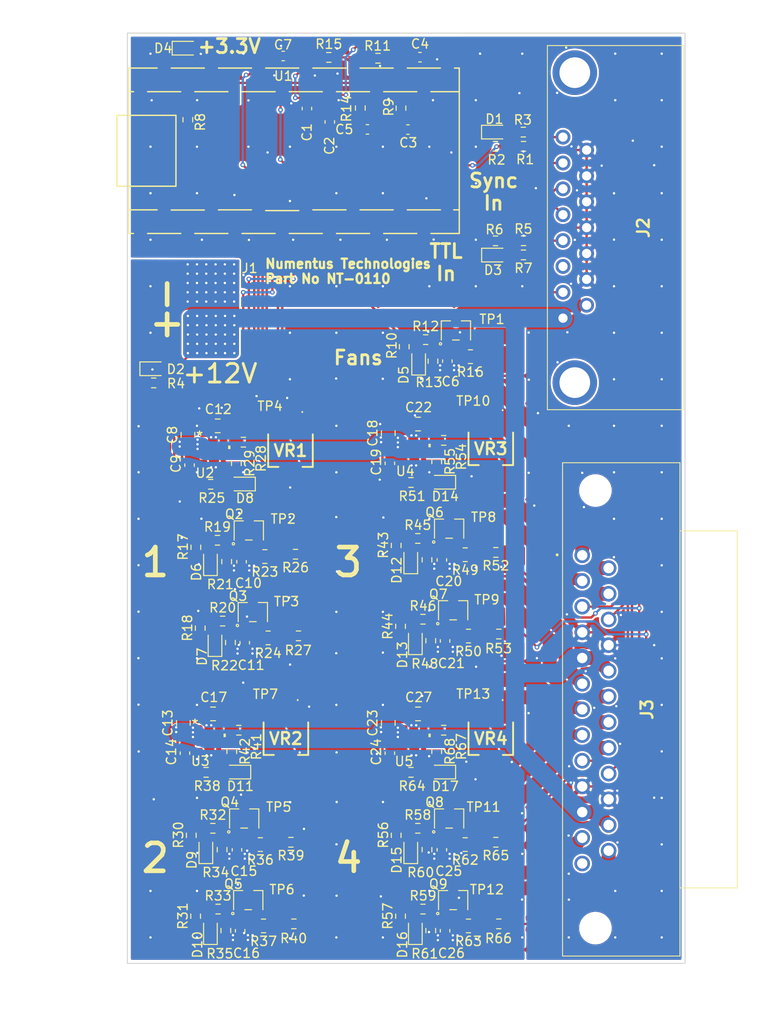
<source format=kicad_pcb>
(kicad_pcb (version 20221018) (generator pcbnew)
  (title_block (title "HSHS Interface Board") (date "2024-02-29") (rev "NT-0110") (company "Numentus Technologies"))
  (layers (0 "F.Cu" signal) (31 "B.Cu" signal) (34 "B.Paste" user) (35 "F.Paste" user) (36 "B.SilkS" user "B.Silkscreen") (37 "F.SilkS" user "F.Silkscreen") (38 "B.Mask" user) (39 "F.Mask" user) (44 "Edge.Cuts" user))
  (net 0 "")
  (net 1 "+3.3V")
  (net 2 "GNDA")
  (net 3 "/LaserControl1")
  (net 4 "/LaserControl2")
  (net 5 "/LaserControl3")
  (net 6 "/TECControl1")
  (net 7 "/TECControl2")
  (net 8 "/TECControl3")
  (net 9 "/FanControl")
  (net 10 "/Clock3.3V+")
  (net 11 "/Camera A+")
  (net 12 "/Camera B+")
  (net 13 "/Camera C+")
  (net 14 "Net-(D14-K)")
  (net 15 "/Therm1+")
  (net 16 "/Therm2+")
  (net 17 "/Therm3+")
  (net 18 "Laser Monitor")
  (net 19 "TEC Monitor")
  (net 20 "/TTLOut3.3V+")
  (net 21 "/Spare+")
  (net 22 "Net-(D14-A)")
  (net 23 "Net-(D15-A)")
  (net 24 "Net-(Q1-G)")
  (net 25 "GNDPWR")
  (net 26 "+12V")
  (net 27 "Net-(Q2-G)")
  (net 28 "Net-(Q3-G)")
  (net 29 "Net-(U2-SS{slash}TR)")
  (net 30 "Net-(Q4-G)")
  (net 31 "Net-(Q5-G)")
  (net 32 "/LaserPow1+")
  (net 33 "Net-(U3-SS{slash}TR)")
  (net 34 "Net-(Q6-G)")
  (net 35 "Net-(Q7-G)")
  (net 36 "/LaserPow2+")
  (net 37 "Net-(U4-SS{slash}TR)")
  (net 38 "Net-(Q8-G)")
  (net 39 "Net-(Q9-G)")
  (net 40 "/LaserPow3+")
  (net 41 "Net-(D1-A)")
  (net 42 "Net-(D2-A)")
  (net 43 "Net-(D3-A)")
  (net 44 "Net-(D4-A)")
  (net 45 "Net-(D5-A)")
  (net 46 "Net-(D6-A)")
  (net 47 "Net-(D7-A)")
  (net 48 "Net-(D8-A)")
  (net 49 "Net-(D9-A)")
  (net 50 "Net-(D10-A)")
  (net 51 "Net-(D11-A)")
  (net 52 "Net-(D12-A)")
  (net 53 "/Clock5V+")
  (net 54 "/TTLOut5V+")
  (net 55 "/Fan-")
  (net 56 "/LaserPow4+")
  (net 57 "/LaserPow1-")
  (net 58 "/TECPow1-")
  (net 59 "/LaserPow2-")
  (net 60 "/TECPow2-")
  (net 61 "/LaserPow3-")
  (net 62 "Net-(Q1-S)")
  (net 63 "Net-(Q2-S)")
  (net 64 "Net-(Q3-S)")
  (net 65 "Net-(Q4-S)")
  (net 66 "Net-(Q5-S)")
  (net 67 "Net-(Q6-S)")
  (net 68 "Net-(Q7-S)")
  (net 69 "Net-(Q8-S)")
  (net 70 "Net-(Q9-S)")
  (net 71 "Net-(U2-FB{slash}VSET)")
  (net 72 "Net-(U3-FB{slash}VSET)")
  (net 73 "Net-(U4-FB{slash}VSET)")
  (net 74 "Net-(D16-A)")
  (net 76 "Net-(D17-K)")
  (net 78 "Net-(D17-A)")
  (net 80 "Net-(VR1-CW)")
  (net 81 "Net-(VR2-CW)")
  (net 82 "Net-(VR3-CW)")
  (net 83 "Net-(VR4-CW)")
  (net 84 "Net-(D13-A)")
  (net 85 "Net-(U5-SS{slash}TR)")
  (net 86 "Net-(D8-K)")
  (net 87 "Net-(D11-K)")
  (net 92 "Net-(U5-FB{slash}VSET)")
  (net 98 "/TECPow3-")
  (net 99 "/LaserPow4-")
  (net 100 "/TECPow4-")
  (net 101 "/LaserControl4")
  (net 102 "/TECControl4")
  (net 103 "/Therm4+")
  (footprint "Capacitor_SMD:C_0805_2012Metric" (layer "F.Cu") (at 131.312262 117.723202 180)
    (fp_text reference "C27")
    (fp_text value "22µF")
  )
  (footprint "Global_Footprint_Library:KEYSTONE_5015" (layer "F.Cu") (at 139.22 77.1)
    (fp_text reference "TP1")
    (fp_text value "5015")
  )
  (footprint "Global_Footprint_Library:SM42X104" (layer "F.Cu") (at 117.59 89.42 180)
    (fp_text reference "VR1")
    (fp_text value "SM-42X104" hide)
  )
  (footprint "Resistor_SMD:R_0603_1608Metric" (layer "F.Cu") (at 132.135 77.49)
    (fp_text reference "R12")
    (fp_text value "10k")
  )
  (footprint "Diode_SMD:D_0603_1608Metric" (layer "F.Cu") (at 111.827266 123.973202 180)
    (fp_text reference "D11")
    (fp_text value "LED Red")
  )
  (footprint "Global_Footprint_Library:KEYSTONE_5015" (layer "F.Cu") (at 112.317266 116.743202 90)
    (fp_text reference "TP7")
    (fp_text value "5015")
  )
  (footprint "Resistor_SMD:R_0603_1608Metric" (layer "F.Cu") (at 142.64 55.18 180)
    (fp_text reference "R3")
    (fp_text value "500")
  )
  (footprint "Global_Footprint_Library:Dual Solder Pads Both Sides No PTH" (layer "F.Cu") (at 109.05 74.18 -90)
    (fp_text reference "J1")
    (fp_text value "Conn_01x02_Pin")
  )
  (footprint "Capacitor_SMD:C_0603_1608Metric" (layer "F.Cu") (at 128.28476 121.943662 -90)
    (fp_text reference "C24")
    (fp_text value "10nF")
  )
  (footprint "Diode_SMD:D_0603_1608Metric" (layer "F.Cu") (at 102.8775 80.62)
    (fp_text reference "D2")
    (fp_text value "LED Green")
  )
  (footprint "Resistor_SMD:R_0603_1608Metric" (layer "F.Cu") (at 131.287262 130.018202)
    (fp_text reference "R58")
    (fp_text value "10k")
  )
  (footprint "Diode_SMD:D_0603_1608Metric" (layer "F.Cu") (at 131.38 79.8075 90)
    (fp_text reference "D5")
    (fp_text value "LED Blue")
  )
  (footprint "Capacitor_SMD:C_0603_1608Metric" (layer "F.Cu") (at 128.28476 90.78592 -90)
    (fp_text reference "C19")
    (fp_text value "10nF")
  )
  (footprint "Resistor_SMD:R_0603_1608Metric" (layer "F.Cu") (at 140.002262 140.293202 180)
    (fp_text reference "R66")
    (fp_text value "10k")
  )
  (footprint "Global_Footprint_Library:KEYSTONE_5015" (layer "F.Cu") (at 112.81 85.78 90)
    (fp_text reference "TP4")
    (fp_text value "5015")
  )
  (footprint "Diode_SMD:D_0603_1608Metric" (layer "F.Cu") (at 108.98 101.3625 90)
    (fp_text reference "D6")
    (fp_text value "LED Yellow")
  )
  (footprint "Global_Footprint_Library:KEYSTONE_5015" (layer "F.Cu") (at 138.493573 129.50926)
    (fp_text reference "TP11")
    (fp_text value "5015")
  )
  (footprint "Resistor_SMD:R_0603_1608Metric" (layer "F.Cu") (at 132.682261 109.855318 -90)
    (fp_text reference "R48")
    (fp_text value "10k")
  )
  (footprint "Diode_SMD:D_0603_1608Metric" (layer "F.Cu") (at 106.3475 46.16)
    (fp_text reference "D4")
    (fp_text value "LED Green")
  )
  (footprint "Global_Footprint_Library:SSM3K376R_Mod_A" (layer "F.Cu") (at 134.658572 97.807718)
    (fp_text reference "Q6")
    (fp_text value "SSM3K376R_A" hide)
  )
  (footprint "Capacitor_SMD:C_0603_1608Metric" (layer "F.Cu") (at 134.47 79.8 -90)
    (fp_text reference "C6")
    (fp_text value "10nF")
  )
  (footprint "Global_Footprint_Library:SSM3K376R_Mod_A" (layer "F.Cu") (at 135.092262 106.581518)
    (fp_text reference "Q7")
    (fp_text value "SSM3K376R_A" hide)
  )
  (footprint "Global_Footprint_Library:NetTieSolderBridge" (layer "F.Cu") (at 103.94 68.79 -90)
    (fp_text reference "NT1" hide)
    (fp_text value "NetTie_2" hide)
  )
  (footprint "Global_Footprint_Library:SSM3K376R_Mod_A" (layer "F.Cu") (at 113.10631 98.002258)
    (fp_text reference "Q2")
    (fp_text value "SSM3K376R_A" hide)
  )
  (footprint "Capacitor_SMD:C_0603_1608Metric" (layer "F.Cu") (at 131.525 47.13)
    (fp_text reference "C4")
    (fp_text value "1µF")
  )
  (footprint "Global_Footprint_Library:KEYSTONE_5015" (layer "F.Cu") (at 134.362262 85.58546 90)
    (fp_text reference "TP10")
    (fp_text value "5015")
  )
  (footprint "Resistor_SMD:R_0603_1608Metric" (layer "F.Cu") (at 106.55 53.85 -90)
    (fp_text reference "R8")
    (fp_text value "500")
  )
  (footprint "Diode_SMD:D_0603_1608Metric" (layer "F.Cu") (at 130.532262 132.325702 90)
    (fp_text reference "D15")
    (fp_text value "LED Yellow")
  )
  (footprint "Resistor_SMD:R_0603_1608Metric" (layer "F.Cu") (at 142.655 68.38 180)
    (fp_text reference "R7")
    (fp_text value "500")
  )
  (footprint "Capacitor_SMD:C_0603_1608Metric" (layer "F.Cu") (at 119.36 52.645 -90)
    (fp_text reference "C1")
    (fp_text value "1µF")
  )
  (footprint "Resistor_SMD:R_0603_1608Metric" (layer "F.Cu") (at 132.278571 101.156518 -90)
    (fp_text reference "R47" hide)
    (fp_text value "10k")
  )
  (footprint "Capacitor_SMD:C_0805_2012Metric" (layer "F.Cu") (at 128.112262 87.53546 90)
    (fp_text reference "C18")
    (fp_text value "10µF")
  )
  (footprint "Resistor_SMD:R_0603_1608Metric" (layer "F.Cu") (at 109.735 99.055)
    (fp_text reference "R19")
    (fp_text value "10k")
  )
  (footprint "Resistor_SMD:R_0805_2012Metric" (layer "F.Cu") (at 114.694765 140.51306 180)
    (fp_text reference "R37")
    (fp_text value "0.1")
  )
  (footprint "Resistor_SMD:R_0603_1608Metric" (layer "F.Cu") (at 132.278571 132.31426 -90)
    (fp_text reference "R60")
    (fp_text value "10k")
  )
  (footprint "Global_Footprint_Library:uSIP11_SIS_TEX" (layer "F.Cu") (at 130.855662 120.531161)
    (fp_text reference "U5")
    (fp_text value "TPSM82902SISR")
  )
  (footprint "Capacitor_SMD:C_0603_1608Metric" (layer "F.Cu") (at 130.23 54.91)
    (fp_text reference "C3")
    (fp_text value "1µF")
  )
  (footprint "Diode_SMD:D_0603_1608Metric" (layer "F.Cu") (at 131.022262 109.862818 90)
    (fp_text reference "D13")
    (fp_text value "LED Blue")
  )
  (footprint "Resistor_SMD:R_0603_1608Metric" (layer "F.Cu") (at 133.322262 121.748202 -90)
    (fp_text reference "R68")
    (fp_text value "15k")
  )
  (footprint "Resistor_SMD:R_0805_2012Metric" (layer "F.Cu") (at 136.739761 109.355318 180)
    (fp_text reference "R50")
    (fp_text value "0.1")
  )
  (footprint "Diode_SMD:D_0603_1608Metric" (layer "F.Cu") (at 108.977266 141.02056 90)
    (fp_text reference "D10")
    (fp_text value "LED Blue")
  )
  (footprint "Capacitor_SMD:C_0805_2012Metric" (layer "F.Cu") (at 106.067266 118.693202 90)
    (fp_text reference "C13")
    (fp_text value "10µF")
  )
  (footprint "Capacitor_SMD:C_0603_1608Metric" (layer "F.Cu") (at 112.177265 141.03306 -90)
    (fp_text reference "C16")
    (fp_text value "10nF")
  )
  (footprint "Capacitor_SMD:C_0603_1608Metric" (layer "F.Cu") (at 134.222261 109.875318 -90)
    (fp_text reference "C21")
    (fp_text value "10nF")
  )
  (footprint "Global_Footprint_Library:57888011" (layer "F.Cu") (at 148.98 100.67 -90)
    (fp_text reference "J3")
    (fp_text value "5788801-1" hide)
  )
  (footprint "Global_Footprint_Library:KEYSTONE_5015" (layer "F.Cu") (at 134.362262 116.743202 90)
    (fp_text reference "TP13")
    (fp_text value "5015")
  )
  (footprint "Global_Footprint_Library:SSM3K376R_Mod_A" (layer "F.Cu") (at 112.613576 128.96546)
    (fp_text reference "Q4")
    (fp_text value "SSM3K376R_A" hide)
  )
  (footprint "Resistor_SMD:R_0603_1608Metric" (layer "F.Cu") (at 133.322262 90.59046 -90)
    (fp_text reference "R55")
    (fp_text value "15k")
  )
  (footprint "Resistor_SMD:R_0603_1608Metric" (layer "F.Cu") (at 109.802265 138.70306)
    (fp_text reference "R33")
    (fp_text value "10k")
  )
  (footprint "Global_Footprint_Library:SM42X104" (layer "F.Cu") (at 139.142262 89.22546 180)
    (fp_text reference "VR3")
    (fp_text value "SM-42X104" hide)
  )
  (footprint "Capacitor_SMD:C_0603_1608Metric" (layer "F.Cu") (at 112.669999 110.069858 -90)
    (fp_text reference "C11")
    (fp_text value "10nF")
  )
  (footprint "Resistor_SMD:R_0603_1608Metric" (layer "F.Cu") (at 131.847261 138.70306)
    (fp_text reference "R59")
    (fp_text value "10k")
  )
  (footprint "Diode_SMD:D_0603_1608Metric" (layer "F.Cu") (at 130.532262 101.16796 90)
    (fp_text reference "D12")
    (fp_text value "LED Yellow")
  )
  (footprint "Resistor_SMD:R_0603_1608Metric" (layer "F.Cu") (at 118.45 109.33 180)
    (fp_text reference "R27")
    (fp_text value "10k")
  )
  (footprint "Resistor_SMD:R_0603_1608Metric" (layer "F.Cu") (at 132.92 79.805 -90)
    (fp_text reference "R13")
    (fp_text value "10k")
  )
  (footprint "Global_Footprint_Library:SM42X104" (layer "F.Cu") (at 139.142262 120.383202 180)
    (fp_text reference "VR4")
    (fp_text value "SM-42X104" hide)
  )
  (footprint "Capacitor_SMD:C_0805_2012Metric" (layer "F.Cu") (at 109.267266 117.723202 180)
    (fp_text reference "C17")
    (fp_text value "22µF")
  )
  (footprint "Capacitor_SMD:C_0603_1608Metric" (layer "F.Cu") (at 133.878571 132.328202 -90)
    (fp_text reference "C25")
    (fp_text value "10nF")
  )
  (footprint "Resistor_SMD:R_0603_1608Metric" (layer "F.Cu") (at 128.962262 130.773202 -90)
    (fp_text reference "R56")
    (fp_text value "500")
  )
  (footprint "Resistor_SMD:R_0603_1608Metric" (layer "F.Cu") (at 112.525 88.51)
    (fp_text reference "R28")
    (fp_text value "25k")
  )
  (footprint "Diode_SMD:D_0603_1608Metric" (layer "F.Cu") (at 112.32 93.01 180)
    (fp_text reference "D8")
    (fp_text value "LED Red")
  )
  (footprint "Global_Footprint_Library:KEYSTONE_5015" (layer "F.Cu") (at 116.448577 129.50926)
    (fp_text reference "TP5")
    (fp_text value "5015")
  )
  (footprint "Resistor_SMD:R_0603_1608Metric" (layer "F.Cu") (at 112.032266 119.473202)
    (fp_text reference "R41")
    (fp_text value "25k")
  )
  (footprint "Resistor_SMD:R_0603_1608Metric" (layer "F.Cu") (at 118.131309 100.556058 180)
    (fp_text reference "R26")
    (fp_text value "10k")
  )
  (footprint "Resistor_SMD:R_0603_1608Metric" (layer "F.Cu") (at 117.638575 131.51926 180)
    (fp_text reference "R39")
    (fp_text value "10k")
  )
  (footprint "Global_Footprint_Library:SM42X104" (layer "F.Cu") (at 117.097266 120.383202 180)
    (fp_text reference "VR2")
    (fp_text value "SM-42X104" hide)
  )
  (footprint "Resistor_SMD:R_0603_1608Metric" (layer "F.Cu") (at 108.512266 124.003202)
    (fp_text reference "R38")
    (fp_text value "15k")
  )
  (footprint "Global_Footprint_Library:KEYSTONE_5015" (layer "F.Cu") (at 117.309999 107.349858)
    (fp_text reference "TP3")
    (fp_text value "5015")
  )
  (footprint "Capacitor_SMD:C_0603_1608Metric" (layer "F.Cu") (at 111.833575 132.328202 -90)
    (fp_text reference "C15")
    (fp_text value "10nF")
  )
  (footprint "Resistor_SMD:R_0603_1608Metric" (layer "F.Cu") (at 131.847261 107.545318)
    (fp_text reference "R46")
    (fp_text value "10k")
  )
  (footprint "Capacitor_SMD:C_0603_1608Metric" (layer "F.Cu") (at 106.732498 90.98046 -90)
    (fp_text reference "C9")
    (fp_text value "10nF")
  )
  (footprint "Resistor_SMD:R_0603_1608Metric" (layer "F.Cu") (at 129.83 78.245 -90)
    (fp_text reference "R10")
    (fp_text value "500")
  )
  (footprint "Global_Footprint_Library:Teensy40_with_3D_Model_28_Pins_Surface_Mount_B" (layer "F.Cu") (at 117.97 57.1875)
    (fp_text reference "U1")
    (fp_text value "Teensy4.0_28_Pins")
  )
  (footprint "Diode_SMD:D_0603_1608Metric" (layer "F.Cu") (at 133.872262 123.973202 180)
    (fp_text reference "D17")
    (fp_text value "LED Red")
  )
  (footprint "Resistor_SMD:R_0603_1608Metric" (layer "F.Cu") (at 134.077262 119.473202)
    (fp_text reference "R67")
    (fp_text value "25k")
  )
  (footprint "Resistor_SMD:R_0603_1608Metric" (layer "F.Cu") (at 142.665 66.86 180)
    (fp_text reference "R5")
    (fp_text value "500")
  )
  (footprint "Global_Footprint_Library:23018452" (layer "F.Cu") (at 146.91 55.72 90)
    (fp_text reference "J2")
    (fp_text value "2301845-2" hide)
  )
  (footprint "Resistor_SMD:R_0603_1608Metric" (layer "F.Cu") (at 131.287262 98.86046)
    (fp_text reference "R45")
    (fp_text value "10k")
  )
  (footprint "Resistor_SMD:R_0603_1608Metric" (layer "F.Cu") (at 128.962262 99.61546 -90)
    (fp_text reference "R43")
    (fp_text value "500")
  )
  (footprint "Resistor_SMD:R_0603_1608Metric" (layer "F.Cu") (at 110.637265 141.01306 -90)
    (fp_text reference "R35")
    (fp_text value "10k")
  )
  (footprint "Resistor_SMD:R_0603_1608Metric" (layer "F.Cu") (at 130.557262 92.84546)
    (fp_text reference "R51")
    (fp_text value "15k")
  )
  (footprint "Resistor_SMD:R_0805_2012Metric" (layer "F.Cu") (at 136.95 79.32 180)
    (fp_text reference "R16")
    (fp_text value "0.1")
  )
  (footprint "Capacitor_SMD:C_0603_1608Metric" (layer "F.Cu") (at 112.326309 101.365 -90)
    (fp_text reference "C10")
    (fp_text value "10nF")
  )
  (footprint "Resistor_SMD:R_0603_1608Metric" (layer "F.Cu") (at 111.277266 121.748202 -90)
    (fp_text reference "R42")
    (fp_text value "15k")
  )
  (footprint "Resistor_SMD:R_0603_1608Metric" (layer "F.Cu") (at 107.88 108.504858 -90)
    (fp_text reference "R18")
    (fp_text value "500")
  )
  (footprint "Resistor_SMD:R_0603_1608Metric" (layer "F.Cu") (at 109.242266 130.018202)
    (fp_text reference "R32")
    (fp_text value "10k")
  )
  (footprint "Resistor_SMD:R_0805_2012Metric" (layer "F.Cu") (at 136.739761 140.51306 180)
    (fp_text reference "R63")
    (fp_text value "0.1")
  )
  (footprint "Resistor_SMD:R_0603_1608Metric" (layer "F.Cu") (at 111.77 90.785 -90)
    (fp_text reference "R29")
    (fp_text value "15k")
  )
  (footprint "Global_Footprint_Library:SSM3K376R_Mod_A" (layer "F.Cu") (at 135.092262 137.73926)
    (fp_text reference "Q9")
    (fp_text value "SSM3K376R_A" hide)
  )
  (footprint "Resistor_SMD:R_0603_1608Metric" (layer "F.Cu") (at 134.077262 88.31546)
    (fp_text reference "R54")
    (fp_text value "25k")
  )
  (footprint "Diode_SMD:D_0603_1608Metric" (layer "F.Cu") (at 109.47 110.057358 90)
    (fp_text reference "D7")
    (fp_text value "LED Blue")
  )
  (footprint "Diode_SMD:D_0603_1608Metric" (layer "F.Cu") (at 139.6325 55.18)
    (fp_text reference "D1")
    (fp_text value "LED Green")
  )
  (footprint "Capacitor_SMD:C_0805_2012Metric" (layer "F.Cu") (at 106.56 87.73 90)
    (fp_text reference "C8")
    (fp_text value "10µF")
  )
  (footprint "Global_Footprint_Library:uSIP11_SIS_TEX" (layer "F.Cu") (at 109.3034 89.567959)
    (fp_text reference "U2")
    (fp_text value "TPSM82902SISR")
  )
  (footprint "Resistor_SMD:R_0603_1608Metric" (layer "F.Cu") (at 117.957266 140.293202 180)
    (fp_text reference "R40")
    (fp_text value "10k")
  )
  (footprint "Resistor_SMD:R_0603_1608Metric" (layer "F.Cu") (at 110.726309 101.351058 -90)
    (fp_text reference "R21")
    (fp_text value "10k")
  )
  (footprint "Global_Footprint_Library:KEYSTONE_5015" (layer "F.Cu") (at 138.493573 98.351518)
    (fp_text reference "TP8")
    (fp_text value "5015")
  )
  (footprint "Capacitor_SMD:C_0603_1608Metric" (layer "F.Cu") (at 133.878571 101.17046 -90)
    (fp_text reference "C20")
    (fp_text value "10nF")
  )
  (footprint "Diode_SMD:D_0603_1608Metric" (layer "F.Cu") (at 139.6425 68.4)
    (fp_text reference "D3")
    (fp_text value "LED Green")
  )
  (footprint "Global_Footprint_Library:SSM3K376R_Mod_A" (layer "F.Cu") (at 113.54 106.776058)
    (fp_text reference "Q3")
    (fp_text value "SSM3K376R_A" hide)
  )
  (footprint "Global_Footprint_Library:uSIP11_SIS_TEX" (layer "F.Cu") (at 130.855662 89.373419)
    (fp_text reference "U4")
    (fp_text value "TPSM82902SISR")
  )
  (footprint "Global_Footprint_Library:KEYSTONE_5015" (layer "F.Cu") (at 138.862261 138.31306)
    (fp_text reference "TP12")
    (fp_text value "5015")
  )
  (footprint "Global_Footprint_Library:KEYSTONE_5015" (layer "F.Cu") (at 116.941311 98.546058)
    (fp_text reference "TP2")
    (fp_text value "5015")
  )
  (footprint "Resistor_SMD:R_0805_2012Metric" (layer "F.Cu") (at 136.391071 131.76926 180)
    (fp_text reference "R62")
    (fp_text value "0.1")
  )
  (footprint "Resistor_SMD:R_0805_2012Metric" (layer "F.Cu") (at 114.346075 131.76926 180)
    (fp_text reference "R36")
    (fp_text value "0.1")
  )
  (footprint "Global_Footprint_Library:SSM3K376R_Mod_A" (layer "F.Cu") (at 113.047266 137.73926)
    (fp_text reference "Q5")
    (fp_text value "SSM3K376R_A" hide)
  )
  (footprint "Resistor_SMD:R_0603_1608Metric" (layer "F.Cu") (at 109.005 93.04)
    (fp_text reference "R25")
    (fp_text value "15k")
  )
  (footprint "Resistor_SMD:R_0603_1608Metric" (layer "F.Cu") (at 125.105 52.595 -90)
    (fp_text reference "R14")
    (fp_text value "10k")
  )
  (footprint "Capacitor_SMD:C_0603_1608Metric" (layer "F.Cu") (at 121.82 54.09 -90)
    (fp_text reference "C2")
    (fp_text value "1µF")
  )
  (footprint "Resistor_SMD:R_0603_1608Metric" (layer "F.Cu") (at 102.875 82.14 180)
    (fp_text reference "R4")
    (fp_text value "10k")
  )
  (footprint "Global_Footprint_Library:KEYSTONE_5015" (layer "F.Cu") (at 116.817265 138.31306)
    (fp_text reference "TP6")
    (fp_text value "5015")
  )
  (footprint "Resistor_SMD:R_0805_2012Metric" (layer "F.Cu") (at 136.391071 100.611518 180)
    (fp_text reference "R49")
    (fp_text value "0.1")
  )
  (footprint "Capacitor_SMD:C_0603_1608Metric" (layer "F.Cu") (at 116.805 47 180)
    (fp_text reference "C7")
    (fp_text value "1µF")
  )
  (footprint "Capacitor_SMD:C_0805_2012Metric" (layer "F.Cu") (at 109.76 86.76 180)
    (fp_text reference "C12")
    (fp_text value "22µF")
  )
  (footprint "Resistor_SMD:R_0603_1608Metric" (layer "F.Cu") (at 130.557262 124.003202)
    (fp_text reference "R64")
    (fp_text value "15k")
  )
  (footprint "Global_Footprint_Library:KEYSTONE_5015" (layer "F.Cu") (at 138.862261 107.155318)
    (fp_text reference "TP9")
    (fp_text value "5015")
  )
  (footprint "Diode_SMD:D_0603_1608Metric" (layer "F.Cu") (at 133.872262 92.81546 180)
    (fp_text reference "D14")
    (fp_text value "LED Red")
  )
  (footprint "Resistor_SMD:R_0603_1608Metric" (layer "F.Cu") (at 107.41 99.81 -90)
    (fp_text reference "R17")
    (fp_text value "500")
  )
  (footprint "Capacitor_SMD:C_0805_2012Metric" (layer "F.Cu") (at 131.312262 86.56546 180)
    (fp_text reference "C22")
    (fp_text value "22µF")
  )
  (footprint "Capacitor_SMD:C_0805_2012Metric" (layer "F.Cu") (at 128.112262 118.693202 90)
    (fp_text reference "C23")
    (fp_text value "10µF")
  )
  (footprint "Capacitor_SMD:C_0603_1608Metric" (layer "F.Cu") (at 134.222261 141.03306 -90)
    (fp_text reference "C26")
    (fp_text value "10nF")
  )
  (footprint "Resistor_SMD:R_0805_2012Metric" (layer "F.Cu") (at 115.187499 109.549858 180)
    (fp_text reference "R24")
    (fp_text value "0.1")
  )
  (footprint "Resistor_SMD:R_0603_1608Metric" (layer "F.Cu") (at 139.645 66.87 180)
    (fp_text reference "R6")
    (fp_text value "1k")
  )
  (footprint "Resistor_SMD:R_0603_1608Metric" (layer "F.Cu") (at 106.917266 130.773202 -90)
    (fp_text reference "R30")
    (fp_text value "500")
  )
  (footprint "Resistor_SMD:R_0805_2012Metric" (layer "F.Cu") (at 114.838809 100.806058 180)
    (fp_text reference "R23")
    (fp_text value "0.1")
  )
  (footprint "Resistor_SMD:R_0603_1608Metric" (layer "F.Cu") (at 121.715 47.15)
    (fp_text reference "R15")
    (fp_text value "10k")
  )
  (footprint "Resistor_SMD:R_0603_1608Metric" (layer "F.Cu") (at 142.66 56.71 180)
    (fp_text reference "R1")
    (fp_text value "500")
  )
  (footprint "Capacitor_SMD:C_0603_1608Metric" (layer "F.Cu") (at 125.87 54.89)
    (fp_text reference "C5")
    (fp_text value "1µF")
  )
  (footprint "Resistor_SMD:R_0603_1608Metric" (layer "F.Cu") (at 110.233575 132.31426 -90)
    (fp_text reference "R34")
    (fp_text value "10k")
  )
  (footprint "Resistor_SMD:R_0603_1608Metric" (layer "F.Cu") (at 129.432262 139.46806 -90)
    (fp_text reference "R57")
    (fp_text value "500")
  )
  (footprint "Diode_SMD:D_0603_1608Metric" (layer "F.Cu") (at 108.487266 132.325702 90)
    (fp_text reference "D9")
    (fp_text value "LED Yellow")
  )
  (footprint "Resistor_SMD:R_0603_1608Metric" (layer "F.Cu") (at 140.002262 109.13546 180)
    (fp_text reference "R53")
    (fp_text value "10k")
  )
  (footprint "Resistor_SMD:R_0603_1608Metric" (layer "F.Cu") (at 111.129999 110.049858 -90)
    (fp_text reference "R22")
    (fp_text value "10k")
  )
  (footprint "Resistor_SMD:R_0603_1608Metric" (layer "F.Cu") (at 139.683571 100.361518 180)
    (fp_text reference "R52")
    (fp_text value "10k")
  )
  (footprint "Global_Footprint_Library:SSM3K376R_Mod_A" (layer "F.Cu") (at 135.39 76.5013)
    (fp_text reference "Q1" hide)
    (fp_text value "SSM3K376R_A" hide)
  )
  (footprint "Capacitor_SMD:C_0603_1608Metric" (layer "F.Cu") (at 106.239764 121.943662 -90)
    (fp_text reference "C14")
    (fp_text value "10nF")
  )
  (footprint "Resistor_SMD:R_0603_1608Metric" (layer "F.Cu") (at 110.294999 107.739858)
    (fp_text reference "R20")
    (fp_text value "10k")
  )
  (footprint "Global_Footprint_Library:uSIP11_SIS_TEX" (layer "F.Cu") (at 108.810666 120.531161)
    (fp_text reference "U3")
    (fp_text value "TPSM82902SISR")
  )
  (footprint "Diode_SMD:D_0603_1608Metric" (layer "F.Cu") (at 131.022262 141.02056 90)
    (fp_text reference "D16")
    (fp_text value "LED Blue")
  )
  (footprint "Resistor_SMD:R_0603_1608Metric" (layer "F.Cu") (at 129.48 52.605 -90)
    (fp_text reference "R9")
    (fp_text value "10k")
  )
  (footprint "Resistor_SMD:R_0603_1608Metric" (layer "F.Cu") (at 129.432262 108.310318 -90)
    (fp_text reference "R44")
    (fp_text value "500")
  )
  (footprint "Resistor_SMD:R_0603_1608Metric" (layer "F.Cu") (at 107.387266 139.46806 -90)
    (fp_text reference "R31")
    (fp_text value "500")
  )
  (footprint "Resistor_SMD:R_0603_1608Metric" (layer "F.Cu") (at 132.682261 141.01306 -90)
    (fp_text reference "R61")
    (fp_text value "10k")
  )
  (footprint "Global_Footprint_Library:SSM3K376R_Mod_A" (layer "F.Cu") (at 134.658572 128.96546)
    (fp_text reference "Q8")
    (fp_text value "SSM3K376R_A" hide)
  )
  (footprint "Resistor_SMD:R_0603_1608Metric" (layer "F.Cu") (at 139.683571 131.51926 180)
    (fp_text reference "R65")
    (fp_text value "10k")
  )
  (footprint "Resistor_SMD:R_0603_1608Metric" (layer "F.Cu") (at 139.635 56.71 180)
    (fp_text reference "R2")
    (fp_text value "1k")
  )
  (footprint "Resistor_SMD:R_0603_1608Metric" (layer "F.Cu") (at 127 47.24)
    (fp_text reference "R11")
    (fp_text value "10k")
  )
  (gr_rect (start 100.04 44.54) (end 160.04 144.54) (stroke (width 0.1)) (fill none) (layer "Edge.Cuts"))
  (gr_text "Fans" (at 124.88 80.31) (layer "F.SilkS") (effects (font (size 1.5 1.5) (thickness 0.3)) (justify bottom)))
  (gr_text "+12V" (at 105.82 82.31) (layer "F.SilkS") (effects (font (size 2 2) (thickness 0.3)) (justify left bottom)))
  (gr_text "Sync\nIn" (at 139.44 63.69) (layer "F.SilkS") (effects (font (size 1.5 1.5) (thickness 0.3)) (justify bottom)))
  (gr_text "TTL\nIn" (at 134.33 71.28) (layer "F.SilkS") (effects (font (size 1.5 1.5) (thickness 0.3)) (justify bottom)))
  (gr_text "+3.3V" (at 107.46 46.83) (layer "F.SilkS") (effects (font (size 1.5 1.5) (thickness 0.3)) (justify left bottom)))
  (gr_text "4" (at 122.07 134.98) (layer "F.SilkS") (effects (font (size 3 3) (thickness 0.5) bold) (justify left bottom)))
  (gr_text "2" (at 101.29 134.98) (layer "F.SilkS") (effects (font (size 3 3) (thickness 0.5) bold) (justify left bottom)))
  (gr_text "3" (at 122.07 103.18) (layer "F.SilkS") (effects (font (size 3 3) (thickness 0.5) bold) (justify left bottom)))
  (gr_text "1" (at 101.29 103.18) (layer "F.SilkS") (effects (font (size 3 3) (thickness 0.5) bold) (justify left bottom)))
  (gr_text "Numentus Technologies\nPart No NT-0110" (at 114.74 71.53) (layer "F.SilkS") (effects (font (size 1 1) (thickness 0.25) bold) (justify left bottom)))
  (segment (start 106.55 53.025) (end 106.55 51.18) (width 0.25) (layer "F.Cu") (net 1))
  (segment (start 106.54 51.17) (end 106.225 51.17) (width 0.25) (layer "F.Cu") (net 1))
  (segment (start 125.105 51.77) (end 125.13 51.745) (width 0.25) (layer "F.Cu") (net 1))
  (segment (start 107.8175 49.8925) (end 120.89 49.8925) (width 0.25) (layer "F.Cu") (net 1))
  (segment (start 126.175 49.8175) (end 126.25 49.8925) (width 0.25) (layer "F.Cu") (net 1))
  (segment (start 120.89 49.8925) (end 125.11 49.8925) (width 0.25) (layer "F.Cu") (net 1))
  (segment (start 125.13 51.745) (end 125.13 49.9125) (width 0.25) (layer "F.Cu") (net 1))
  (segment (start 106.54 51.17) (end 107.8175 49.8925) (width 0.25) (layer "F.Cu") (net 1))
  (segment (start 126.175 47.24) (end 126.175 49.8175) (width 0.25) (layer "F.Cu") (net 1))
  (segment (start 106.55 51.18) (end 106.54 51.17) (width 0.25) (layer "F.Cu") (net 1))
  (segment (start 125.11 49.8925) (end 126.25 49.8925) (width 0.25) (layer "F.Cu") (net 1))
  (segment (start 127.9025 50.2025) (end 129.48 51.78) (width 0.25) (layer "F.Cu") (net 1))
  (segment (start 127.9025 49.8925) (end 127.9025 50.2025) (width 0.25) (layer "F.Cu") (net 1))
  (segment (start 120.89 47.15) (end 120.89 49.8925) (width 0.25) (layer "F.Cu") (net 1))
  (segment (start 126.25 49.8925) (end 127.9025 49.8925) (width 0.25) (layer "F.Cu") (net 1))
  (segment (start 132.060343 143.07) (end 144.516615 143.07) (width 0.25) (layer "F.Cu") (net 2))
  (segment (start 149.45 57.11) (end 149.45 57.17) (width 0.25) (layer "F.Cu") (net 2))
  (segment (start 109.925 103.095) (end 114.506978 103.095) (width 0.25) (layer "F.Cu") (net 2))
  (segment (start 114.506978 103.095) (end 115.770978 101.831) (width 0.25) (layer "F.Cu") (net 2))
  (segment (start 138.82 68.365) (end 138.855 68.4) (width 0.25) (layer "F.Cu") (net 2))
  (segment (start 140.24 65.45) (end 138.82 66.87) (width 0.25) (layer "F.Cu") (net 2))
  (segment (start 103.165 57.37) (end 115.13 57.37) (width 0.25) (layer "F.Cu") (net 2))
  (segment (start 140.19954 103.17046) (end 140.457282 102.912718) (width 0.25) (layer "F.Cu") (net 2))
  (segment (start 103.165 64.705) (end 101.46 66.41) (width 0.25) (layer "F.Cu") (net 2))
  (segment (start 109.851798 142.598202) (end 109.87 142.58) (width 0.25) (layer "F.Cu") (net 2))
  (segment (start 103.165 48.8) (end 103.165 57.37) (width 0.25) (layer "F.Cu") (net 2))
  (segment (start 149.45 71.01) (end 150.575 72.135) (width 0.25) (layer "F.Cu") (net 2))
  (segment (start 115.770978 101.831) (end 130.407802 101.831) (width 0.25) (layer "F.Cu") (net 2))
  (segment (start 109.47 110.844858) (end 110.434142 111.809) (width 0.25) (layer "F.Cu") (net 2))
  (segment (start 150.439 125.519) (end 151.82 126.9) (width 0.25) (layer "F.Cu") (net 2))
  (segment (start 138.81 55.215) (end 138.845 55.18) (width 0.25) (layer "F.Cu") (net 2))
  (segment (start 148.98 125.519) (end 150.439 125.519) (width 0.25) (layer "F.Cu") (net 2))
  (segment (start 156.72 110.333) (end 156.72 58.74) (width 0.25) (layer "F.Cu") (net 2))
  (segment (start 139.125 57.75) (end 146.069009 57.75) (width 0.25) (layer "F.Cu") (net 2))
  (segment (start 149.45 65.45) (end 140.24 65.45) (width 0.25) (layer "F.Cu") (net 2))
  (segment (start 110.434142 111.809) (end 129.86358 111.809) (width 0.25) (layer "F.Cu") (net 2))
  (segment (start 138.745 56.775) (end 138.81 56.71) (width 0.25) (layer "F.Cu") (net 2))
  (segment (start 116.03 47) (end 116.03 48.91) (width 0.25) (layer "F.Cu") (net 2))
  (segment (start 119.36 57.35) (end 119.34 57.37) (width 0.25) (layer "F.Cu") (net 2))
  (segment (start 130.532262 133.246809) (end 131.613655 134.328202) (width 0.25) (layer "F.Cu") (net 2))
  (segment (start 143.76554 112.06446) (end 144.1 111.73) (width 0.25) (layer "F.Cu") (net 2))
  (segment (start 119.36 53.42) (end 119.36 57.35) (width 0.25) (layer "F.Cu") (net 2))
  (segment (start 108.653202 133.113202) (end 108.68 133.14) (width 0.25) (layer "F.Cu") (net 2))
  (segment (start 119.34 57.37) (end 121.95 57.37) (width 0.25) (layer "F.Cu") (net 2))
  (segment (start 129.86358 111.809) (end 131.022262 110.650318) (width 0.25) (layer "F.Cu") (net 2))
  (segment (start 146.069009 57.75) (end 146.709009 57.11) (width 0.25) (layer "F.Cu") (net 2))
  (segment (start 103.165 57.37) (end 103.165 64.705) (width 0.25) (layer "F.Cu") (net 2))
  (segment (start 130.407802 101.831) (end 130.532262 101.95546) (width 0.25) (layer "F.Cu") (net 2))
  (segment (start 131.022262 141.80806) (end 131.022262 142.031919) (width 0.25) (layer "F.Cu") (net 2))
  (segment (start 130.231322 142.599) (end 131.022262 141.80806) (width 0.25) (layer "F.Cu") (net 2))
  (segment (start 143.61 81.38) (end 132.165 81.38) (width 0.25) (layer "F.Cu") (net 2))
  (segment (start 132.165 81.38) (end 131.38 80.595) (width 0.25) (layer "F.Cu") (net 2))
  (segment (start 104 47.965) (end 103.165 48.8) (width 0.25) (layer "F.Cu") (net 2))
  (segment (start 146.263 106.236) (end 148.98 108.953) (width 0.25) (layer "F.Cu") (net 2))
  (segment (start 115.13 57.37) (end 119.34 57.37) (width 0.25) (layer "F.Cu") (net 2))
  (segment (start 132.212545 112.06446) (end 143.76554 112.06446) (width 0.25) (layer "F.Cu") (net 2))
  (segment (start 130.532262 133.113202) (end 130.532262 133.246809) (width 0.25) (layer "F.Cu") (net 2))
  (segment (start 141.02 132.22) (end 142.279 132.22) (width 0.25) (layer "F.Cu") (net 2))
  (segment (start 150.44 108.953) (end 151.82 110.333) (width 0.25) (layer "F.Cu") (net 2))
  (segment (start 138.745 56.745) (end 138.8 56.69) (width 0.25) (layer "F.Cu") (net 2))
  (segment (start 131.005 57.365) (end 131.01 57.37) (width 0.25) (layer "F.Cu") (net 2))
  (segment (start 138.745 57.37) (end 139.125 57.75) (width 0.25) (layer "F.Cu") (net 2))
  (segment (start 109.252266 133.878202) (end 129.767262 133.878202) (width 0.25) (layer "F.Cu") (net 2))
  (segment (start 129.767262 133.878202) (end 130.532262 133.113202) (width 0.25) (layer "F.Cu") (net 2))
  (segment (start 149.45 68.23) (end 149.45 71.01) (width 0.25) (layer "F.Cu") (net 2))
  (segment (start 142.470537 102.912718) (end 145.793819 106.236) (width 0.25) (layer "F.Cu") (net 2))
  (segment (start 131.544064 103.17046) (end 140.19954 103.17046) (width 0.25) (layer "F.Cu") (net 2))
  (segment (start 148.98 108.953) (end 150.44 108.953) (width 0.25) (layer "F.Cu") (net 2))
  (segment (start 131.613655 134.328202) (end 138.911798 134.328202) (width 0.25) (layer "F.Cu") (net 2))
  (segment (start 126.645 54.89) (end 126.645 57.365) (width 0.25) (layer "F.Cu") (net 2))
  (segment (start 142.279 132.22) (end 148.98 125.519) (width 0.25) (layer "F.Cu") (net 2))
  (segment (start 131.005 54.91) (end 131.005 57.365) (width 0.25) (layer "F.Cu") (net 2))
  (segment (start 108.977266 141.80806) (end 109.767408 142.598202) (width 0.25) (layer "F.Cu") (net 2))
  (segment (start 138.81 56.71) (end 138.81 55.215) (width 0.25) (layer "F.Cu") (net 2))
  (segment (start 130.532262 102.158658) (end 131.544064 103.17046) (width 0.25) (layer "F.Cu") (net 2))
  (segment (start 133.370498 47.36) (end 132.53 47.36) (width 0.25) (layer "F.Cu") (net 2))
  (segment (start 104 47.965) (end 104 47.72) (width 0.25) (layer "F.Cu") (net 2))
  (segment (start 145.793819 106.236) (end 146.263 106.236) (width 0.25) (layer "F.Cu") (net 2))
  (segment (start 138.745 57.37) (end 138.745 56.775) (width 0.25) (layer "F.Cu") (net 2))
  (segment (start 104 47.72) (end 105.56 46.16) (width 0.25) (layer "F.Cu") (net 2))
  (segment (start 116.03 48.91) (end 115.85 49.09) (width 0.25) (layer "F.Cu") (net 2))
  (segment (start 138.8 55.225) (end 138.845 55.18) (width 0.25) (layer "F.Cu") (net 2))
  (segment (start 150.575 72.135) (end 150.575 74.415) (width 0.25) (layer "F.Cu") (net 2))
  (segment (start 130.532262 101.95546) (end 130.532262 102.158658) (width 0.25) (layer "F.Cu") (net 2))
  (segment (start 146.709009 57.11) (end 149.45 57.11) (width 0.25) (layer "F.Cu") (net 2))
  (segment (start 109.767408 142.598202) (end 109.851798 142.598202) (width 0.25) (layer "F.Cu") (net 2))
  (segment (start 121.82 54.865) (end 121.82 57.24) (width 0.25) (layer "F.Cu") (net 2))
  (segment (start 138.911798 134.328202) (end 141.02 132.22) (width 0.25) (layer "F.Cu") (net 2))
  (segment (start 109.87 142.58) (end 109.889 142.599) (width 0.25) (layer "F.Cu") (net 2))
  (segment (start 108.98 102.15) (end 109.925 103.095) (width 0.25) (layer "F.Cu") (net 2))
  (segment (start 131.022262 142.031919) (end 132.060343 143.07) (width 0.25) (layer "F.Cu") (net 2))
  (segment (start 150.575 74.415) (end 143.61 81.38) (width 0.25) (layer "F.Cu") (net 2))
  (segment (start 131.022262 110.874177) (end 132.212545 112.06446) (width 0.25) (layer "F.Cu") (net 2))
  (segment (start 132.53 47.36) (end 132.3 47.13) (width 0.25) (layer "F.Cu") (net 2))
  (segment (start 138.82 66.87) (end 138.82 68.365) (width 0.25) (layer "F.Cu") (net 2))
  (segment (start 131.022262 110.650318) (end 131.022262 110.874177) (width 0.25) (layer "F.Cu") (net 2))
  (segment (start 149.45 57.11) (end 149.45 68.23) (width 0.25) (layer "F.Cu") (net 2))
  (segment (start 121.82 57.24) (end 121.95 57.37) (width 0.25) (layer "F.Cu") (net 2))
  (segment (start 131.01 57.37) (end 138.745 57.37) (width 0.25) (layer "F.Cu") (net 2))
  (segment (start 108.487266 133.113202) (end 108.653202 133.113202) (width 0.25) (layer "F.Cu") (net 2))
  (segment (start 121.95 57.37) (end 126.65 57.37) (width 0.25) (layer "F.Cu") (net 2))
  (segment (start 126.65 57.37) (end 131.01 57.37) (width 0.25) (layer "F.Cu") (net 2))
  (segment (start 156.72 130.866615) (end 156.72 126.73) (width 0.25) (layer "F.Cu") (net 2))
  (segment (start 109.889 142.599) (end 130.231322 142.599) (width 0.25) (layer "F.Cu") (net 2))
  (segment (start 148.65328 108.953) (end 148.98 108.953) (width 0.25) (layer "F.Cu") (net 2))
  (segment (start 108.487266 133.113202) (end 109.252266 133.878202) (width 0.25) (layer "F.Cu") (net 2))
  (segment (start 144.516615 143.07) (end 156.72 130.866615) (width 0.25) (layer "F.Cu") (net 2))
  (segment (start 149.45 57.17) (end 151.07 58.79) (width 0.25) (layer "F.Cu") (net 2))
  (segment (start 156.72 126.73) (end 156.72 110.333) (width 0.25) (layer "F.Cu") (net 2))
  (segment (start 140.457282 102.912718) (end 142.470537 102.912718) (width 0.25) (layer "F.Cu") (net 2))
  (segment (start 126.645 57.365) (end 126.65 57.37) (width 0.25) (layer "F.Cu") (net 2))
  (via (at 152.4 86.75) (size 0.508) (drill 0.254) (layers "F.Cu" "B.Cu") (net 2))
  (via (at 122.65 48.89) (size 0.508) (drill 0.254) (layers "F.Cu" "B.Cu") (net 2))
  (via (at 157.53 76.75) (size 0.508) (drill 0.254) (layers "F.Cu" "B.Cu") (net 2))
  (via (at 156.72 58.74) (size 0.508) (drill 0.254) (layers "F.Cu" "B.Cu") (net 2))
  (via (at 147.53 134.9) (size 0.508) (drill 0.254) (layers "F.Cu" "B.Cu") (net 2))
  (via (at 127.96 66.75) (size 0.508) (drill 0.254) (layers "F.Cu" "B.Cu") (net 2))
  (via (at 157.53 136.75) (size 0.508) (drill 0.254) (layers "F.Cu" "B.Cu") (net 2))
  (via (at 152.53 141.75) (size 0.508) (drill 0.254) (layers "F.Cu" "B.Cu") (net 2))
  (via (at 144.1 111.73) (size 0.508) (drill 0.254) (layers "F.Cu" "B.Cu") (net 2))
  (via (at 147.51 130.8) (size 0.508) (drill 0.254) (layers "F.Cu" "B.Cu") (net 2))
  (via (at 152.53 51.75) (size 0.508) (drill 0.254) (layers "F.Cu" "B.Cu") (net 2))
  (via (at 157.53 81.75) (size 0.508) (drill 0.254) (layers "F.Cu" "B.Cu") (net 2))
  (via (at 128.14 51.61) (size 0.508) (drill 0.254) (layers "F.Cu" "B.Cu") (net 2))
  (via (at 117.53 62.59) (size 0.508) (drill 0.254) (layers "F.Cu" "B.Cu") (net 2))
  (via (at 143.23 81.8) (size 0.508) (drill 0.254) (layers "F.Cu" "B.Cu") (net 2))
  (via (at 157.53 111.75) (size 0.508) (drill 0.254) (layers "F.Cu" "B.Cu") (net 2))
  (via (at 153.13 107.09) (size 0.508) (drill 0.254) (layers "F.Cu" "B.Cu") (net 2))
  (via (at 157.53 61.75) (size 0.508) (drill 0.254) (layers "F.Cu" "B.Cu") (net 2))
  (via (at 157.53 106.75) (size 0.508) (drill 0.254) (layers "F.Cu" "B.Cu") (net 2))
  (via (at 152.745 125.975) (size 0.508) (drill 0.254) (layers "F.Cu" "B.Cu") (net 2))
  (via (at 132.53 56.75) (size 0.508) (drill 0.254) (layers "F.Cu" "B.Cu") (net 2))
  (via (at 132.53 71.75) (size 0.508) (drill 0.254) (layers "F.Cu" "B.Cu") (net 2))
  (via (at 147.53 141.75) (size 0.508) (drill 0.254) (layers "F.Cu" "B.Cu") (net 2))
  (via (at 143.21 117.64) (size 0.508) (drill 0.254) (layers "F.Cu" "B.Cu") (net 2))
  (via (at 117.88 66.75) (size 0.508) (drill 0.254) (layers "F.Cu" "B.Cu") (net 2))
  (via (at 127.23 48.07) (size 0.508) (drill 0.254) (layers "F.Cu" "B.Cu") (net 2))
  (via (at 142.67 66.31) (size 0.508) (drill 0.254) (layers "F.Cu" "B.Cu") (net 2))
  (via (at 122.96 66.75) (size 0.508) (drill 0.254) (layers "F.Cu" "B.Cu") (net 2))
  (via (at 157.53 51.75) (size 0.508) (drill 0.254) (layers "F.Cu" "B.Cu") (net 2))
  (via (at 134.9 57.37) (size 0.508) (drill 0.254) (layers "F.Cu" "B.Cu") (net 2))
  (via (at 102.65 51.76) (size 0.508) (drill 0.254) (layers "F.Cu" "B.Cu") (net 2))
  (via (at 147.77 71.48) (size 0.508) (drill 0.254) (layers "F.Cu" "B.Cu") (net 2))
  (via (at 120.21 49.1) (size 0.508) (drill 0.254) (layers "F.Cu" "B.Cu") (net 2))
  (via (at 133.370498 47.36) (size 0.508) (drill 0.254) (layers "F.Cu" "B.Cu") (net 2))
  (via (at 149.35 113.13) (size 0.508) (drill 0.254) (layers "F.Cu" "B.Cu") (net 2))
  (via (at 149.16 95.49) (size 0.508) (drill 0.254) (layers "F.Cu" "B.Cu") (net 2))
  (via (at 137.53 71.75) (size 0.508) (drill 0.254) (layers "F.Cu" "B.Cu") (net 2))
  (via (at 147.38 76.7) (size 0.508) (drill 0.254) (layers "F.Cu" "B.Cu") (net 2))
  (via (at 152.77 131.54) (size 0.508) (drill 0.254) (layers "F.Cu" "B.Cu") (net 2))
  (via (at 132.92 51.75) (size 0.508) (drill 0.254) (layers "F.Cu" "B.Cu") (net 2))
  (via (at 115.85 49.09) (size 0.508) (drill 0.254) (layers "F.Cu" "B.Cu") (net 2))
  (via (at 113.12 66.77) (size 0.508) (drill 0.254) (layers "F.Cu" "B.Cu") (net 2))
  (via (at 157.53 46.75) (size 0.508) (drill 0.254) (layers "F.Cu" "B.Cu") (net 2))
  (via (at 154.42 56.1) (size 0.508) (drill 0.254) (layers "F.Cu" "B.Cu") (net 2))
  (via (at 157.53 141.75) (size 0.508) (drill 0.254) (layers "F.Cu" "B.Cu") (net 2))
  (via (at 147.82 56.72) (size 0.508) (drill 0.254) (layers "F.Cu" "B.Cu") (net 2))
  (via (at 152.39 100.87) (size 0.508) (drill 0.254) (layers "F.Cu" "B.Cu") (net 2))
  (via (at 122.53 71.75) (size 0.508) (drill 0.254) (layers "F.Cu" "B.Cu") (net 2))
  (via (at 117.68 52.09) (size 0.508) (drill 0.254) (layers "F.Cu" "B.Cu") (net 2))
  (via (at 152.53 46.75) (size 0.508) (drill 0.254) (layers "F.Cu" "B.Cu") (net 2))
  (via (at 152.4 96.75) (size 0.508) (drill 0.254) (layers "F.Cu" "B.Cu") (net 2))
  (via (at 147.54 137.69) (size 0.508) (drill 0.254) (layers "F.Cu" "B.Cu") (net 2))
  (via (at 115.13 57.37) (size 0.508) (drill 0.254) (layers "F.Cu" "B.Cu") (net 2))
  (via (at 122.6 46.2) (size 0.508) (drill 0.254) (layers "F.Cu" "B.Cu") (net 2))
  (via (at 102.53 61.75) (size 0.508) (drill 0.254) (layers "F.Cu" "B.Cu") (net 2))
  (via (at 112.53 70.54) (size 0.508) (drill 0.254) (layers "F.Cu" "B.Cu") (net 2))
  (via (at 142.22 50.99) (size 0.508) (drill 0.254) (layers "F.Cu" "B.Cu") (net 2))
  (via (at 143.22 76.73) (size 0.508) (drill 0.254) (layers "F.Cu" "B.Cu") (net 2))
  (via (at 108.06 66.75) (size 0.508) (drill 0.254) (layers "F.Cu" "B.Cu") (net 2))
  (via (at 157.53 126.75) (size 0.508) (drill 0.254) (layers "F.Cu" "B.Cu") (net 2))
  (via (at 152.4 91.75) (size 0.508) (drill 0.254) (layers "F.Cu" "B.Cu") (net 2))
  (via (at 132.99 66.73) (size 0.508) (drill 0.254) (layers "F.Cu" "B.Cu") (net 2))
  (via (at 152.4 66.74) (size 0.508) (drill 0.254) (layers "F.Cu" "B.Cu") (net 2))
  (via (at 147.75 125.1) (size 0.508) (drill 0.254) (layers "F.Cu" "B.Cu") (net 2))
  (via (at 102.53 46.75) (size 0.508) (drill 0.254) (layers "F.Cu" "B.Cu") (net 2))
  (via (at 143.82 95.33) (size 0.508) (drill 0.254) (layers "F.Cu" "B.Cu") (net 2))
  (via (at 107.94 46.77) (size 0.508) (drill 0.254) (layers "F.Cu" "B.Cu") (net 2))
  (via (at 150.27 117.07) (size 0.508) (drill 0.254) (layers "F.Cu" "B.Cu") (net 2))
  (via (at 157.53 56.75) (size 0.508) (drill 0.254) (layers "F.Cu" "B.Cu") (net 2))
  (via (at 132.21 62.3) (size 0.508) (drill 0.254) (layers "F.Cu" "B.Cu") (net 2))
  (via (at 153.05 120.94) (size 0.508) (drill 0.254) (layers "F.Cu" "B.Cu") (net 2))
  (via (at 148.18 66.76) (size 0.508) (drill 0.254) (layers "F.Cu" "B.Cu") (net 2))
  (via (at 156.72 126.73) (size 0.508) (drill 0.254) (layers "F.Cu" "B.Cu") (net 2))
  (via (at 127.53 61.75) (size 0.508) (drill 0.254) (layers "F.Cu" "B.Cu") (net 2))
  (via (at 146.32 79.92) (size 0.508) (drill 0.254) (layers "F.Cu" "B.Cu") (net 2))
  (via (at 152.4 71.75) (size 0.508) (drill 0.254) (layers "F.Cu" "B.Cu") (net 2))
  (via (at 107.53 61.75) (size 0.508) (drill 0.254) (layers "F.Cu" "B.Cu") (net 2))
  (via (at 157.53 71.75) (size 0.508) (drill 0.254) (layers "F.Cu" "B.Cu") (net 2))
  (via (at 107.53 56.75) (size 0.508) (drill 0.254) (layers "F.Cu" "B.Cu") (net 2))
  (via (at 102.53 66.75) (size 0.508) (drill 0.254) (layers "F.Cu" "B.Cu") (net 2))
  (via (at 111.56 61.94) (size 0.508) (drill 0.254) (layers "F.Cu" "B.Cu") (net 2))
  (via (at 157.53 91.75) (size 0.508) (drill 0.254) (layers "F.Cu" "B.Cu") (net 2))
  (via (at 151.07 58.79) (size 0.508) (drill 0.254) (layers "F.Cu" "B.Cu") (net 2))
  (via (at 112.53 46.75) (size 0.508) (drill 0.254) (layers "F.Cu" "B.Cu") (net 2))
  (via (at 143.99 61.21) (size 0.508) (drill 0.254) (layers "F.Cu" "B.Cu") (net 2))
  (via (at 157.53 116.75) (size 0.508) (drill 0.254) (layers "F.Cu" "B.Cu") (net 2))
  (via (at 152.4 76.75) (size 0.508) (drill 0.254) (layers "F.Cu" "B.Cu") (net 2))
  (via (at 146.28 50.96) (size 0.508) (drill 0.254) (layers "F.Cu" "B.Cu") (net 2))
  (via (at 157.53 66.75) (size 0.508) (drill 0.254) (layers "F.Cu" "B.Cu") (net 2))
  (via (at 117.53 56.75) (size 0.508) (drill 0.254) (layers "F.Cu" "B.Cu") (net 2))
  (via (at 152.53 111.75) (size 0.508) (drill 0.254) (layers "F.Cu" "B.Cu") (net 2))
  (via (at 142.66 57.26) (size 0.508) (drill 0.254) (layers "F.Cu" "B.Cu") (net 2))
  (via (at 113.07 51.77) (size 0.508) (drill 0.254) (layers "F.Cu" "B.Cu") (net 2))
  (via (at 147.25 46.09) (size 0.508) (drill 0.254) (layers "F.Cu" "B.Cu") (net 2))
  (via (at 147.33 107.02) (size 0.508) (drill 0.254) (layers "F.Cu" "B.Cu") (net 2))
  (via (at 157.53 86.75) (size 0.508) (drill 0.254) (layers "F.Cu" "B.Cu") (net 2))
  (via (at 152.4 61.76) (size 0.508) (drill 0.254) (layers "F.Cu" "B.Cu") (net 2))
  (via (at 102.53 56.75) (size 0.508) (drill 0.254) (layers "F.Cu" "B.Cu") (net 2))
  (via (at 117.53 71.75) (size 0.508) (drill 0.254) (layers "F.Cu" "B.Cu") (net 2))
  (via (at 152.65 116.89) (size 0.508) (drill 0.254) (layers "F.Cu" "B.Cu") (net 2))
  (via (at 122.53 56.75) (size 0.508) (drill 0.254) (layers "F.Cu" "B.Cu") (net 2))
  (via (at 116.58 45.91) (size 0.508) (drill 0.254) (layers "F.Cu" "B.Cu") (net 2))
  (via (at 137.53 51.75) (size 0.508) (drill 0.254) (layers "F.Cu" "B.Cu") (net 2))
  (via (at 113.07 56.75) (size 0.508) (drill 0.254) (layers "F.Cu" "B.Cu") (net 2))
  (via (at 156.72 110.333) (size 0.508) (drill 0.254) (layers "F.Cu" "B.Cu") (net 2))
  (via (at 107.55 51.75) (size 0.508) (drill 0.254) (layers "F.Cu" "B.Cu") (net 2))
  (via (at 142.53 71.75) (size 0.508) (drill 0.254) (layers "F.Cu" "B.Cu") (net 2))
  (via (at 152.53 136.75) (size 0.508) (drill 0.254) (layers "F.Cu" "B.Cu") (net 2))
  (via (at 157.53 131.75) (size 0.508) (drill 0.254) (layers "F.Cu" "B.Cu") (net 2))
  (via (at 137.53 66.75) (size 0.508) (drill 0.254) (layers "F.Cu" "B.Cu") (net 2))
  (via (at 148.98 91.81) (size 0.508) (drill 0.254) (layers "F.Cu" "B.Cu") (net 2))
  (via (at 122.53 61.75) (size 0.508) (drill 0.254) (layers "F.Cu" "B.Cu") (net 2))
  (via (at 137.56 60.69) (size 0.508) (drill 0.254) (layers "F.Cu" "B.Cu") (net 2))
  (via (at 147.57 123.35) (size 0.508) (drill 0.254) (layers "F.Cu" "B.Cu") (net 2))
  (via (at 142.53 46.75) (size 0.508) (drill 0.254) (layers "F.Cu" "B.Cu") (net 2))
  (via (at 157.53 101.75) (size 0.508) (drill 0.254) (layers "F.Cu" "B.Cu") (net 2))
  (via (at 148.41 61.44) (size 0.508) (drill 0.254) (layers "F.Cu" "B.Cu") (net 2))
  (via (at 127.53 71.75) (size 0.508) (drill 0.254) (layers "F.Cu" "B.Cu") (net 2))
  (via (at 147.53 86.75) (size 0.508) (drill 0.254) (layers "F.Cu" "B.Cu") (net 2))
  (via (at 157.53 96.75) (size 0.508) (drill 0.254) (layers "F.Cu" "B.Cu") (net 2))
  (via (at 143.22 91.81) (size 0.508) (drill 0.254) (layers "F.Cu" "B.Cu") (net 2))
  (via (at 137.53 56.75) (size 0.508) (drill 0.254) (layers "F.Cu" "B.Cu") (net 2))
  (via (at 144.21 85.39) (size 0.508) (drill 0.254) (layers "F.Cu" "B.Cu") (net 2))
  (via (at 137.99 46.75) (size 0.508) (drill 0.254) (layers "F.Cu" "B.Cu") (net 2))
  (via (at 157.53 121.75) (size 0.508) (drill 0.254) (layers "F.Cu" "B.Cu") (net 2))
  (via (at 152.4 81.75) (size 0.508) (drill 0.254) (layers "F.Cu" "B.Cu") (net 2))
  (via (at 127.53 56.75) (size 0.508) (drill 0.254) (layers "F.Cu" "B.Cu") (net 2))
  (via (at 122.77 51.75) (size 0.508) (drill 0.254) (layers "F.Cu" "B.Cu") (net 2))
  (segment (start 144.1 111.73) (end 146.203 111.73) (width 0.25) (layer "B.Cu") (net 2))
  (segment (start 156.68 126.73) (end 156.61 126.9) (width 0.25) (layer "B.Cu") (net 2))
  (segment (start 153.18 125.54) (end 155.53 125.54) (width 0.25) (layer "B.Cu") (net 2))
  (segment (start 156.72 58.74) (end 156.54 58.79) (width 0.25) (layer "B.Cu") (net 2))
  (segment (start 146.203 111.73) (end 148.98 108.953) (width 0.25) (layer "B.Cu") (net 2))
  (segment (start 134.9 57.37) (end 134.9 48.889502) (width 0.25) (layer "B.Cu") (net 2))
  (segment (start 155.53 125.54) (end 156.72 126.73) (width 0.25) (layer "B.Cu") (net 2))
  (segment (start 156.54 58.79) (end 151.07 58.79) (width 0.25) (layer "B.Cu") (net 2))
  (segment (start 151.82 126.9) (end 153.18 125.54) (width 0.25) (layer "B.Cu") (net 2))
  (segment (start 156.657 110.333) (end 151.82 110.333) (width 0.25) (layer "B.Cu") (net 2))
  (segment (start 115.13 49.81) (end 115.85 49.09) (width 0.25) (layer "B.Cu") (net 2))
  (segment (start 115.13 57.37) (end 115.13 49.81) (width 0.25) (layer "B.Cu") (net 2))
  (segment (start 134.9 48.889502) (end 133.370498 47.36) (width 0.25) (layer "B.Cu") (net 2))
  (segment (start 104.635 92.205) (end 104.635 86.530431) (width 0.25) (layer "F.Cu") (net 3))
  (segment (start 107.41 94.958571) (end 107.388571 94.958571) (width 0.25) (layer "F.Cu") (net 3))
  (segment (start 107.41 98.985) (end 107.41 94.958571) (width 0.25) (layer "F.Cu") (net 3))
  (segment (start 105.305 64.51) (end 104 63.205) (width 0.25) (layer "F.Cu") (net 3))
  (segment (start 107.556309 98.936058) (end 108.986309 98.936058) (width 0.25) (layer "F.Cu") (net 3))
  (segment (start 120.075 61.9275) (end 112.47 61.9275) (width 0.25) (layer "F.Cu") (net 3))
  (segment (start 108.986309 98.936058) (end 109.056309 99.006058) (width 0.25) (layer "F.Cu") (net 3))
  (segment (start 113.148376 82.85) (end 116.24 79.758376) (width 0.25) (layer "F.Cu") (net 3))
  (segment (start 116.17 69.54) (end 120.075 65.635) (width 0.25) (layer "F.Cu") (net 3))
  (segment (start 107.388571 94.958571) (end 104.635 92.205) (width 0.25) (layer "F.Cu") (net 3))
  (segment (start 116.24 79.758376) (end 116.24 69.61) (width 0.25) (layer "F.Cu") (net 3))
  (segment (start 120.075 65.635) (end 120.075 61.9275) (width 0.25) (layer "F.Cu") (net 3))
  (segment (start 109.8875 64.51) (end 105.305 64.51) (width 0.25) (layer "F.Cu") (net 3))
  (segment (start 108.315431 82.85) (end 113.148376 82.85) (width 0.25) (layer "F.Cu") (net 3))
  (segment (start 104.635 86.530431) (end 108.315431 82.85) (width 0.25) (layer "F.Cu") (net 3))
  (segment (start 108.986309 98.936058) (end 109.056309 99.006058) (width 0.25) (layer "F.Cu") (net 3))
  (segment (start 116.24 69.61) (end 116.17 69.54) (width 0.25) (layer "F.Cu") (net 3))
  (segment (start 107.556309 98.936058) (end 108.986309 98.936058) (width 0.25) (layer "F.Cu") (net 3))
  (segment (start 112.47 61.9275) (end 109.8875 64.51) (width 0.25) (layer "F.Cu") (net 3))
  (segment (start 108.493575 129.89926) (end 108.563575 129.96926) (width 0.25) (layer "F.Cu") (net 4))
  (segment (start 107.82 67.69) (end 106.54 66.41) (width 0.25) (layer "F.Cu") (net 4))
  (segment (start 113.689 69.115396) (end 112.263604 67.69) (width 0.25) (layer "F.Cu") (net 4))
  (segment (start 106.917266 129.948202) (end 102.74 125.770936) (width 0.25) (layer "F.Cu") (net 4))
  (segment (start 102.74 125.770936) (end 102.74 85.879847) (width 0.25) (layer "F.Cu") (net 4))
  (segment (start 112.263604 67.69) (end 107.82 67.69) (width 0.25) (layer "F.Cu") (net 4))
  (segment (start 112.402792 81.05) (end 113.689 79.763792) (width 0.25) (layer "F.Cu") (net 4))
  (segment (start 102.74 85.879847) (end 107.569848 81.05) (width 0.25) (layer "F.Cu") (net 4))
  (segment (start 107.063575 129.89926) (end 108.493575 129.89926) (width 0.25) (layer "F.Cu") (net 4))
  (segment (start 107.063575 129.89926) (end 108.493575 129.89926) (width 0.25) (layer "F.Cu") (net 4))
  (segment (start 107.569848 81.05) (end 112.402792 81.05) (width 0.25) (layer "F.Cu") (net 4))
  (segment (start 113.689 79.763792) (end 113.689 69.115396) (width 0.25) (layer "F.Cu") (net 4))
  (segment (start 108.493575 129.89926) (end 108.563575 129.96926) (width 0.25) (layer "F.Cu") (net 4))
  (segment (start 108.501827 83.3) (end 113.334772 83.3) (width 0.25) (layer "F.Cu") (net 5))
  (segment (start 116.71 69.636396) (end 120.525 65.821396) (width 0.25) (layer "F.Cu") (net 5))
  (segment (start 109.122538 95.2) (end 107.45 93.527462) (width 0.25) (layer "F.Cu") (net 5))
  (segment (start 113.334772 83.3) (end 116.71 79.924772) (width 0.25) (layer "F.Cu") (net 5))
  (segment (start 120.123896 61.34) (end 110.945 61.34) (width 0.25) (layer "F.Cu") (net 5))
  (segment (start 105.085 86.716827) (end 108.501827 83.3) (width 0.25) (layer "F.Cu") (net 5))
  (segment (start 130.538571 98.741518) (end 130.608571 98.811518) (width 0.25) (layer "F.Cu") (net 5))
  (segment (start 120.525 61.741104) (end 120.123896 61.34) (width 0.25) (layer "F.Cu") (net 5))
  (segment (start 116.71 79.924772) (end 116.71 69.636396) (width 0.25) (layer "F.Cu") (net 5))
  (segment (start 129.108571 98.741518) (end 130.538571 98.741518) (width 0.25) (layer "F.Cu") (net 5))
  (segment (start 120.525 65.821396) (end 120.525 61.741104) (width 0.25) (layer "F.Cu") (net 5))
  (segment (start 128.962262 98.79046) (end 127.321802 97.15) (width 0.25) (layer "F.Cu") (net 5))
  (segment (start 129.108571 98.741518) (end 130.538571 98.741518) (width 0.25) (layer "F.Cu") (net 5))
  (segment (start 130.538571 98.741518) (end 130.608571 98.811518) (width 0.25) (layer "F.Cu") (net 5))
  (segment (start 105.085 91.997175) (end 105.085 86.716827) (width 0.25) (layer "F.Cu") (net 5))
  (segment (start 107.45 93.527462) (end 106.615287 93.527462) (width 0.25) (layer "F.Cu") (net 5))
  (segment (start 112.623178 97.883458) (end 109.93972 95.2) (width 0.25) (layer "F.Cu") (net 5))
  (segment (start 127.321802 97.15) (end 114.285048 97.15) (width 0.25) (layer "F.Cu") (net 5))
  (segment (start 106.615287 93.527462) (end 105.085 91.997175) (width 0.25) (layer "F.Cu") (net 5))
  (segment (start 109.93972 95.2) (end 109.122538 95.2) (width 0.25) (layer "F.Cu") (net 5))
  (segment (start 113.55159 97.883458) (end 112.623178 97.883458) (width 0.25) (layer "F.Cu") (net 5))
  (segment (start 114.285048 97.15) (end 113.55159 97.883458) (width 0.25) (layer "F.Cu") (net 5))
  (segment (start 110.945 61.34) (end 109.08 63.205) (width 0.25) (layer "F.Cu") (net 5))
  (segment (start 107.88 107.679858) (end 103.735 103.534858) (width 0.25) (layer "F.Cu") (net 6))
  (segment (start 103.735 103.534858) (end 103.735 86.157639) (width 0.25) (layer "F.Cu") (net 6))
  (segment (start 114.589 63.634) (end 114.16 63.205) (width 0.25) (layer "F.Cu") (net 6))
  (segment (start 107.94264 81.95) (end 112.775584 81.95) (width 0.25) (layer "F.Cu") (net 6))
  (segment (start 109.469999 107.739858) (end 109.409999 107.679858) (width 0.25) (layer "F.Cu") (net 6))
  (segment (start 107.959999 107.679858) (end 109.409999 107.679858) (width 0.25) (layer "F.Cu") (net 6))
  (segment (start 109.409999 107.679858) (end 109.469999 107.739858) (width 0.25) (layer "F.Cu") (net 6))
  (segment (start 114.589 80.136584) (end 114.589 63.634) (width 0.25) (layer "F.Cu") (net 6))
  (segment (start 103.735 86.157639) (end 107.94264 81.95) (width 0.25) (layer "F.Cu") (net 6))
  (segment (start 112.775584 81.95) (end 114.589 80.136584) (width 0.25) (layer "F.Cu") (net 6))
  (segment (start 109.409999 107.679858) (end 107.959999 107.679858) (width 0.25) (layer "F.Cu") (net 6))
  (segment (start 108.917265 138.64306) (end 107.467265 138.64306) (width 0.25) (layer "F.Cu") (net 7))
  (segment (start 101.84 133.095794) (end 101.84 85.507055) (width 0.25) (layer "F.Cu") (net 7))
  (segment (start 112.03 80.15) (end 112.53 79.65) (width 0.25) (layer "F.Cu") (net 7))
  (segment (start 107.197056 80.15) (end 112.03 80.15) (width 0.25) (layer "F.Cu") (net 7))
  (segment (start 108.977265 138.70306) (end 108.917265 138.64306) (width 0.25) (layer "F.Cu") (net 7))
  (segment (start 115.66 67.45) (end 116.7 66.41) (width 0.25) (layer "F.Cu") (net 7))
  (segment (start 107.387266 138.64306) (end 101.84 133.095794) (width 0.25) (layer "F.Cu") (net 7))
  (segment (start 101.84 85.507055) (end 107.197056 80.15) (width 0.25) (layer "F.Cu") (net 7))
  (segment (start 108.917265 138.64306) (end 108.977265 138.70306) (width 0.25) (layer "F.Cu") (net 7))
  (segment (start 112.51 72.4) (end 112.51 79.63) (width 0.25) (layer "F.Cu") (net 7))
  (segment (start 107.467265 138.64306) (end 108.917265 138.64306) (width 0.25) (layer "F.Cu") (net 7))
  (segment (start 112.51 79.63) (end 112.53 79.65) (width 0.25) (layer "F.Cu") (net 7))
  (segment (start 115.64 72.4) (end 115.66 67.45) (width 0.25) (layer "F.Cu") (net 7))
  (via (at 112.51 72.4) (size 0.508) (drill 0.254) (layers "F.Cu" "B.Cu") (net 7))
  (via (at 115.64 72.4) (size 0.508) (drill 0.254) (layers "F.Cu" "B.Cu") (net 7))
  (segment (start 112.51 72.4) (end 115.64 72.4) (width 0.25) (layer "B.Cu") (net 7))
  (segment (start 104.185 98.925) (end 111.935 106.675) (width 0.25) (layer "F.Cu") (net 8))
  (segment (start 108.129035 82.4) (end 104.185 86.344035) (width 0.25) (layer "F.Cu") (net 8))
  (segment (start 117.434 63.205) (end 117.429 63.2) (width 0.25) (layer "F.Cu") (net 8))
  (segment (start 112.96198 82.4) (end 108.129035 82.4) (width 0.25) (layer "F.Cu") (net 8))
  (segment (start 130.962261 107.485318) (end 129.512261 107.485318) (width 0.25) (layer "F.Cu") (net 8))
  (segment (start 111.935 106.675) (end 113.967538 106.675) (width 0.25) (layer "F.Cu") (net 8))
  (segment (start 131.022261 107.545318) (end 130.962261 107.485318) (width 0.25) (layer "F.Cu") (net 8))
  (segment (start 104.185 86.344035) (end 104.185 98.925) (width 0.25) (layer "F.Cu") (net 8))
  (segment (start 129.432262 107.485318) (end 127.886944 105.94) (width 0.25) (layer "F.Cu") (net 8))
  (segment (start 115.039 80.32298) (end 112.96198 82.4) (width 0.25) (layer "F.Cu") (net 8))
  (segment (start 114.702538 105.94) (end 113.967538 106.675) (width 0.25) (layer "F.Cu") (net 8))
  (segment (start 115.039 64.751) (end 115.039 80.32298) (width 0.25) (layer "F.Cu") (net 8))
  (segment (start 129.512261 107.485318) (end 130.962261 107.485318) (width 0.25) (layer "F.Cu") (net 8))
  (segment (start 119.24 63.205) (end 117.434 63.205) (width 0.25) (layer "F.Cu") (net 8))
  (segment (start 127.886944 105.94) (end 114.702538 105.94) (width 0.25) (layer "F.Cu") (net 8))
  (segment (start 130.962261 107.485318) (end 131.022261 107.545318) (width 0.25) (layer "F.Cu") (net 8))
  (segment (start 116.59 63.2) (end 115.039 64.751) (width 0.25) (layer "F.Cu") (net 8))
  (segment (start 117.429 63.2) (end 116.59 63.2) (width 0.25) (layer "F.Cu") (net 8))
  (segment (start 124.32 63.205) (end 124.32 71.91) (width 0.25) (layer "F.Cu") (net 9))
  (segment (start 129.83 77.42) (end 131.24 77.42) (width 0.25) (layer "F.Cu") (net 9))
  (segment (start 124.32 71.91) (end 129.83 77.42) (width 0.25) (layer "F.Cu") (net 9))
  (segment (start 131.24 77.42) (end 131.31 77.49) (width 0.25) (layer "F.Cu") (net 9))
  (segment (start 126.86 63.6325) (end 126.86 60.92) (width 0.25) (layer "F.Cu") (net 10))
  (segment (start 140.41 57.25) (end 140.36 57.3) (width 0.25) (layer "F.Cu") (net 10))
  (segment (start 126.86 63.6325) (end 126.86 66.41) (width 0.25) (layer "F.Cu") (net 10))
  (segment (start 129.08 58.7) (end 129.13 58.75) (width 0.25) (layer "F.Cu") (net 10))
  (segment (start 139.82 56.69) (end 139.76 56.75) (width 0.25) (layer "F.Cu") (net 10))
  (segment (start 141.805 56.69) (end 141.825 56.71) (width 0.25) (layer "F.Cu") (net 10))
  (segment (start 140.45 56.69) (end 139.82 56.69) (width 0.25) (layer "F.Cu") (net 10))
  (segment (start 129.13 58.75) (end 137.17 58.75) (width 0.25) (layer "F.Cu") (net 10))
  (segment (start 140.39 57.27) (end 140.36 57.3) (width 0.25) (layer "F.Cu") (net 10))
  (segment (start 126.86 60.92) (end 129.08 58.7) (width 0.25) (layer "F.Cu") (net 10))
  (segment (start 140.46 56.71) (end 141.835 56.71) (width 0.25) (layer "F.Cu") (net 10))
  (via (at 139.76 56.75) (size 0.508) (drill 0.254) (layers "F.Cu" "B.Cu") (net 10))
  (via (at 137.17 58.75) (size 0.508) (drill 0.254) (layers "F.Cu" "B.Cu") (net 10))
  (segment (start 137.76 58.75) (end 139.76 56.75) (width 0.25) (layer "B.Cu") (net 10))
  (segment (start 137.17 58.75) (end 137.76 58.75) (width 0.25) (layer "B.Cu") (net 10))
  (segment (start 142.6575 61.4775) (end 142.67 61.49) (width 0.25) (layer "F.Cu") (net 11))
  (segment (start 145.66 58.5) (end 146.91 58.5) (width 0.25) (layer "F.Cu") (net 11))
  (segment (start 142.67 61.49) (end 145.66 58.5) (width 0.25) (layer "F.Cu") (net 11))
  (segment (start 129.4 63.205) (end 131.1275 61.4775) (width 0.25) (layer "F.Cu") (net 11))
  (segment (start 131.1275 61.4775) (end 142.6575 61.4775) (width 0.25) (layer "F.Cu") (net 11))
  (segment (start 140.39 61.94) (end 145.49 61.94) (width 0.25) (layer "F.Cu") (net 12))
  (segment (start 131.94 66.41) (end 131.94 63.6325) (width 0.25) (layer "F.Cu") (net 12))
  (segment (start 131.94 63.6325) (end 133.645 61.9275) (width 0.25) (layer "F.Cu") (net 12))
  (segment (start 146.15 61.28) (end 146.91 61.28) (width 0.25) (layer "F.Cu") (net 12))
  (segment (start 145.49 61.94) (end 146.15 61.28) (width 0.25) (layer "F.Cu") (net 12))
  (segment (start 133.645 61.9275) (end 140.3775 61.9275) (width 0.25) (layer "F.Cu") (net 12))
  (segment (start 146.055 63.205) (end 146.91 64.06) (width 0.25) (layer "F.Cu") (net 13))
  (segment (start 134.48 63.205) (end 146.055 63.205) (width 0.25) (layer "F.Cu") (net 13))
  (segment (start 133.932222 90.51092) (end 131.909762 90.51092) (width 0.25) (layer "F.Cu") (net 14))
  (segment (start 134.659762 91.23846) (end 133.932222 90.51092) (width 0.25) (layer "F.Cu") (net 14))
  (segment (start 134.659762 92.81546) (end 134.659762 91.23846) (width 0.25) (layer "F.Cu") (net 14))
  (segment (start 129.48 53.43) (end 130.1225 53.43) (width 0.25) (layer "F.Cu") (net 15))
  (segment (start 152.985 59.054009) (end 147.970991 54.04) (width 0.25) (layer "F.Cu") (net 15))
  (segment (start 147.970991 54.04) (end 133.29 54.04) (width 0.25) (layer "F.Cu") (net 15))
  (segment (start 131.94 52.69) (end 131.94 51.17) (width 0.25) (layer "F.Cu") (net 15))
  (segment (start 152.086559 106.192) (end 152.985 105.293559) (width 0.25) (layer "F.Cu") (net 15))
  (segment (start 133.29 54.04) (end 131.94 52.69) (width 0.25) (layer "F.Cu") (net 15))
  (segment (start 152.985 105.293559) (end 152.985 59.054009) (width 0.25) (layer "F.Cu") (net 15))
  (segment (start 148.98 106.192) (end 152.086559 106.192) (width 0.25) (layer "F.Cu") (net 15))
  (segment (start 131.94 51.6125) (end 131.94 51.17) (width 0.25) (layer "F.Cu") (net 15))
  (segment (start 130.1225 53.43) (end 131.94 51.6125) (width 0.25) (layer "F.Cu") (net 15))
  (segment (start 131.94 51.17) (end 131.74 51.17) (width 0.25) (layer "F.Cu") (net 15))
  (segment (start 129.48 54.885) (end 129.455 54.91) (width 0.25) (layer "F.Cu") (net 15))
  (segment (start 129.48 53.43) (end 129.48 54.885) (width 0.25) (layer "F.Cu") (net 15))
  (segment (start 136.113198 53.066802) (end 148.270585 53.066802) (width 0.25) (layer "F.Cu") (net 16))
  (segment (start 130.76 47.965) (end 130.76 47.14) (width 0.25) (layer "F.Cu") (net 16))
  (segment (start 153.885 120.959559) (end 152.086559 122.758) (width 0.25) (layer "F.Cu") (net 16))
  (segment (start 128.55 47.965) (end 127.825 47.24) (width 0.25) (layer "F.Cu") (net 16))
  (segment (start 131.818896 47.965) (end 136.113198 52.259302) (width 0.25) (layer "F.Cu") (net 16))
  (segment (start 130.7575 47.1375) (end 130.75 47.1375) (width 0.25) (layer "F.Cu") (net 16))
  (segment (start 129.4 47.965) (end 128.55 47.965) (width 0.25) (layer "F.Cu") (net 16))
  (segment (start 152.086559 122.758) (end 148.98 122.758) (width 0.25) (layer "F.Cu") (net 16))
  (segment (start 129.4 47.965) (end 130.76 47.965) (width 0.25) (layer "F.Cu") (net 16))
  (segment (start 130.76 47.14) (end 130.7575 47.1375) (width 0.25) (layer "F.Cu") (net 16))
  (segment (start 136.113198 52.259302) (end 136.113198 53.066802) (width 0.25) (layer "F.Cu") (net 16))
  (segment (start 130.76 47.965) (end 131.818896 47.965) (width 0.25) (layer "F.Cu") (net 16))
  (segment (start 148.270585 53.066802) (end 153.885 58.681217) (width 0.25) (layer "F.Cu") (net 16))
  (segment (start 153.885 58.681217) (end 153.885 120.959559) (width 0.25) (layer "F.Cu") (net 16))
  (segment (start 131.105 49.8925) (end 133.11 49.8925) (width 0.25) (layer "F.Cu") (net 17))
  (segment (start 136 53.59) (end 148.157387 53.59) (width 0.25) (layer "F.Cu") (net 17))
  (segment (start 125.105 53.42) (end 126.86 51.665) (width 0.25) (layer "F.Cu") (net 17))
  (segment (start 130.411104 52.505) (end 131.043052 51.873052) (width 0.25) (layer "F.Cu") (net 17))
  (segment (start 125.105 54.6) (end 125.095 54.61) (width 0.25) (layer "F.Cu") (net 17))
  (segment (start 125.105 54.88) (end 125.095 54.89) (width 0.25) (layer "F.Cu") (net 17))
  (segment (start 128.195 52.505) (end 130.411104 52.505) (width 0.25) (layer "F.Cu") (net 17))
  (segment (start 133.11 49.8925) (end 135.58375 52.36625) (width 0.25) (layer "F.Cu") (net 17))
  (segment (start 126.86 51.665) (end 126.86 51.17) (width 0.25) (layer "F.Cu") (net 17))
  (segment (start 125.105 53.42) (end 125.105 54.88) (width 0.25) (layer "F.Cu") (net 17))
  (segment (start 153.435 105.957) (end 151.82 107.572) (width 0.25) (layer "F.Cu") (net 17))
  (segment (start 135.58375 53.17375) (end 136 53.59) (width 0.25) (layer "F.Cu") (net 17))
  (segment (start 135.58375 52.36625) (end 135.58375 53.17375) (width 0.25) (layer "F.Cu") (net 17))
  (segment (start 148.157387 53.59) (end 153.435 58.867613) (width 0.25) (layer "F.Cu") (net 17))
  (segment (start 153.435 58.867613) (end 153.435 105.957) (width 0.25) (layer "F.Cu") (net 17))
  (segment (start 131.043052 49.954448) (end 131.105 49.8925) (width 0.25) (layer "F.Cu") (net 17))
  (segment (start 131.043052 51.873052) (end 131.043052 49.954448) (width 0.25) (layer "F.Cu") (net 17))
  (segment (start 126.86 51.17) (end 128.195 52.505) (width 0.25) (layer "F.Cu") (net 17))
  (segment (start 131.478571 101.564056) (end 131.478571 102.468571) (width 0.25) (layer "F.Cu") (net 18))
  (segment (start 135.379594 45.88) (end 124.79 45.88) (width 0.25) (layer "F.Cu") (net 18))
  (segment (start 131.800051 133.878202) (end 136.411798 133.878202) (width 0.25) (layer "F.Cu") (net 18))
  (segment (start 142.034959 101.165041) (end 141.588482 100.361518) (width 0.25) (layer "F.Cu") (net 18))
  (segment (start 142.034959 101.165041) (end 142.034959 101.840744) (width 0.25) (layer "F.Cu") (net 18))
  (segment (start 122.957 51.17) (end 121.78 51.17) (width 0.25) (layer "F.Cu") (net 18))
  (segment (start 138.757831 133.27) (end 140.508571 131.51926) (width 0.25) (layer "F.Cu") (net 18))
  (segment (start 155.11 106.36) (end 155.11 58.633425) (width 0.25) (layer "F.Cu") (net 18))
  (segment (start 138.149629 102.72046) (end 140.508571 100.361518) (width 0.25) (layer "F.Cu") (net 18))
  (segment (start 148.496575 52.02) (end 141.519594 52.02) (width 0.25) (layer "F.Cu") (net 18))
  (segment (start 155.11 122.495559) (end 152.285559 125.32) (width 0.25) (layer "F.Cu") (net 18))
  (segment (start 147.673831 124.354) (end 140.508571 131.51926) (width 0.25) (layer "F.Cu") (net 18))
  (segment (start 137.02 133.27) (end 138.757831 133.27) (width 0.25) (layer "F.Cu") (net 18))
  (segment (start 136.411798 133.878202) (end 137.02 133.27) (width 0.25) (layer "F.Cu") (net 18))
  (segment (start 149.956441 124.354) (end 147.673831 124.354) (width 0.25) (layer "F.Cu") (net 18))
  (segment (start 155.11 106.36) (end 155.11 122.495559) (width 0.25) (layer "F.Cu") (net 18))
  (segment (start 131.73046 102.72046) (end 138.149629 102.72046) (width 0.25) (layer "F.Cu") (net 18))
  (segment (start 119.267517 132.323202) (end 131.079975 132.323202) (width 0.25) (layer "F.Cu") (net 18))
  (segment (start 123.56 51.18) (end 122.957 51.17) (width 0.25) (layer "F.Cu") (net 18))
  (segment (start 146.926441 105.786) (end 148.497441 107.357) (width 0.25) (layer "F.Cu") (net 18))
  (segment (start 121.78 53.275) (end 121.82 53.315) (width 0.25) (layer "F.Cu") (net 18))
  (segment (start 131.079975 132.323202) (end 131.478571 132.721798) (width 0.25) (layer "F.Cu") (net 18))
  (segment (start 131.478571 133.556722) (end 131.800051 133.878202) (width 0.25) (layer "F.Cu") (net 18))
  (segment (start 118.956309 100.556058) (end 119.565711 101.16546) (width 0.25) (layer "F.Cu") (net 18))
  (segment (start 141.519594 52.02) (end 135.379594 45.88) (width 0.25) (layer "F.Cu") (net 18))
  (segment (start 118.463575 131.51926) (end 119.267517 132.323202) (width 0.25) (layer "F.Cu") (net 18))
  (segment (start 152.285559 125.32) (end 150.922441 125.32) (width 0.25) (layer "F.Cu") (net 18))
  (segment (start 142.034959 101.840744) (end 145.980215 105.786) (width 0.25) (layer "F.Cu") (net 18))
  (segment (start 141.588482 100.361518) (end 140.508571 100.361518) (width 0.25) (layer "F.Cu") (net 18))
  (segment (start 119.565711 101.16546) (end 131.079975 101.16546) (width 0.25) (layer "F.Cu") (net 18))
  (segment (start 149.9595 107.357) (end 150.4 106.9165) (width 0.25) (layer "F.Cu") (net 18))
  (segment (start 145.980215 105.786) (end 146.926441 105.786) (width 0.25) (layer "F.Cu") (net 18))
  (segment (start 121.78 51.17) (end 121.78 53.275) (width 0.25) (layer "F.Cu") (net 18))
  (segment (start 131.079975 101.16546) (end 131.478571 101.564056) (width 0.25) (layer "F.Cu") (net 18))
  (segment (start 131.478571 132.721798) (end 131.478571 133.556722) (width 0.25) (layer "F.Cu") (net 18))
  (segment (start 131.478571 102.468571) (end 131.73046 102.72046) (width 0.25) (layer "F.Cu") (net 18))
  (segment (start 150.922441 125.32) (end 149.956441 124.354) (width 0.25) (layer "F.Cu") (net 18))
  (segment (start 148.497441 107.357) (end 149.9595 107.357) (width 0.25) (layer "F.Cu") (net 18))
  (segment (start 124.79 45.88) (end 124.34 46.33) (width 0.25) (layer "F.Cu") (net 18))
  (segment (start 155.11 58.633425) (end 148.496575 52.02) (width 0.25) (layer "F.Cu") (net 18))
  (via (at 123.56 51.18) (size 0.508) (drill 0.254) (layers "F.Cu" "B.Cu") (net 18))
  (via (at 124.34 46.33) (size 0.508) (drill 0.254) (layers "F.Cu" "B.Cu") (net 18))
  (via (at 155.11 106.36) (size 0.508) (drill 0.254) (layers "F.Cu" "B.Cu") (net 18))
  (via (at 150.4 106.9165) (size 0.508) (drill 0.254) (layers "F.Cu" "B.Cu") (net 18))
  (segment (start 123.56 51.18) (end 123.51 47.16) (width 0.25) (layer "B.Cu") (net 18))
  (segment (start 123.51 47.16) (end 124.34 46.33) (width 0.25) (layer "B.Cu") (net 18))
  (segment (start 155.11 106.36) (end 150.9565 106.36) (width 0.25) (layer "B.Cu") (net 18))
  (segment (start 150.9565 106.36) (end 150.4 106.9165) (width 0.25) (layer "B.Cu") (net 18))
  (segment (start 131.882261 141.42408) (end 131.882261 142.255522) (width 0.25) (layer "F.Cu") (net 19))
  (segment (start 138.500464 142.62) (end 140.827262 140.293202) (width 0.25) (layer "F.Cu") (net 19))
  (segment (start 131.479723 141.01806) (end 131.479723 141.021542) (width 0.25) (layer "F.Cu") (net 19))
  (segment (start 131.882261 142.255522) (end 132.246739 142.62) (width 0.25) (layer "F.Cu") (net 19))
  (segment (start 118.11 51.5) (end 118.99 51.5) (width 0.25) (layer "F.Cu") (net 19))
  (segment (start 132.246739 142.62) (end 138.500464 142.62) (width 0.25) (layer "F.Cu") (net 19))
  (segment (start 155.86 131.090219) (end 155.86 58.41) (width 0.25) (layer "F.Cu") (net 19))
  (segment (start 132.398941 111.61446) (end 138.348262 111.61446) (width 0.25) (layer "F.Cu") (net 19))
  (segment (start 116.805 47.477817) (end 117.292183 47.965) (width 0.25) (layer "F.Cu") (net 19))
  (segment (start 131.882261 111.09778) (end 132.398941 111.61446) (width 0.25) (layer "F.Cu") (net 19))
  (segment (start 140.827262 109.13546) (end 142.69546 109.13546) (width 0.25) (layer "F.Cu") (net 19))
  (segment (start 131.882261 110.262856) (end 131.882261 111.09778) (width 0.25) (layer "F.Cu") (net 19))
  (segment (start 138.348262 111.61446) (end 140.827262 109.13546) (width 0.25) (layer "F.Cu") (net 19))
  (segment (start 119.820318 109.875318) (end 131.494723 109.875318) (width 0.25) (layer "F.Cu") (net 19))
  (segment (start 116.805 46.522183) (end 116.805 47.477817) (width 0.25) (layer "F.Cu") (net 19))
  (segment (start 142.69546 109.13546) (end 144.11 110.55) (width 0.25) (layer "F.Cu") (net 19))
  (segment (start 149.02 51.57) (end 141.946396 51.57) (width 0.25) (layer "F.Cu") (net 19))
  (segment (start 135.806396 45.43) (end 117.897183 45.43) (width 0.25) (layer "F.Cu") (net 19))
  (segment (start 131.494723 109.875318) (end 131.882261 110.262856) (width 0.25) (layer "F.Cu") (net 19))
  (segment (start 119.24 48.03) (end 118.11 49.16) (width 0.25) (layer "F.Cu") (net 19))
  (segment (start 146.657017 140.293202) (end 155.86 131.090219) (width 0.25) (layer "F.Cu") (net 19))
  (segment (start 117.897183 45.43) (end 116.805 46.522183) (width 0.25) (layer "F.Cu") (net 19))
  (segment (start 118.99 51.5) (end 119.36 51.87) (width 0.25) (layer "F.Cu") (net 19))
  (segment (start 119.24 47.965) (end 119.24 48.03) (width 0.25) (layer "F.Cu") (net 19))
  (segment (start 118.782266 140.293202) (end 119.507124 141.01806) (width 0.25) (layer "F.Cu") (net 19))
  (segment (start 155.86 58.41) (end 149.02 51.57) (width 0.25) (layer "F.Cu") (net 19))
  (segment (start 117.292183 47.965) (end 119.24 47.965) (width 0.25) (layer "F.Cu") (net 19))
  (segment (start 119.507124 141.01806) (end 131.479723 141.01806) (width 0.25) (layer "F.Cu") (net 19))
  (segment (start 131.479723 141.021542) (end 131.882261 141.42408) (width 0.25) (layer "F.Cu") (net 19))
  (segment (start 140.827262 140.293202) (end 146.657017 140.293202) (width 0.25) (layer "F.Cu") (net 19))
  (segment (start 141.946396 51.57) (end 135.806396 45.43) (width 0.25) (layer "F.Cu") (net 19))
  (segment (start 119.275 109.33) (end 119.820318 109.875318) (width 0.25) (layer "F.Cu") (net 19))
  (via (at 144.11 110.55) (size 0.508) (drill 0.254) (layers "F.Cu" "B.Cu") (net 19))
  (via (at 118.11 51.5) (size 0.508) (drill 0.254) (layers "F.Cu" "B.Cu") (net 19))
  (via (at 155.86 109.17) (size 0.508) (drill 0.254) (layers "F.Cu" "B.Cu") (net 19))
  (via (at 118.11 49.16) (size 0.508) (drill 0.254) (layers "F.Cu" "B.Cu") (net 19))
  (segment (start 118.11 49.16) (end 118.11 51.5) (width 0.25) (layer "B.Cu") (net 19))
  (segment (start 155.468 109.168) (end 151.758 109.168) (width 0.25) (layer "B.Cu") (net 19))
  (segment (start 151.758 109.168) (end 150.378 107.788) (width 0.25) (layer "B.Cu") (net 19))
  (segment (start 155.86 109.17) (end 155.468 109.168) (width 0.25) (layer "B.Cu") (net 19))
  (segment (start 150.378 107.788) (end 146.872 107.788) (width 0.25) (layer "B.Cu") (net 19))
  (segment (start 146.872 107.788) (end 144.11 110.55) (width 0.25) (layer "B.Cu") (net 19))
  (segment (start 139.298979 69.2) (end 139.64 68.858979) (width 0.25) (layer "F.Cu") (net 20))
  (segment (start 126.41 60.303604) (end 126.41 64.7475) (width 0.25) (layer "F.Cu") (net 20))
  (segment (start 139.64 67.7) (end 140.47 66.87) (width 0.25) (layer "F.Cu") (net 20))
  (segment (start 126.025 65.1325) (end 126.025 67.6875) (width 0.25) (layer "F.Cu") (net 20))
  (segment (start 116.5 58.13) (end 117.03 58.66) (width 0.25) (layer "F.Cu") (net 20))
  (segment (start 116.52 52.79) (end 116.52 51.35) (width 0.25) (layer "F.Cu") (net 20))
  (segment (start 139.64 68.858979) (end 139.64 67.7) (width 0.25) (layer "F.Cu") (net 20))
  (segment (start 126.41 64.7475) (end 126.025 65.1325) (width 0.25) (layer "F.Cu") (net 20))
  (segment (start 117.03 58.66) (end 124.766396 58.66) (width 0.25) (layer "F.Cu") (net 20))
  (segment (start 127.5375 69.2) (end 139.298979 69.2) (width 0.25) (layer "F.Cu") (net 20))
  (segment (start 141.88 66.85) (end 140.49 66.85) (width 0.25) (layer "F.Cu") (net 20))
  (segment (start 126.025 67.6875) (end 127.5375 69.2) (width 0.25) (layer "F.Cu") (net 20))
  (segment (start 124.766396 58.66) (end 126.41 60.303604) (width 0.25) (layer "F.Cu") (net 20))
  (segment (start 140.49 66.85) (end 140.47 66.87) (width 0.25) (layer "F.Cu") (net 20))
  (segment (start 116.52 51.35) (end 116.7 51.17) (width 0.25) (layer "F.Cu") (net 20))
  (via (at 116.5 58.13) (size 0.508) (drill 0.254) (layers "F.Cu" "B.Cu") (net 20))
  (via (at 116.52 52.79) (size 0.508) (drill 0.254) (layers "F.Cu" "B.Cu") (net 20))
  (segment (start 116.5 58.13) (end 116.52 52.79) (width 0.25) (layer "B.Cu") (net 20))
  (segment (start 125.575 64.915) (end 125.96 64.53) (width 0.25) (layer "F.Cu") (net 21))
  (segment (start 125.575 71.595) (end 125.575 64.915) (width 0.25) (layer "F.Cu") (net 21))
  (segment (start 126.37 72.39) (end 125.575 71.595) (width 0.25) (layer "F.Cu") (net 21))
  (segment (start 130.101104 72.4) (end 130.091104 72.39) (width 0.25) (layer "F.Cu") (net 21))
  (segment (start 112.82 49.04) (end 113.085 49.04) (width 0.25) (layer "F.Cu") (net 21))
  (segment (start 112.87 59.11) (end 112.46 58.7) (width 0.25) (layer "F.Cu") (net 21))
  (segment (start 125.96 60.49) (end 124.58 59.11) (width 0.25) (layer "F.Cu") (net 21))
  (segment (start 125.96 64.53) (end 125.96 60.49) (width 0.25) (layer "F.Cu") (net 21))
  (segment (start 113.085 49.04) (end 114.16 47.965) (width 0.25) (layer "F.Cu") (net 21))
  (segment (start 124.58 59.11) (end 112.87 59.11) (width 0.25) (layer "F.Cu") (net 21))
  (segment (start 146.91 72.4) (end 130.101104 72.4) (width 0.25) (layer "F.Cu") (net 21))
  (segment (start 130.091104 72.39) (end 126.37 72.39) (width 0.25) (layer "F.Cu") (net 21))
  (via (at 112.82 49.04) (size 0.508) (drill 0.254) (layers "F.Cu" "B.Cu") (net 21))
  (via (at 112.46 58.7) (size 0.508) (drill 0.254) (layers "F.Cu" "B.Cu") (net 21))
  (segment (start 112.46 49.4) (end 112.82 49.04) (width 0.25) (layer "B.Cu") (net 21))
  (segment (start 112.46 58.7) (end 112.46 49.4) (width 0.25) (layer "B.Cu") (net 21))
  (segment (start 133.054762 92.84546) (end 133.084762 92.81546) (width 0.25) (layer "F.Cu") (net 22))
  (segment (start 131.382262 92.84546) (end 133.054762 92.84546) (width 0.25) (layer "F.Cu") (net 22))
  (segment (start 129.108571 131.54926) (end 130.618571 131.54926) (width 0.25) (layer "F.Cu") (net 23))
  (segment (start 130.618571 131.54926) (end 130.678571 131.48926) (width 0.25) (layer "F.Cu") (net 23))
  (segment (start 129.108571 131.54926) (end 130.618571 131.54926) (width 0.25) (layer "F.Cu") (net 23))
  (segment (start 130.618571 131.54926) (end 130.678571 131.48926) (width 0.25) (layer "F.Cu") (net 23))
  (segment (start 132.96 77.49) (end 134.234899 77.49) (width 0.25) (layer "F.Cu") (net 24))
  (segment (start 134.439999 78.994999) (end 134.47 79.025) (width 0.25) (layer "F.Cu") (net 24))
  (segment (start 132.96 78.94) (end 132.92 78.98) (width 0.25) (layer "F.Cu") (net 24))
  (segment (start 134.439999 77.6951) (end 134.439999 78.994999) (width 0.25) (layer "F.Cu") (net 24))
  (segment (start 132.96 77.49) (end 132.96 78.94) (width 0.25) (layer "F.Cu") (net 24))
  (segment (start 134.234899 77.49) (end 134.439999 77.6951) (width 0.25) (layer "F.Cu") (net 24))
  (segment (start 129.801562 89.873545) (end 130.44476 89.873545) (width 0.25) (layer "F.Cu") (net 25))
  (segment (start 129.786561 121.052487) (end 130.429759 121.052487) (width 0.25) (layer "F.Cu") (net 25))
  (segment (start 107.756566 121.031287) (end 108.399764 121.031287) (width 0.25) (layer "F.Cu") (net 25))
  (segment (start 108.2493 90.068085) (end 108.892498 90.068085) (width 0.25) (layer "F.Cu") (net 25))
  (segment (start 129.786561 89.894745) (end 130.429759 89.894745) (width 0.25) (layer "F.Cu") (net 25))
  (segment (start 107.756566 121.031287) (end 108.399764 121.031287) (width 0.25) (layer "F.Cu") (net 25))
  (segment (start 129.801562 89.873545) (end 130.44476 89.873545) (width 0.25) (layer "F.Cu") (net 25))
  (segment (start 107.741565 121.052487) (end 108.384763 121.052487) (width 0.25) (layer "F.Cu") (net 25))
  (segment (start 107.756566 121.031287) (end 108.399764 121.031287) (width 0.25) (layer "F.Cu") (net 25))
  (segment (start 107.756566 121.031287) (end 108.399764 121.031287) (width 0.25) (layer "F.Cu") (net 25))
  (segment (start 129.801562 89.873545) (end 130.44476 89.873545) (width 0.25) (layer "F.Cu") (net 25))
  (segment (start 129.786561 121.052487) (end 130.429759 121.052487) (width 0.25) (layer "F.Cu") (net 25))
  (segment (start 108.234299 90.089285) (end 108.877497 90.089285) (width 0.25) (layer "F.Cu") (net 25))
  (segment (start 129.801562 121.031287) (end 130.44476 121.031287) (width 0.25) (layer "F.Cu") (net 25))
  (segment (start 129.801562 121.031287) (end 130.44476 121.031287) (width 0.25) (layer "F.Cu") (net 25))
  (segment (start 108.2493 90.068085) (end 108.892498 90.068085) (width 0.25) (layer "F.Cu") (net 25))
  (segment (start 129.786561 89.894745) (end 130.429759 89.894745) (width 0.25) (layer "F.Cu") (net 25))
  (segment (start 129.786561 121.052487) (end 130.429759 121.052487) (width 0.25) (layer "F.Cu") (net 25))
  (segment (start 108.234299 90.089285) (end 108.877497 90.089285) (width 0.25) (layer "F.Cu") (net 25))
  (segment (start 135.69 79.6675) (end 135.69 80.73) (width 0.65) (layer "F.Cu") (net 25))
  (segment (start 108.234299 90.089285) (end 108.877497 90.089285) (width 0.25) (layer "F.Cu") (net 25))
  (segment (start 129.786561 89.894745) (end 130.429759 89.894745) (width 0.25) (layer "F.Cu") (net 25))
  (segment (start 129.786561 89.894745) (end 130.429759 89.894745) (width 0.25) (layer "F.Cu") (net 25))
  (segment (start 129.801562 121.031287) (end 130.44476 121.031287) (width 0.25) (layer "F.Cu") (net 25))
  (segment (start 133.02 80.73) (end 135.69 80.73) (width 0.65) (layer "F.Cu") (net 25))
  (segment (start 129.786561 121.052487) (end 130.429759 121.052487) (width 0.25) (layer "F.Cu") (net 25))
  (segment (start 129.801562 121.031287) (end 130.44476 121.031287) (width 0.25) (layer "F.Cu") (net 25))
  (segment (start 129.801562 121.031287) (end 130.44476 121.031287) (width 0.25) (layer "F.Cu") (net 25))
  (segment (start 108.234299 90.089285) (end 108.877497 90.089285) (width 0.25) (layer "F.Cu") (net 25))
  (segment (start 102.09 76.65) (end 107.16 71.58) (width 0.25) (layer "F.Cu") (net 25))
  (segment (start 136.0375 79.32) (end 135.69 79.6675) (width 0.65) (layer "F.Cu") (net 25))
  (segment (start 129.786561 89.894745) (end 130.429759 89.894745) (width 0.25) (layer "F.Cu") (net 25))
  (segment (start 134.47 80.575) (end 134.7825 80.575) (width 0.65) (layer "F.Cu") (net 25))
  (segment (start 132.92 80.63) (end 133.02 80.73) (width 0.65) (layer "F.Cu") (net 25))
  (segment (start 107.756566 121.031287) (end 108.399764 121.031287) (width 0.25) (layer "F.Cu") (net 25))
  (segment (start 133.28 80.27) (end 132.92 80.63) (width 0.65) (layer "F.Cu") (net 25))
  (segment (start 108.2493 90.068085) (end 108.892498 90.068085) (width 0.25) (layer "F.Cu") (net 25))
  (segment (start 129.801562 121.031287) (end 130.44476 121.031287) (width 0.25) (layer "F.Cu") (net 25))
  (segment (start 108.234299 90.089285) (end 108.877497 90.089285) (width 0.25) (layer "F.Cu") (net 25))
  (segment (start 133.69 80.27) (end 133.28 80.27) (width 0.65) (layer "F.Cu") (net 25))
  (segment (start 129.801562 89.873545) (end 130.44476 89.873545) (width 0.25) (layer "F.Cu") (net 25))
  (segment (start 129.786561 121.052487) (end 130.429759 121.052487) (width 0.25) (layer "F.Cu") (net 25))
  (segment (start 129.801562 89.873545) (end 130.44476 89.873545) (width 0.25) (layer "F.Cu") (net 25))
  (segment (start 129.786561 121.052487) (end 130.429759 121.052487) (width 0.25) (layer "F.Cu") (net 25))
  (segment (start 108.2493 90.068085) (end 108.892498 90.068085) (width 0.25) (layer "F.Cu") (net 25))
  (segment (start 108.2493 90.068085) (end 108.892498 90.068085) (width 0.25) (layer "F.Cu") (net 25))
  (segment (start 107.756566 121.031287) (end 108.399764 121.031287) (width 0.25) (layer "F.Cu") (net 25))
  (segment (start 108.2493 90.068085) (end 108.892498 90.068085) (width 0.25) (layer "F.Cu") (net 25))
  (segment (start 107.741565 121.052487) (end 108.384763 121.052487) (width 0.25) (layer "F.Cu") (net 25))
  (segment (start 107.741565 121.052487) (end 108.384763 121.052487) (width 0.25) (layer "F.Cu") (net 25))
  (segment (start 107.741565 121.052487) (end 108.384763 121.052487) (width 0.25) (layer "F.Cu") (net 25))
  (segment (start 129.786561 89.894745) (end 130.429759 89.894745) (width 0.25) (layer "F.Cu") (net 25))
  (segment (start 107.741565 121.052487) (end 108.384763 121.052487) (width 0.25) (layer "F.Cu") (net 25))
  (segment (start 107.741565 121.052487) (end 108.384763 121.052487) (width 0.25) (layer "F.Cu") (net 25))
  (segment (start 135.69 80.27) (end 133.69 80.27) (width 0.65) (layer "F.Cu") (net 25))
  (segment (start 102.09 80.62) (end 102.09 76.65) (width 0.25) (layer "F.Cu") (net 25))
  (segment (start 129.801562 89.873545) (end 130.44476 89.873545) (width 0.25) (layer "F.Cu") (net 25))
  (segment (start 108.234299 90.089285) (end 108.877497 90.089285) (width 0.25) (layer "F.Cu") (net 25))
  (via (at 133.447893 141.53) (size 0.508) (drill 0.254) (layers "F.Cu" "B.Cu") (net 25))
  (via (at 135.222262 101.60031) (size 0.508) (drill 0.254) (layers "F.Cu" "B.Cu") (net 25))
  (via (at 106.53 70.4) (size 0.508) (drill 0.254) (layers "F.Cu" "B.Cu") (net 25))
  (via (at 107.53 70.4) (size 0.508) (drill 0.254) (layers "F.Cu" "B.Cu") (net 25))
  (via (at 111.53 71.4) (size 0.508) (drill 0.254) (layers "F.Cu" "B.Cu") (net 25))
  (via (at 107.53 91.75) (size 0.508) (drill 0.254) (layers "F.Cu" "B.Cu") (net 25))
  (via (at 142.53 132.76) (size 0.508) (drill 0.254) (layers "F.Cu" "B.Cu") (net 25))
  (via (at 101.25 86.8) (size 0.508) (drill 0.254) (layers "F.Cu" "B.Cu") (net 25))
  (via (at 133.062262 132.77031) (size 0.508) (drill 0.254) (layers "F.Cu" "B.Cu") (net 25))
  (via (at 113.007266 142.02) (size 0.508) (drill 0.254) (layers "F.Cu" "B.Cu") (net 25))
  (via (at 111.53 70.4) (size 0.508) (drill 0.254) (layers "F.Cu" "B.Cu") (net 25))
  (via (at 113.67 102.3) (size 0.508) (drill 0.254) (layers "F.Cu" "B.Cu") (net 25))
  (via (at 127.31 137.34) (size 0.508) (drill 0.254) (layers "F.Cu" "B.Cu") (net 25))
  (via (at 107.53 69.4) (size 0.508) (drill 0.254) (layers "F.Cu" "B.Cu") (net 25))
  (via (at 109.53 71.4) (size 0.508) (drill 0.254) (layers "F.Cu" "B.Cu") (net 25))
  (via (at 135.83 76.7) (size 0.508) (drill 0.254) (layers "F.Cu" "B.Cu") (net 25))
  (via (at 108.53 70.4) (size 0.508) (drill 0.254) (layers "F.Cu" "B.Cu") (net 25))
  (via (at 127.54 127.19) (size 0.508) (drill 0.254) (layers "F.Cu" "B.Cu") (net 25))
  (via (at 109.05 87.98) (size 0.508) (drill 0.254) (layers "F.Cu" "B.Cu") (net 25))
  (via (at 132.56 112.65) (size 0.508) (drill 0.254) (layers "F.Cu" "B.Cu") (net 25))
  (via (at 110.53 72.4) (size 0.508) (drill 0.254) (layers "F.Cu" "B.Cu") (net 25))
  (via (at 132.52 106.6) (size 0.508) (drill 0.254) (layers "F.Cu" "B.Cu") (net 25))
  (via (at 137.5 124.75) (size 0.508) (drill 0.254) (layers "F.Cu" "B.Cu") (net 25))
  (via (at 127.53 76.75) (size 0.508) (drill 0.254) (layers "F.Cu" "B.Cu") (net 25))
  (via (at 122.53 106.75) (size 0.508) (drill 0.254) (layers "F.Cu" "B.Cu") (net 25))
  (via (at 107.53 141.75) (size 0.508) (drill 0.254) (layers "F.Cu" "B.Cu") (net 25))
  (via (at 113.16 101.79031) (size 0.508) (drill 0.254) (layers "F.Cu" "B.Cu") (net 25))
  (via (at 131.112262 118.943202) (size 0.508) (drill 0.254) (layers "F.Cu" "B.Cu") (net 25))
  (via (at 127.58 96.61) (size 0.508) (drill 0.254) (layers "F.Cu" "B.Cu") (net 25))
  (via (at 135.562262 111.03546) (size 0.508) (drill 0.254) (layers "F.Cu" "B.Cu") (net 25))
  (via (at 111.895631 111.23) (size 0.508) (drill 0.254) (layers "F.Cu" "B.Cu") (net 25))
  (via (at 132.46 132.62) (size 0.508) (drill 0.254) (layers "F.Cu" "B.Cu") (net 25))
  (via (at 102.53 71.75) (size 0.508) (drill 0.254) (layers "F.Cu" "B.Cu") (net 25))
  (via (at 113.177266 132.77031) (size 0.508) (drill 0.254) (layers "F.Cu" "B.Cu") (net 25))
  (via (at 135.19 80.27) (size 0.508) (drill 0.254) (layers "F.Cu" "B.Cu") (net 25))
  (via (at 135.052262 141.53) (size 0.508) (drill 0.254) (layers "F.Cu" "B.Cu") (net 25))
  (via (at 133.447893 110.52546) (size 0.508) (drill 0.254) (layers "F.Cu" "B.Cu") (net 25))
  (via (at 134.712262 101.60031) (size 0.508) (drill 0.254) (layers "F.Cu" "B.Cu") (net 25))
  (via (at 127.19 92.54) (size 0.508) (drill 0.254) (layers "F.Cu" "B.Cu") (net 25))
  (via (at 102.88 126.9) (size 0.508) (drill 0.254) (layers "F.Cu" "B.Cu") (net 25))
  (via (at 130.612262 91.01546) (size 0.508) (drill 0.254) (layers "F.Cu" "B.Cu") (net 25))
  (via (at 102.53 131.75) (size 0.508) (drill 0.254) (layers "F.Cu" "B.Cu") (net 25))
  (via (at 127.24 86.56546) (size 0.508) (drill 0.254) (layers "F.Cu" "B.Cu") (net 25))
  (via (at 135.71 137.49) (size 0.508) (drill 0.254) (layers "F.Cu" "B.Cu") (net 25))
  (via (at 130.602262 118.943202) (size 0.508) (drill 0.254) (layers "F.Cu" "B.Cu") (net 25))
  (via (at 130.602262 87.78546) (size 0.508) (drill 0.254) (layers "F.Cu" "B.Cu") (net 25))
  (via (at 112.91 107.26) (size 0.508) (drill 0.254) (layers "F.Cu" "B.Cu") (net 25))
  (via (at 113.5 111.23) (size 0.508) (drill 0.254) (layers "F.Cu" "B.Cu") (net 25))
  (via (at 112.06 96.12) (size 0.508) (drill 0.254) (layers "F.Cu" "B.Cu") (net 25))
  (via (at 108.557266 118.943202) (size 0.508) (drill 0.254) (layers "F.Cu" "B.Cu") (net 25))
  (via (at 111.53 73.4) (size 0.508) (drill 0.254) (layers "F.Cu" "B.Cu") (net 25))
  (via (at 127.53 141.75) (size 0.508) (drill 0.254) (layers "F.Cu" "B.Cu") (net 25))
  (via (at 111.53 72.4) (size 0.508) (drill 0.254) (layers "F.Cu" "B.Cu") (net 25))
  (via (at 112.667266 132.77031) (size 0.508) (drill 0.254) (layers "F.Cu" "B.Cu") (net 25))
  (via (at 109.53 72.4) (size 0.508) (drill 0.254) (layers "F.Cu" "B.Cu") (net 25))
  (via (at 107.54 122.57) (size 0.508) (drill 0.254) (layers "F.Cu" "B.Cu") (net 25))
  (via (at 101.24 96.75) (size 0.508) (drill 0.254) (layers "F.Cu" "B.Cu") (net 25))
  (via (at 113.517266 141.51) (size 0.508) (drill 0.254) (layers "F.Cu" "B.Cu") (net 25))
  (via (at 114.01 111.23) (size 0.508) (drill 0.254) (layers "F.Cu" "B.Cu") (net 25))
  (via (at 117.23 83.76) (size 0.508) (drill 0.254) (layers "F.Cu" "B.Cu") (net 25))
  (via (at 108.53 69.4) (size 0.508) (drill 0.254) (layers "F.Cu" "B.Cu") (net 25))
  (via (at 101.23 111.73) (size 0.508) (drill 0.254) (layers "F.Cu" "B.Cu") (net 25))
  (via (at 122.55 121.86) (size 0.508) (drill 0.254) (layers "F.Cu" "B.Cu") (net 25))
  (via (at 132.41 76.64) (size 0.508) (drill 0.254) (layers "F.Cu" "B.Cu") (net 25))
  (via (at 107.67 106.65) (size 0.508) (drill 0.254) (layers "F.Cu" "B.Cu") (net 25))
  (via (at 127.54 131.74) (size 0.508) (drill 0.254) (layers "F.Cu" "B.Cu") (net 25))
  (via (at 119.04 130.08) (size 0.508) (drill 0.254) (layers "F.Cu" "B.Cu") (net 25))
  (via (at 107.77 84.88) (size 0.508) (drill 0.254) (layers "F.Cu" "B.Cu") (net 25))
  (via (at 135.562262 142.04) (size 0.508) (drill 0.254) (layers "F.Cu" "B.Cu") (net 25))
  (via (at 108.01 96.74) (size 0.508) (drill 0.254) (layers "F.Cu" "B.Cu") (net 25))
  (via (at 133.69 80.27) (size 0.508) (drill 0.254) (layers "F.Cu" "B.Cu") (net 25))
  (via (at 112.97 121.88) (size 0.508) (drill 0.254) (layers "F.Cu" "B.Cu") (net 25))
  (via (at 114.01 110.72) (size 0.508) (drill 0.254) (layers "F.Cu" "B.Cu") (net 25))
  (via (at 134.712262 102.11) (size 0.508) (drill 0.254) (layers "F.Cu" "B.Cu") (net 25))
  (via (at 142.51 137.68) (size 0.508) (drill 0.254) (layers "F.Cu" "B.Cu") (net 25))
  (via (at 107.57 132.66) (size 0.508) (drill 0.254) (layers "F.Cu" "B.Cu") (net 25))
  (via (at 130.612262 122.173202) (size 0.508) (drill 0.254) (layers "F.Cu" "B.Cu") (net 25))
  (via (at 127.52 81.7) (size 0.508) (drill 0.254) (layers "F.Cu" "B.Cu") (net 25))
  (via (at 111.402897 142.02) (size 0.508) (drill 0.254) (layers "F.Cu" "B.Cu") (net 25))
  (via (at 113.177266 133.28) (size 0.508) (drill 0.254) (layers "F.Cu" "B.Cu") (net 25))
  (via (at 108.53 72.4) (size 0.508) (drill 0.254) (layers "F.Cu" "B.Cu") (net 25))
  (via (at 113.517266 142.02) (size 0.508) (drill 0.254) (layers "F.Cu" "B.Cu") (net 25))
  (via (at 113.16 102.3) (size 0.508) (drill 0.254) (layers "F.Cu" "B.Cu") (net 25))
  (via (at 118.58 121.87) (size 0.508) (drill 0.254) (layers "F.Cu" "B.Cu") (net 25))
  (via (at 133.69 80.77) (size 0.508) (drill 0.254) (layers "F.Cu" "B.Cu") (net 25))
  (via (at 109.56 91.21) (size 0.508) (drill 0.254) (layers "F.Cu" "B.Cu") (net 25))
  (via (at 109.53 69.4) (size 0.508) (drill 0.254) (layers "F.Cu" "B.Cu") (net 25))
  (via (at 111.51 101.79031) (size 0.508) (drill 0.254) (layers "F.Cu" "B.Cu") (net 25))
  (via (at 109.53 73.4) (size 0.508) (drill 0.254) (layers "F.Cu" "B.Cu") (net 25))
  (via (at 112.6 141.28) (size 0.508) (drill 0.254) (layers "F.Cu" "B.Cu") (net 25))
  (via (at 106.53 71.4) (size 0.508) (drill 0.254) (layers "F.Cu" "B.Cu") (net 25))
  (via (at 131.112262 91.01546) (size 0.508) (drill 0.254) (layers "F.Cu" "B.Cu") (net 25))
  (via (at 109.56 87.98) (size 0.508) (drill 0.254) (layers "F.Cu" "B.Cu") (net 25))
  (via (at 122.54 131.74) (size 0.508) (drill 0.254) (layers "F.Cu" "B.Cu") (net 25))
  (via (at 108.567266 122.173202) (size 0.508) (drill 0.254) (layers "F.Cu" "B.Cu") (net 25))
  (via (at 112.93 132.42) (size 0.508) (drill 0.254) (layers "F.Cu" "B.Cu") (net 25))
  (via (at 112.667266 133.28) (size 0.508) (drill 0.254) (layers "F.Cu" "B.Cu") (net 25))
  (via (at 110.19 84.81) (size 0.508) (drill 0.254) (layers "F.Cu" "B.Cu") (net 25))
  (via (at 102.53 141.75) (size 0.508) (drill 0.254) (layers "F.Cu" "B.Cu") (net 25))
  (via (at 134.712262 132.77031) (size 0.508) (drill 0.254) (layers "F.Cu" "B.Cu") (net 25))
  (via (at 102.74 80.7) (size 0.508) (drill 0.254) (layers "F.Cu" "B.Cu") (net 25))
  (via (at 135.562262 141.53) (size 0.508) (drill 0.254) (layers "F.Cu" "B.Cu") (net 25))
  (via (at 110.53 71.4) (size 0.508) (drill 0.254) (layers "F.Cu" "B.Cu") (net 25))
  (via (at 131.112262 122.173202) (size 0.508) (drill 0.254) (layers "F.Cu" "B.Cu") (net 25))
  (via (at 122.53 141.75) (size 0.508) (drill 0.254) (layers "F.Cu" "B.Cu") (net 25))
  (via (at 105.68 94.89) (size 0.508) (drill 0.254) (layers "F.Cu" "B.Cu") (net 25))
  (via (at 136.51 122.86) (size 0.508) (drill 0.254) (layers "F.Cu" "B.Cu") (net 25))
  (via (at 133.062262 102.11) (size 0.508) (drill 0.254) (layers "F.Cu" "B.Cu") (net 25))
  (via (at 107.73 101.63) (size 0.508) (drill 0.254) (layers "F.Cu" "B.Cu") (net 25))
  (via (at 102.53 76.75) (size 0.508) (drill 0.254) (layers "F.Cu" "B.Cu") (net 25))
  (via (at 122.59 102.41) (size 0.508) (drill 0.254) (layers "F.Cu" "B.Cu") (net 25))
  (via (at 117.56 127.21) (size 0.508) (drill 0.254) (layers "F.Cu" "B.Cu") (net 25))
  (via (at 122.53 116.75) (size 0.508) (drill 0.254) (layers "F.Cu" "B.Cu") (net 25))
  (via (at 117.53 102.41) (size 0.508) (drill 0.254) (layers "F.Cu" "B.Cu") (net 25))
  (via (at 135.97 132.68) (size 0.508) (drill 0.254) (layers "F.Cu" "B.Cu") (net 25))
  (via (at 132.49 141.17) (size 0.508) (drill 0.254) (layers "F.Cu" "B.Cu") (net 25))
  (via (at 112.51 114.36) (size 0.508) (drill 0.254) (layers "F.Cu" "B.Cu") (net 25))
  (via (at 137.53 101.99) (size 0.508) (drill 0.254) (layers "F.Cu" "B.Cu") (net 25))
  (via (at 111.402897 141.51) (size 0.508) (drill 0.254) (layers "F.Cu" "B.Cu") (net 25))
  (via (at 137.54 141.89) (size 0.508) (drill 0.254) (layers "F.Cu" "B.Cu") (net 25))
  (via (at 137.07 92.18) (size 0.508) (drill 0.254) (layers "F.Cu" "B.Cu") (net 25))
  (via (at 109.067266 118.943202) (size 0.508) (drill 0.254) (layers "F.Cu" "B.Cu") (net 25))
  (via (at 135.69 80.77) (size 0.508) (drill 0.254) (layers "F.Cu" "B.Cu") (net 25))
  (via (at 137.54 80.79) (size 0.508) (drill 0.254) (layers "F.Cu" "B.Cu") (net 25))
  (via (at 135.222262 132.77031) (size 0.508) (drill 0.254) (layers "F.Cu" "B.Cu") (net 25))
  (via (at 113.5 110.72) (size 0.508) (drill 0.254) (layers "F.Cu" "B.Cu") (net 25))
  (via (at 101.26 121.76) (size 0.508) (drill 0.254) (layers "F.Cu" "B.Cu") (net 25))
  (via (at 101.24 106.73) (size 0.508) (drill 0.254) (layers "F.Cu" "B.Cu") (net 25))
  (via (at 126.89 122.02) (size 0.508) (drill 0.254) (layers "F.Cu" "B.Cu") (net 25))
  (via (at 107.53 71.4) (size 0.508) (drill 0.254) (layers "F.Cu" "B.Cu") (net 25))
  (via (at 117.567266 132.703202) (size 0.508) (drill 0.254) (layers "F.Cu" "B.Cu") (net 25))
  (via (at 141.4 122.89) (size 0.508) (drill 0.254) (layers "F.Cu" "B.Cu") (net 25))
  (via (at 132.51 122.27) (size 0.508) (drill 0.254) (layers "F.Cu" "B.Cu") (net 25))
  (via (at 140.29 111.47) (size 0.508) (drill 0.254) (layers "F.Cu" "B.Cu") (net 25))
  (via (at 107.53 86.75) (size 0.508) (drill 0.254) (layers "F.Cu" "B.Cu") (net 25))
  (via (at 107.53 72.4) (size 0.508) (drill 0.254) (layers "F.Cu" "B.Cu") (net 25))
  (via (at 132.54 127.21) (size 0.508) (drill 0.254) (layers "F.Cu" "B.Cu") (net 25))
  (via (at 135.222262 102.11) (size 0.508) (drill 0.254) (layers "F.Cu" "B.Cu") (net 25))
  (via (at 107.53 116.75) (size 0.508) (drill 0.254) (layers "F.Cu" "B.Cu") (net 25))
  (via (at 140.27 101.92) (size 0.508) (drill 0.254) (layers "F.Cu" "B.Cu") (net 25))
  (via (at 122.53 91.75) (size 0.508) (drill 0.254) (layers "F.Cu" "B.Cu") (net 25))
  (via (at 127.53 111.13) (size 0.508) (drill 0.254) (layers "F.Cu" "B.Cu") (net 25))
  (via (at 135.562262 110.52546) (size 0.508) (drill 0.254) (layers "F.Cu" "B.Cu") (net 25))
  (via (at 107.53 73.4) (size 0.508) (drill 0.254) (layers "F.Cu" "B.Cu") (net 25))
  (via (at 122.56 127.19) (size 0.508) (drill 0.254) (layers "F.Cu" "B.Cu") (net 25))
  (via (at 101.24 101.74) (size 0.508) (drill 0.254) (layers "F.Cu" "B.Cu") (net 25))
  (via (at 101.24 116.73) (size 0.508) (drill 0.254) (layers "F.Cu" "B.Cu") (net 25))
  (via (at 111.017266 132.77031) (size 0.508) (drill 0.254) (layers "F.Cu" "B.Cu") (net 25))
  (via (at 122.52 96.56) (size 0.508) (drill 0.254) (layers "F.Cu" "B.Cu") (net 25))
  (via (at 109.53 70.4) (size 0.508) (drill 0.254) (layers "F.Cu" "B.Cu") (net 25))
  (via (at 122.52 111.2) (size 0.508) (drill 0.254) (layers "F.Cu" "B.Cu") (net 25))
  (via (at 111.53 69.4) (size 0.508) (drill 0.254) (layers "F.Cu" "B.Cu") (net 25))
  (via (at 133.447893 111.03546) (size 0.508) (drill 0.254) (layers "F.Cu" "B.Cu") (net 25))
  (via (at 111.017266 133.28) (size 0.508) (drill 0.254) (layers "F.Cu" "B.Cu") (net 25))
  (via (at 131.112262 87.78546) (size 0.508) (drill 0.254) (layers "F.Cu" "B.Cu") (net 25))
  (via (at 107.53 126.75) (size 0.508) (drill 0.254) (layers "F.Cu" "B.Cu") (net 25))
  (via (at 112.04 110.31) (size 0.508) (drill 0.254) (layers "F.Cu" "B.Cu") (net 25))
  (via (at 112.27 126.4) (size 0.508) (drill 0.254) (layers "F.Cu" "B.Cu") (net 25))
  (via (at 119.02 137.25) (size 0.508) (drill 0.254) (layers "F.Cu" "B.Cu") (net 25))
  (via (at 122.51 81.67) (size 0.508) (drill 0.254) (layers "F.Cu" "B.Cu") (net 25))
  (via (at 109.067266 122.173202) (size 0.508) (drill 0.254) (layers "F.Cu" "B.Cu") (net 25))
  (via (at 112.51 91.75) (size 0.508) (drill 0.254) (layers "F.Cu" "B.Cu") (net 25))
  (via (at 110.53 70.4) (size 0.508) (drill 0.254) (layers "F.Cu" "B.Cu") (net 25))
  (via (at 142.53 141.75) (size 0.508) (drill 0.254) (layers "F.Cu" "B.Cu") (net 25))
  (via (at 122.53 86.75) (size 0.508) (drill 0.254) (layers "F.Cu" "B.Cu") (net 25))
  (via (at 122.53 76.75) (size 0.508) (drill 0.254) (layers "F.Cu" "B.Cu") (net 25))
  (via (at 117.45 105.21) (size 0.508) (drill 0.254) (layers "F.Cu" "B.Cu") (net 25))
  (via (at 119.6 116.94) (size 0.508) (drill 0.254) (layers "F.Cu" "B.Cu") (net 25))
  (via (at 107.53 136.75) (size 0.508) (drill 0.254) (layers "F.Cu" "B.Cu") (net 25))
  (via (at 135.052262 110.52546) (size 0.508) (drill 0.254) (layers "F.Cu" "B.Cu") (net 25))
  (via (at 135.052262 111.03546) (size 0.508) (drill 0.254) (layers "F.Cu" "B.Cu") (net 25))
  (via (at 110.53 69.4) (size 0.508) (drill 0.254) (layers "F.Cu" "B.Cu") (net 25))
  (via (at 132.53 96.75) (size 0.508) (drill 0.254) (layers "F.Cu" "B.Cu") (net 25))
  (via (at 133.062262 101.60031) (size 0.508) (drill 0.254) (layers "F.Cu" "B.Cu") (net 25))
  (via (at 133.062262 133.28) (size 0.508) (drill 0.254) (layers "F.Cu" "B.Cu") (net 25))
  (via (at 111.62 104.32) (size 0.508) (drill 0.254) (layers "F.Cu" "B.Cu") (net 25))
  (via (at 122.55 137.26) (size 0.508) (drill 0.254) (layers "F.Cu" "B.Cu") (net 25))
  (via (at 107.53 111.75) (size 0.508) (drill 0.254) (layers "F.Cu" "B.Cu") (net 25))
  (via (at 117.52 96.57) (size 0.508) (drill 0.254) (layers "F.Cu" "B.Cu") (net 25))
  (via (at 106.53 69.4) (size 0.508) (drill 0.254) (layers "F.Cu" "B.Cu") (net 25))
  (via (at 106.53 72.4) (size 0.508) (drill 0.254) (layers "F.Cu" "B.Cu") (net 25))
  (via (at 127.52 100.55) (size 0.508) (drill 0.254) (layers "F.Cu" "B.Cu") (net 25))
  (via (at 117.55 112.42) (size 0.508) (drill 0.254) (layers "F.Cu" "B.Cu") (net 25))
  (via (at 111.51 102.3) (size 0.508) (drill 0.254) (layers "F.Cu" "B.Cu") (net 25))
  (via (at 142.51 128.4) (size 0.508) (drill 0.254) (layers "F.Cu" "B.Cu") (net 25))
  (via (at 117.53 81.75) (size 0.508) (drill 0.254) (layers "F.Cu" "B.Cu") (net 25))
  (via (at 110.53 73.4) (size 0.508) (drill 0.254) (layers "F.Cu" "B.Cu") (net 25))
  (via (at 113.007266 141.51) (size 0.508) (drill 0.254) (layers "F.Cu" "B.Cu") (net 25))
  (via (at 102.53 136.75) (size 0.508) (drill 0.254) (layers "F.Cu" "B.Cu") (net 25))
  (via (at 113.67 101.79031) (size 0.508) (drill 0.254) (layers "F.Cu" "B.Cu") (net 25))
  (via (at 131.76 115.78) (size 0.508) (drill 0.254) (layers "F.Cu" "B.Cu") (net 25))
  (via (at 108.53 71.4) (size 0.508) (drill 0.254) (layers "F.Cu" "B.Cu") (net 25))
  (via (at 134.712262 133.28) (size 0.508) (drill 0.254) (layers "F.Cu" "B.Cu") (net 25))
  (via (at 111.93 136.06) (size 0.508) (drill 0.254) (layers "F.Cu" "B.Cu") (net 25))
  (via (at 117.53 76.75) (size 0.508) (drill 0.254) (layers "F.Cu" "B.Cu") (net 25))
  (via (at 131.65 81.7) (size 0.508) (drill 0.254) (layers "F.Cu" "B.Cu") (net 25))
  (via (at 137.56 112.65) (size 0.508) (drill 0.254) (layers "F.Cu" "B.Cu") (net 25))
  (via (at 127.53 106.75) (size 0.508) (drill 0.254) (layers "F.Cu" "B.Cu") (net 25))
  (via (at 101.25 91.75) (size 0.508) (drill 0.254) (layers "F.Cu" "B.Cu") (net 25))
  (via (at 135.222262 133.28) (size 0.508) (drill 0.254) (layers "F.Cu" "B.Cu") (net 25))
  (via (at 113.94 83.56) (size 0.508) (drill 0.254) (layers "F.Cu" "B.Cu") (net 25))
  (via (at 127.53 116.75) (size 0.508) (drill 0.254) (layers "F.Cu" "B.Cu") (net 25))
  (via (at 132.53 91.75) (size 0.508) (drill 0.254) (layers "F.Cu" "B.Cu") (net 25))
  (via (at 105.89 98.8) (size 0.508) (drill 0.254) (layers "F.Cu" "B.Cu") (net 25))
  (via (at 133.447893 142.04) (size 0.508) (drill 0.254) (layers "F.Cu" "B.Cu") (net 25))
  (via (at 132.53 136.75) (size 0.508) (drill 0.254) (layers "F.Cu" "B.Cu") (net 25))
  (via (at 111.895631 110.72) (size 0.508) (drill 0.254) (layers "F.Cu" "B.Cu") (net 25))
  (via (at 117.54 141.85) (size 0.508) (drill 0.254) (layers "F.Cu" "B.Cu") (net 25))
  (via (at 117.56 93.38) (size 0.508) (drill 0.254) (layers "F.Cu" "B.Cu") (net 25))
  (via (at 135.052262 142.04) (size 0.508) (drill 0.254) (layers "F.Cu" "B.Cu") (net 25))
  (via (at 135.69 80.27) (size 0.508) (drill 0.254) (layers "F.Cu" "B.Cu") (net 25))
  (via (at 130.98 85.63) (size 0.508) (drill 0.254) (layers "F.Cu" "B.Cu") (net 25))
  (via (at 135.19 80.77) (size 0.508) (drill 0.254) (layers "F.Cu" "B.Cu") (net 25))
  (via (at 108.53 73.4) (size 0.508) (drill 0.254) (layers "F.Cu" "B.Cu") (net 25))
  (via (at 106.53 73.4) (size 0.508) (drill 0.254) (layers "F.Cu" "B.Cu") (net 25))
  (via (at 109.06 91.21) (size 0.508) (drill 0.254) (layers "F.Cu" "B.Cu") (net 25))
  (segment (start 108.730468 122.51) (end 108.893266 122.347202) (width 1.5) (layer "B.Cu") (net 25))
  (segment (start 113.62 102.47) (end 113.67 102.52) (width 1.5) (layer "B.Cu") (net 25))
  (segment (start 130.392262 86.56546) (end 131.112262 87.28546) (width 1.5) (layer "B.Cu") (net 25))
  (segment (start 130.917722 91.21) (end 131.112262 91.01546) (width 1) (layer "B.Cu") (net 25))
  (segment (start 104.283202 133.483202) (end 113.177266 133.483202) (width 1.5) (layer "B.Cu") (net 25))
  (segment (start 113.67 102.01031) (end 135.027722 102.01031) (width 1.5) (layer "B.Cu") (net 25))
  (segment (start 109.265989 86.56546) (end 130.392262 86.56546) (width 1.5) (layer "B.Cu") (net 25))
  (segment (start 133.305 80.63) (end 135.05 80.63) (width 1.5) (layer "B.Cu") (net 25))
  (segment (start 112.667266 132.973512) (end 135.222262 132.973512) (width 1.5) (layer "B.Cu") (net 25))
  (segment (start 103.7 117.43) (end 103.7 122.51) (width 1.5) (layer "B.Cu") (net 25))
  (segment (start 135.05 80.63) (end 135.19 80.77) (width 1.5) (layer "B.Cu") (net 25))
  (segment (start 109.56 91.21) (end 130.917722 91.21) (width 1) (layer "B.Cu") (net 25))
  (segment (start 103.7 117.43) (end 108.55 117.43) (width 1.5) (layer "B.Cu") (net 25))
  (segment (start 108.893266 122.347202) (end 131.112262 122.347202) (width 1.5) (layer "B.Cu") (net 25))
  (segment (start 104.283202 133.483202) (end 104.283202 141.856798) (width 1.5) (layer "B.Cu") (net 25))
  (segment (start 108.55 118.075018) (end 108.922184 118.447202) (width 1.5) (layer "B.Cu") (net 25))
  (segment (start 130.48 86.47) (end 133.305 83.645) (width 1.5) (layer "B.Cu") (net 25))
  (segment (start 104.156 74.01) (end 104.156 85.004) (width 1.5) (layer "B.Cu") (net 25))
  (segment (start 103.86 85.3) (end 103.86 91.25) (width 1.5) (layer "B.Cu") (net 25))
  (segment (start 130.612262 87.28546) (end 131.112262 87.28546) (width 1.5) (layer "B.Cu") (net 25))
  (segment (start 103.7 113.45) (end 103.7 117.43) (width 1.5) (layer "B.Cu") (net 25))
  (segment (start 103.86 91.25) (end 103.86 100.85) (width 1.5) (layer "B.Cu") (net 25))
  (segment (start 130.48 86.47) (end 130.48 87.153198) (width 1.5) (layer "B.Cu") (net 25))
  (segment (start 111.81 102.09031) (end 111.51 101.79031) (width 1.5) (layer "B.Cu") (net 25))
  (segment (start 103.86 85.3) (end 105.59 87.03) (width 1.5) (layer "B.Cu") (net 25))
  (segment (start 135.027722 102.01031) (end 135.222262 101.81577) (width 1.5) (layer "B.Cu") (net 25))
  (segment (start 113.007266 141.683202) (end 135.052262 141.683202) (width 1.5) (layer "B.Cu") (net 25))
  (segment (start 103.7 122.51) (end 108.730468 122.51) (width 1.5) (layer "B.Cu") (net 25))
  (segment (start 106.916 71.25) (end 104.156 74.01) (width 1.5) (layer "B.Cu") (net 25))
  (segment (start 103.86 91.25) (end 103.99 91.38) (width 1.5) (layer "B.Cu") (net 25))
  (segment (start 109.07 87.03) (end 109.35 87.31) (width 1.5) (layer "B.Cu") (net 25))
  (segment (start 133.062262 102.11) (end 133.062262 101.60031) (width 1) (layer "B.Cu") (net 25))
  (segment (start 104.456798 141.683202) (end 113.007266 141.683202) (width 1.5) (layer "B.Cu") (net 25))
  (segment (start 111.81 102.47) (end 113.62 102.47) (width 1.5) (layer "B.Cu") (net 25))
  (segment (start 130.48 87.153198) (end 130.612262 87.28546) (width 1.5) (layer "B.Cu") (net 25))
  (segment (start 105.92 111.23) (end 103.7 113.45) (width 1.5) (layer "B.Cu") (net 25))
  (segment (start 104.283202 141.856798) (end 104.456798 141.683202) (width 1.5) (layer "B.Cu") (net 25))
  (segment (start 103.7 122.51) (end 103.7 132.9) (width 1.5) (layer "B.Cu") (net 25))
  (segment (start 113.5 110.72) (end 135.246802 110.72) (width 1.5) (layer "B.Cu") (net 25))
  (segment (start 105.48 102.47) (end 105.48 110.79) (width 1.5) (layer "B.Cu") (net 25))
  (segment (start 108.922184 118.447202) (end 109.067266 118.447202) (width 1.5) (layer "B.Cu") (net 25))
  (segment (start 108.55 117.43) (end 108.55 118.075018) (width 1.5) (layer "B.Cu") (net 25))
  (segment (start 108.801449 87.03) (end 109.265989 86.56546) (width 1.5) (layer "B.Cu") (net 25))
  (segment (start 105.92 111.23) (end 114.01 111.23) (width 1.5) (layer "B.Cu") (net 25))
  (segment (start 103.86 100.85) (end 105.48 102.47) (width 1.5) (layer "B.Cu") (net 25))
  (segment (start 111.017266 133.28) (end 111.017266 132.77031) (width 1) (layer "B.Cu") (net 25))
  (segment (start 130.09906 117.43) (end 131.112262 118.443202) (width 1.5) (layer "B.Cu") (net 25))
  (segment (start 104.156 85.004) (end 103.86 85.3) (width 1.5) (layer "B.Cu") (net 25))
  (segment (start 111.81 102.47) (end 111.81 102.09031) (width 1.5) (layer "B.Cu") (net 25))
  (segment (start 133.305 83.645) (end 133.305 80.63) (width 1.5) (layer "B.Cu") (net 25))
  (segment (start 105.48 102.47) (end 111.81 102.47) (width 1.5) (layer "B.Cu") (net 25))
  (segment (start 135.246802 110.72) (end 135.562262 111.03546) (width 1.5) (layer "B.Cu") (net 25))
  (segment (start 103.7 132.9) (end 104.283202 133.483202) (width 1.5) (layer "B.Cu") (net 25))
  (segment (start 105.48 110.79) (end 105.92 111.23) (width 1.5) (layer "B.Cu") (net 25))
  (segment (start 105.59 87.03) (end 108.801449 87.03) (width 1.5) (layer "B.Cu") (net 25))
  (segment (start 108.55 117.43) (end 130.09906 117.43) (width 1.5) (layer "B.Cu") (net 25))
  (segment (start 107.741565 119.41486) (end 107.741565 120.422262) (width 0.5) (layer "F.Cu") (net 26))
  (segment (start 103.7 82.14) (end 108.86 76.98) (width 0.25) (layer "F.Cu") (net 26))
  (segment (start 129.786561 88.257118) (end 129.786561 89.26452) (width 0.5) (layer "F.Cu") (net 26))
  (segment (start 108.234299 88.451658) (end 108.234299 89.45906) (width 0.5) (layer "F.Cu") (net 26))
  (segment (start 108.234299 88.451658) (end 108.234299 89.45906) (width 0.5) (layer "F.Cu") (net 26))
  (segment (start 108.86 76.98) (end 109.05 76.98) (width 0.25) (layer "F.Cu") (net 26))
  (segment (start 127.48476 120.270704) (end 128.112262 119.643202) (width 0.25) (layer "F.Cu") (net 26))
  (segment (start 107.687266 124.003202) (end 106.271487 124.003202) (width 0.25) (layer "F.Cu") (net 26))
  (segment (start 129.786561 88.257118) (end 129.786561 89.26452) (width 0.5) (layer "F.Cu") (net 26))
  (segment (start 129.786561 119.41486) (end 129.786561 120.422262) (width 0.5) (layer "F.Cu") (net 26))
  (segment (start 129.786561 88.257118) (end 129.786561 89.26452) (width 0.5) (layer "F.Cu") (net 26))
  (segment (start 128.316483 124.003202) (end 127.48476 123.171479) (width 0.25) (layer "F.Cu") (net 26))
  (segment (start 150.44 111.714) (end 151.82 113.094) (width 1.5) (layer "F.Cu") (net 26))
  (segment (start 106.271487 124.003202) (end 105.439764 123.171479) (width 0.25) (layer "F.Cu") (net 26))
  (segment (start 107.741565 119.41486) (end 107.741565 120.422262) (width 0.5) (layer "F.Cu") (net 26))
  (segment (start 105.439764 120.270704) (end 106.067266 119.643202) (width 0.25) (layer "F.Cu") (net 26))
  (segment (start 108.18 93.04) (end 106.764221 93.04) (width 0.25) (layer "F.Cu") (net 26))
  (segment (start 128.316483 92.84546) (end 127.48476 92.013737) (width 0.25) (layer "F.Cu") (net 26))
  (segment (start 127.48476 123.171479) (end 127.48476 120.270704) (width 0.25) (layer "F.Cu") (net 26))
  (segment (start 129.786561 88.257118) (end 129.786561 89.26452) (width 0.5) (layer "F.Cu") (net 26))
  (segment (start 105.439764 123.171479) (end 105.439764 120.270704) (width 0.25) (layer "F.Cu") (net 26))
  (segment (start 129.786561 119.41486) (end 129.786561 120.422262) (width 0.5) (layer "F.Cu") (net 26))
  (segment (start 108.234299 88.451658) (end 108.234299 89.45906) (width 0.5) (layer "F.Cu") (net 26))
  (segment (start 105.932498 92.208277) (end 105.932498 89.307502) (width 0.25) (layer "F.Cu") (net 26))
  (segment (start 129.786561 119.41486) (end 129.786561 120.422262) (width 0.5) (layer "F.Cu") (net 26))
  (segment (start 129.786561 119.41486) (end 129.786561 120.422262) (width 0.5) (layer "F.Cu") (net 26))
  (segment (start 129.786561 88.257118) (end 129.786561 89.26452) (width 0.5) (layer "F.Cu") (net 26))
  (segment (start 106.764221 93.04) (end 105.932498 92.208277) (width 0.25) (layer "F.Cu") (net 26))
  (segment (start 107.741565 119.41486) (end 107.741565 120.422262) (width 0.5) (layer "F.Cu") (net 26))
  (segment (start 148.98 111.714) (end 150.44 111.714) (width 1.5) (layer "F.Cu") (net 26))
  (segment (start 148.98 128.28) (end 150.44 128.28) (width 1.5) (layer "F.Cu") (net 26))
  (segment (start 107.741565 119.41486) (end 107.741565 120.422262) (width 0.5) (layer "F.Cu") (net 26))
  (segment (start 108.234299 88.451658) (end 108.234299 89.45906) (width 0.5) (layer "F.Cu") (net 26))
  (segment (start 129.732262 124.003202) (end 128.316483 124.003202) (width 0.25) (layer "F.Cu") (net 26))
  (segment (start 129.732262 92.84546) (end 128.316483 92.84546) (width 0.25) (layer "F.Cu") (net 26))
  (segment (start 108.234299 88.451658) (end 108.234299 89.45906) (width 0.5) (layer "F.Cu") (net 26))
  (segment (start 129.786561 119.41486) (end 129.786561 120.422262) (width 0.5) (layer "F.Cu") (net 26))
  (segment (start 150.44 128.28) (end 151.82 129.66) (width 1.5) (layer "F.Cu") (net 26))
  (segment (start 129.786561 88.257118) (end 129.786561 89.26452) (width 0.5) (layer "F.Cu") (net 26))
  (segment (start 129.786561 88.257118) (end 129.786561 89.26452) (width 0.5) (layer "F.Cu") (net 26))
  (segment (start 127.48476 89.112962) (end 128.112262 88.48546) (width 0.25) (layer "F.Cu") (net 26))
  (segment (start 129.786561 119.41486) (end 129.786561 120.422262) (width 0.5) (layer "F.Cu") (net 26))
  (segment (start 107.741565 119.41486) (end 107.741565 120.422262) (width 0.5) (layer "F.Cu") (net 26))
  (segment (start 105.932498 89.307502) (end 106.56 88.68) (width 0.25) (layer "F.Cu") (net 26))
  (segment (start 108.234299 88.451658) (end 108.234299 89.45906) (width 0.5) (layer "F.Cu") (net 26))
  (segment (start 107.741565 119.41486) (end 107.741565 120.422262) (width 0.5) (layer "F.Cu") (net 26))
  (segment (start 107.741565 119.41486) (end 107.741565 120.422262) (width 0.5) (layer "F.Cu") (net 26))
  (segment (start 127.48476 92.013737) (end 127.48476 89.112962) (width 0.25) (layer "F.Cu") (net 26))
  (segment (start 108.234299 88.451658) (end 108.234299 89.45906) (width 0.5) (layer "F.Cu") (net 26))
  (segment (start 129.786561 119.41486) (end 129.786561 120.422262) (width 0.5) (layer "F.Cu") (net 26))
  (via (at 129.142262 89.04546) (size 0.508) (drill 0.254) (layers "F.Cu" "B.Cu") (net 26))
  (via (at 108.55 74.94) (size 0.508) (drill 0.254) (layers "F.Cu" "B.Cu") (net 26))
  (via (at 127.342262 88.51546) (size 0.508) (drill 0.254) (layers "F.Cu" "B.Cu") (net 26))
  (via (at 111.55 76.94) (size 0.508) (drill 0.254) (layers "F.Cu" "B.Cu") (net 26))
  (via (at 106.55 76.94) (size 0.508) (drill 0.254) (layers "F.Cu" "B.Cu") (net 26))
  (via (at 109.55 76.94) (size 0.508) (drill 0.254) (layers "F.Cu" "B.Cu") (net 26))
  (via (at 129.142262 88.04546) (size 0.508) (drill 0.254) (layers "F.Cu" "B.Cu") (net 26))
  (via (at 109.55 77.94) (size 0.508) (drill 0.254) (layers "F.Cu" "B.Cu") (net 26))
  (via (at 127.312262 119.163202) (size 0.508) (drill 0.254) (layers "F.Cu" "B.Cu") (net 26))
  (via (at 109.55 74.94) (size 0.508) (drill 0.254) (layers "F.Cu" "B.Cu") (net 26))
  (via (at 110.55 74.94) (size 0.508) (drill 0.254) (layers "F.Cu" "B.Cu") (net 26))
  (via (at 108.55 75.94) (size 0.508) (drill 0.254) (layers "F.Cu" "B.Cu") (net 26))
  (via (at 107.097266 119.703202) (size 0.508) (drill 0.254) (layers "F.Cu" "B.Cu") (net 26))
  (via (at 109.55 78.94) (size 0.508) (drill 0.254) (layers "F.Cu" "B.Cu") (net 26))
  (via (at 111.55 74.94) (size 0.508) (drill 0.254) (layers "F.Cu" "B.Cu") (net 26))
  (via (at 111.55 78.94) (size 0.508) (drill 0.254) (layers "F.Cu" "B.Cu") (net 26))
  (via (at 105.67 88.47) (size 0.508) (drill 0.254) (layers "F.Cu" "B.Cu") (net 26))
  (via (at 127.342262 119.673202) (size 0.508) (drill 0.254) (layers "F.Cu" "B.Cu") (net 26))
  (via (at 110.55 77.94) (size 0.508) (drill 0.254) (layers "F.Cu" "B.Cu") (net 26))
  (via (at 129.142262 119.203202) (size 0.508) (drill 0.254) (layers "F.Cu" "B.Cu") (net 26))
  (via (at 107.59 89.24) (size 0.508) (drill 0.254) (layers "F.Cu" "B.Cu") (net 26))
  (via (at 107.55 75.94) (size 0.508) (drill 0.254) (layers "F.Cu" "B.Cu") (net 26))
  (via (at 107.097266 120.203202) (size 0.508) (drill 0.254) (layers "F.Cu" "B.Cu") (net 26))
  (via (at 108.55 77.94) (size 0.508) (drill 0.254) (layers "F.Cu" "B.Cu") (net 26))
  (via (at 107.097266 119.203202) (size 0.508) (drill 0.254) (layers "F.Cu" "B.Cu") (net 26))
  (via (at 107.59 88.24) (size 0.508) (drill 0.254) (layers "F.Cu" "B.Cu") (net 26))
  (via (at 129.142262 120.203202) (size 0.508) (drill 0.254) (layers "F.Cu" "B.Cu") (net 26))
  (via (at 127.312262 88.00546) (size 0.508) (drill 0.254) (layers "F.Cu" "B.Cu") (net 26))
  (via (at 111.55 77.94) (size 0.508) (drill 0.254) (layers "F.Cu" "B.Cu") (net 26))
  (via (at 107.59 88.74) (size 0.508) (drill 0.254) (layers "F.Cu" "B.Cu") (net 26))
  (via (at 110.55 78.94) (size 0.508) (drill 0.254) (layers "F.Cu" "B.Cu") (net 26))
  (via (at 105.297266 119.163202) (size 0.508) (drill 0.254) (layers "F.Cu" "B.Cu") (net 26))
  (via (at 107.55 77.94) (size 0.508) (drill 0.254) (layers "F.Cu" "B.Cu") (net 26))
  (via (at 111.55 75.94) (size 0.508) (drill 0.254) (layers "F.Cu" "B.Cu") (net 26))
  (via (at 110.55 75.94) (size 0.508) (drill 0.254) (layers "F.Cu" "B.Cu") (net 26))
  (via (at 129.142262 119.703202) (size 0.508) (drill 0.254) (layers "F.Cu" "B.Cu") (net 26))
  (via (at 129.142262 88.54546) (size 0.508) (drill 0.254) (layers "F.Cu" "B.Cu") (net 26))
  (via (at 106.55 78.94) (size 0.508) (drill 0.254) (layers "F.Cu" "B.Cu") (net 26))
  (via (at 110.55 76.94) (size 0.508) (drill 0.254) (layers "F.Cu" "B.Cu") (net 26))
  (via (at 107.55 76.94) (size 0.508) (drill 0.254) (layers "F.Cu" "B.Cu") (net 26))
  (via (at 107.55 78.94) (size 0.508) (drill 0.254) (layers "F.Cu" "B.Cu") (net 26))
  (via (at 109.55 75.94) (size 0.508) (drill 0.254) (layers "F.Cu" "B.Cu") (net 26))
  (via (at 106.55 77.94) (size 0.508) (drill 0.254) (layers "F.Cu" "B.Cu") (net 26))
  (via (at 106.55 75.94) (size 0.508) (drill 0.254) (layers "F.Cu" "B.Cu") (net 26))
  (via (at 108.55 78.94) (size 0.508) (drill 0.254) (layers "F.Cu" "B.Cu") (net 26))
  (via (at 106.55 74.94) (size 0.508) (drill 0.254) (layers "F.Cu" "B.Cu") (net 26))
  (via (at 108.55 76.94) (size 0.508) (drill 0.254) (layers "F.Cu" "B.Cu") (net 26))
  (via (at 107.55 74.94) (size 0.508) (drill 0.254) (layers "F.Cu" "B.Cu") (net 26))
  (via (at 105.67 88.98) (size 0.508) (drill 0.254) (layers "F.Cu" "B.Cu") (net 26))
  (via (at 105.297266 119.673202) (size 0.508) (drill 0.254) (layers "F.Cu" "B.Cu") (net 26))
  (segment (start 141.75 75.17) (end 141.75 89.12) (width 2) (layer "B.Cu") (net 26))
  (segment (start 127.44 120.397202) (end 108.45 120.397202) (width 2) (layer "B.Cu") (net 26))
  (segment (start 141.75 120.16) (end 141.512798 120.397202) (width 2) (layer "B.Cu") (net 26))
  (segment (start 141.75 121.173996) (end 148.856004 128.28) (width 2) (layer "B.Cu") (net 26))
  (segment (start 128.448262 120.397202) (end 127.44 120.397202) (width 2) (layer "B.Cu") (net 26))
  (segment (start 129.142262 119.703202) (end 128.448262 120.397202) (width 2) (layer "B.Cu") (net 26))
  (segment (start 127.342262 88.51546) (end 129.084546 88.51546) (width 2) (layer "B.Cu") (net 26))
  (segment (start 141.75 120.16) (end 141.75 121.173996) (width 2) (layer "B.Cu") (net 26))
  (segment (start 129.112262 119.673202) (end 129.142262 119.703202) (width 2) (layer "B.Cu") (net 26))
  (segment (start 127.342262 119.673202) (end 129.112262 119.673202) (width 2) (layer "B.Cu") (net 26))
  (segment (start 127.342262 119.673202) (end 127.342262 120.299464) (width 2) (layer "B.Cu") (net 26))
  (segment (start 146.91 75.18) (end 107.05 75.18) (width 2) (layer "B.Cu") (net 26))
  (segment (start 141.63054 89.23946) (end 141.75 89.12) (width 2) (layer "B.Cu") (net 26))
  (segment (start 141.75 89.12) (end 141.75 120.16) (width 2) (layer "B.Cu") (net 26))
  (segment (start 107.993733 88.98) (end 105.81 88.98) (width 2) (layer "B.Cu") (net 26))
  (segment (start 126.423722 89.434) (end 108.447733 89.434) (width 2) (layer "B.Cu") (net 26))
  (segment (start 105.65 119.703202) (end 105.65 119.673202) (width 2) (layer "B.Cu") (net 26))
  (segment (start 148.856004 128.28) (end 148.98 128.28) (width 2) (layer "B.Cu") (net 26))
  (segment (start 107.661716 74.94) (end 108.107716 75.386) (width 0.25) (layer "B.Cu") (net 26))
  (segment (start 127.342262 120.299464) (end 127.44 120.397202) (width 2) (layer "B.Cu") (net 26))
  (segment (start 129.142262 89.04546) (end 129.336262 89.23946) (width 2) (layer "B.Cu") (net 26))
  (segment (start 132.44 120.397202) (end 128.448262 120.397202) (width 2) (layer "B.Cu") (net 26))
  (segment (start 126.808861 89.048861) (end 126.423722 89.434) (width 2) (layer "B.Cu") (net 26))
  (segment (start 126.812262 89.04546) (end 126.808861 89.048861) (width 2) (layer "B.Cu") (net 26))
  (segment (start 141.512798 120.397202) (end 132.44 120.397202) (width 2) (layer "B.Cu") (net 26))
  (segment (start 108.447733 89.434) (end 107.993733 88.98) (width 2) (layer "B.Cu") (net 26))
  (segment (start 129.336262 89.23946) (end 141.63054 89.23946) (width 2) (layer "B.Cu") (net 26))
  (segment (start 148.98 111.714) (end 148.092832 111.714) (width 2) (layer "B.Cu") (net 26))
  (segment (start 127.342262 88.51546) (end 126.808861 89.048861) (width 2) (layer "B.Cu") (net 26))
  (segment (start 129.084546 88.51546) (end 129.128404 88.559318) (width 2) (layer "B.Cu") (net 26))
  (segment (start 107.097266 119.703202) (end 105.65 119.703202) (width 2) (layer "B.Cu") (net 26))
  (segment (start 129.142262 89.04546) (end 126.812262 89.04546) (width 2) (layer "B.Cu") (net 26))
  (segment (start 132.44 120.397202) (end 129.836262 120.397202) (width 2) (layer "B.Cu") (net 26))
  (segment (start 146.476832 113.33) (end 141.97 113.33) (width 2) (layer "B.Cu") (net 26))
  (segment (start 148.092832 111.714) (end 146.476832 113.33) (width 2) (layer "B.Cu") (net 26))
  (segment (start 129.836262 120.397202) (end 129.142262 119.703202) (width 2) (layer "B.Cu") (net 26))
  (segment (start 111.966309 99.006058) (end 112.156309 99.196058) (width 0.25) (layer "F.Cu") (net 27))
  (segment (start 110.706309 100.506058) (end 110.726309 100.526058) (width 0.25) (layer "F.Cu") (net 27))
  (segment (start 112.156309 99.196058) (end 112.156309 100.381058) (width 0.25) (layer "F.Cu") (net 27))
  (segment (start 110.706309 99.006058) (end 111.966309 99.006058) (width 0.25) (layer "F.Cu") (net 27))
  (segment (start 110.706309 99.006058) (end 110.706309 100.506058) (width 0.25) (layer "F.Cu") (net 27))
  (segment (start 112.156309 99.196058) (end 112.156309 100.381058) (width 0.25) (layer "F.Cu") (net 27))
  (segment (start 111.966309 99.006058) (end 112.156309 99.196058) (width 0.25) (layer "F.Cu") (net 27))
  (segment (start 112.156309 100.381058) (end 112.326309 100.551058) (width 0.25) (layer "F.Cu") (net 27))
  (segment (start 110.706309 99.006058) (end 111.966309 99.006058) (width 0.25) (layer "F.Cu") (net 27))
  (segment (start 112.156309 100.381058) (end 112.326309 100.551058) (width 0.25) (layer "F.Cu") (net 27))
  (segment (start 110.706309 100.506058) (end 110.726309 100.526058) (width 0.25) (layer "F.Cu") (net 27))
  (segment (start 110.706309 99.006058) (end 110.706309 100.506058) (width 0.25) (layer "F.Cu") (net 27))
  (segment (start 111.119999 107.739858) (end 111.119999 109.214858) (width 0.25) (layer "F.Cu") (net 28))
  (segment (start 112.359999 107.739858) (end 112.589999 107.969858) (width 0.25) (layer "F.Cu") (net 28))
  (segment (start 112.359999 107.739858) (end 112.589999 107.969858) (width 0.25) (layer "F.Cu") (net 28))
  (segment (start 111.119999 107.739858) (end 111.119999 109.214858) (width 0.25) (layer "F.Cu") (net 28))
  (segment (start 111.119999 107.739858) (end 112.359999 107.739858) (width 0.25) (layer "F.Cu") (net 28))
  (segment (start 112.589999 107.969858) (end 112.589999 109.214858) (width 0.25) (layer "F.Cu") (net 28))
  (segment (start 111.119999 107.739858) (end 112.359999 107.739858) (width 0.25) (layer "F.Cu") (net 28))
  (segment (start 111.119999 109.214858) (end 111.129999 109.224858) (width 0.25) (layer "F.Cu") (net 28))
  (segment (start 112.589999 109.214858) (end 112.669999 109.294858) (width 0.25) (layer "F.Cu") (net 28))
  (segment (start 112.589999 109.214858) (end 112.669999 109.294858) (width 0.25) (layer "F.Cu") (net 28))
  (segment (start 111.119999 109.214858) (end 111.129999 109.224858) (width 0.25) (layer "F.Cu") (net 28))
  (segment (start 112.589999 107.969858) (end 112.589999 109.214858) (width 0.25) (layer "F.Cu") (net 28))
  (segment (start 107.232498 90.70546) (end 106.732498 90.20546) (width 0.25) (layer "F.Cu") (net 29))
  (segment (start 108.2493 90.70546) (end 107.232498 90.70546) (width 0.25) (layer "F.Cu") (net 29))
  (segment (start 111.473575 129.96926) (end 111.663575 130.15926) (width 0.25) (layer "F.Cu") (net 30))
  (segment (start 110.213575 131.46926) (end 110.233575 131.48926) (width 0.25) (layer "F.Cu") (net 30))
  (segment (start 110.213575 129.96926) (end 110.213575 131.46926) (width 0.25) (layer "F.Cu") (net 30))
  (segment (start 111.663575 131.34426) (end 111.833575 131.51426) (width 0.25) (layer "F.Cu") (net 30))
  (segment (start 110.213575 131.46926) (end 110.233575 131.48926) (width 0.25) (layer "F.Cu") (net 30))
  (segment (start 111.663575 130.15926) (end 111.663575 131.34426) (width 0.25) (layer "F.Cu") (net 30))
  (segment (start 110.213575 129.96926) (end 110.213575 131.46926) (width 0.25) (layer "F.Cu") (net 30))
  (segment (start 111.663575 131.34426) (end 111.833575 131.51426) (width 0.25) (layer "F.Cu") (net 30))
  (segment (start 110.213575 129.96926) (end 111.473575 129.96926) (width 0.25) (layer "F.Cu") (net 30))
  (segment (start 111.473575 129.96926) (end 111.663575 130.15926) (width 0.25) (layer "F.Cu") (net 30))
  (segment (start 110.213575 129.96926) (end 111.473575 129.96926) (width 0.25) (layer "F.Cu") (net 30))
  (segment (start 111.663575 130.15926) (end 111.663575 131.34426) (width 0.25) (layer "F.Cu") (net 30))
  (segment (start 111.867265 138.70306) (end 112.097265 138.93306) (width 0.25) (layer "F.Cu") (net 31))
  (segment (start 110.627265 138.70306) (end 111.867265 138.70306) (width 0.25) (layer "F.Cu") (net 31))
  (segment (start 110.627265 140.17806) (end 110.637265 140.18806) (width 0.25) (layer "F.Cu") (net 31))
  (segment (start 110.627265 138.70306) (end 110.627265 140.17806) (width 0.25) (layer "F.Cu") (net 31))
  (segment (start 112.097265 140.17806) (end 112.177265 140.25806) (width 0.25) (layer "F.Cu") (net 31))
  (segment (start 110.627265 138.70306) (end 111.867265 138.70306) (width 0.25) (layer "F.Cu") (net 31))
  (segment (start 112.097265 138.93306) (end 112.097265 140.17806) (width 0.25) (layer "F.Cu") (net 31))
  (segment (start 110.627265 138.70306) (end 110.627265 140.17806) (width 0.25) (layer "F.Cu") (net 31))
  (segment (start 112.097265 140.17806) (end 112.177265 140.25806) (width 0.25) (layer "F.Cu") (net 31))
  (segment (start 111.867265 138.70306) (end 112.097265 138.93306) (width 0.25) (layer "F.Cu") (net 31))
  (segment (start 112.097265 138.93306) (end 112.097265 140.17806) (width 0.25) (layer "F.Cu") (net 31))
  (segment (start 110.627265 140.17806) (end 110.637265 140.18806) (width 0.25) (layer "F.Cu") (net 31))
  (segment (start 111.83 86.76) (end 112.81 85.78) (width 1.5) (layer "F.Cu") (net 32))
  (segment (start 148.98 97.23) (end 148.98 100.67) (width 1.5) (layer "F.Cu") (net 32))
  (segment (start 118.86 85.91) (end 117.92 84.97) (width 1.5) (layer "F.Cu") (net 32))
  (segment (start 118.86 86.87) (end 118.86 85.91) (width 1.5) (layer "F.Cu") (net 32))
  (segment (start 110.71 86.76) (end 111.83 86.76) (width 1.5) (layer "F.Cu") (net 32))
  (segment (start 147.77 90.669034) (end 140.021426 82.92046) (width 1.5) (layer "F.Cu") (net 32))
  (segment (start 117.92 84.97) (end 113.62 84.97) (width 1.5) (layer "F.Cu") (net 32))
  (segment (start 147.77 95.84) (end 147.77 90.669034) (width 1.5) (layer "F.Cu") (net 32))
  (segment (start 119.96954 82.92046) (end 117.92 84.97) (width 1.5) (layer "F.Cu") (net 32))
  (segment (start 113.62 84.97) (end 112.81 85.78) (width 1.5) (layer "F.Cu") (net 32))
  (segment (start 110.3575 88.430458) (end 110.3575 88.88786) (width 0.5) (layer "F.Cu") (net 32))
  (segment (start 149.07 97.14) (end 148.98 97.23) (width 1.5) (layer "F.Cu") (net 32))
  (segment (start 149.07 97.14) (end 147.77 95.84) (width 1.5) (layer "F.Cu") (net 32))
  (segment (start 140.021426 82.92046) (end 119.96954 82.92046) (width 1.5) (layer "F.Cu") (net 32))
  (segment (start 106.739764 121.668662) (end 106.239764 121.168662) (width 0.25) (layer "F.Cu") (net 33))
  (segment (start 107.756566 121.668662) (end 106.739764 121.668662) (width 0.25) (layer "F.Cu") (net 33))
  (segment (start 132.258571 98.811518) (end 132.258571 100.311518) (width 0.25) (layer "F.Cu") (net 34))
  (segment (start 132.258571 100.311518) (end 132.278571 100.331518) (width 0.25) (layer "F.Cu") (net 34))
  (segment (start 132.258571 98.811518) (end 133.518571 98.811518) (width 0.25) (layer "F.Cu") (net 34))
  (segment (start 133.708571 100.186518) (end 133.878571 100.356518) (width 0.25) (layer "F.Cu") (net 34))
  (segment (start 133.518571 98.811518) (end 133.708571 99.001518) (width 0.25) (layer "F.Cu") (net 34))
  (segment (start 132.258571 100.311518) (end 132.278571 100.331518) (width 0.25) (layer "F.Cu") (net 34))
  (segment (start 133.708571 99.001518) (end 133.708571 100.186518) (width 0.25) (layer "F.Cu") (net 34))
  (segment (start 132.258571 98.811518) (end 133.518571 98.811518) (width 0.25) (layer "F.Cu") (net 34))
  (segment (start 133.708571 99.001518) (end 133.708571 100.186518) (width 0.25) (layer "F.Cu") (net 34))
  (segment (start 133.518571 98.811518) (end 133.708571 99.001518) (width 0.25) (layer "F.Cu") (net 34))
  (segment (start 133.708571 100.186518) (end 133.878571 100.356518) (width 0.25) (layer "F.Cu") (net 34))
  (segment (start 132.258571 98.811518) (end 132.258571 100.311518) (width 0.25) (layer "F.Cu") (net 34))
  (segment (start 134.142261 109.020318) (end 134.222261 109.100318) (width 0.25) (layer "F.Cu") (net 35))
  (segment (start 133.912261 107.545318) (end 134.142261 107.775318) (width 0.25) (layer "F.Cu") (net 35))
  (segment (start 132.672261 109.020318) (end 132.682261 109.030318) (width 0.25) (layer "F.Cu") (net 35))
  (segment (start 132.672261 107.545318) (end 133.912261 107.545318) (width 0.25) (layer "F.Cu") (net 35))
  (segment (start 132.672261 107.545318) (end 132.672261 109.020318) (width 0.25) (layer "F.Cu") (net 35))
  (segment (start 133.912261 107.545318) (end 134.142261 107.775318) (width 0.25) (layer "F.Cu") (net 35))
  (segment (start 132.672261 107.545318) (end 133.912261 107.545318) (width 0.25) (layer "F.Cu") (net 35))
  (segment (start 132.672261 109.020318) (end 132.682261 109.030318) (width 0.25) (layer "F.Cu") (net 35))
  (segment (start 134.142261 107.775318) (end 134.142261 109.020318) (width 0.25) (layer "F.Cu") (net 35))
  (segment (start 132.672261 107.545318) (end 132.672261 109.020318) (width 0.25) (layer "F.Cu") (net 35))
  (segment (start 134.142261 107.775318) (end 134.142261 109.020318) (width 0.25) (layer "F.Cu") (net 35))
  (segment (start 134.142261 109.020318) (end 134.222261 109.100318) (width 0.25) (layer "F.Cu") (net 35))
  (segment (start 117.737032 116.242968) (end 119.901798 114.078202) (width 1.5) (layer "F.Cu") (net 36))
  (segment (start 148.98 117.236) (end 148.98 117.16) (width 1) (layer "F.Cu") (net 36))
  (segment (start 113.127266 115.933202) (end 112.317266 116.743202) (width 1.5) (layer "F.Cu") (net 36))
  (segment (start 110.217266 117.723202) (end 111.337266 117.723202) (width 1.5) (layer "F.Cu") (net 36))
  (segment (start 117.737032 116.242968) (end 117.427266 115.933202) (width 1.5) (layer "F.Cu") (net 36))
  (segment (start 146.651723 116.095662) (end 145.792335 116.095662) (width 1) (layer "F.Cu") (net 36))
  (segment (start 111.337266 117.723202) (end 112.317266 116.743202) (width 1.5) (layer "F.Cu") (net 36))
  (segment (start 119.901798 114.078202) (end 143.774874 114.078202) (width 1.5) (layer "F.Cu") (net 36))
  (segment (start 118.367266 116.873202) (end 117.737032 116.242968) (width 1.5) (layer "F.Cu") (net 36))
  (segment (start 148.98 117.236) (end 147.792061 117.236) (width 1) (layer "F.Cu") (net 36))
  (segment (start 147.792061 117.236) (end 146.651723 116.095662) (width 1) (layer "F.Cu") (net 36))
  (segment (start 109.864766 119.39366) (end 109.864766 119.851062) (width 0.5) (layer "F.Cu") (net 36))
  (segment (start 117.427266 115.933202) (end 113.127266 115.933202) (width 1.5) (layer "F.Cu") (net 36))
  (segment (start 118.367266 117.833202) (end 118.367266 116.873202) (width 1.5) (layer "F.Cu") (net 36))
  (segment (start 143.774874 114.078202) (end 145.792335 116.095662) (width 1.5) (layer "F.Cu") (net 36))
  (segment (start 129.801562 90.51092) (end 128.78476 90.51092) (width 0.25) (layer "F.Cu") (net 37))
  (segment (start 128.78476 90.51092) (end 128.28476 90.01092) (width 0.25) (layer "F.Cu") (net 37))
  (segment (start 132.258571 131.46926) (end 132.278571 131.48926) (width 0.25) (layer "F.Cu") (net 38))
  (segment (start 133.708571 131.34426) (end 133.878571 131.51426) (width 0.25) (layer "F.Cu") (net 38))
  (segment (start 133.518571 129.96926) (end 133.708571 130.15926) (width 0.25) (layer "F.Cu") (net 38))
  (segment (start 132.258571 129.96926) (end 133.518571 129.96926) (width 0.25) (layer "F.Cu") (net 38))
  (segment (start 132.258571 131.46926) (end 132.278571 131.48926) (width 0.25) (layer "F.Cu") (net 38))
  (segment (start 133.708571 130.15926) (end 133.708571 131.34426) (width 0.25) (layer "F.Cu") (net 38))
  (segment (start 133.518571 129.96926) (end 133.708571 130.15926) (width 0.25) (layer "F.Cu") (net 38))
  (segment (start 132.258571 129.96926) (end 133.518571 129.96926) (width 0.25) (layer "F.Cu") (net 38))
  (segment (start 132.258571 129.96926) (end 132.258571 131.46926) (width 0.25) (layer "F.Cu") (net 38))
  (segment (start 132.258571 129.96926) (end 132.258571 131.46926) (width 0.25) (layer "F.Cu") (net 38))
  (segment (start 133.708571 130.15926) (end 133.708571 131.34426) (width 0.25) (layer "F.Cu") (net 38))
  (segment (start 133.708571 131.34426) (end 133.878571 131.51426) (width 0.25) (layer "F.Cu") (net 38))
  (segment (start 134.142261 138.93306) (end 134.142261 140.17806) (width 0.25) (layer "F.Cu") (net 39))
  (segment (start 132.672261 138.70306) (end 132.672261 140.17806) (width 0.25) (layer "F.Cu") (net 39))
  (segment (start 134.142261 140.17806) (end 134.222261 140.25806) (width 0.25) (layer "F.Cu") (net 39))
  (segment (start 132.672261 138.70306) (end 132.672261 140.17806) (width 0.25) (layer "F.Cu") (net 39))
  (segment (start 132.672261 140.17806) (end 132.682261 140.18806) (width 0.25) (layer "F.Cu") (net 39))
  (segment (start 133.912261 138.70306) (end 134.142261 138.93306) (width 0.25) (layer "F.Cu") (net 39))
  (segment (start 132.672261 138.70306) (end 133.912261 138.70306) (width 0.25) (layer "F.Cu") (net 39))
  (segment (start 132.672261 138.70306) (end 133.912261 138.70306) (width 0.25) (layer "F.Cu") (net 39))
  (segment (start 133.912261 138.70306) (end 134.142261 138.93306) (width 0.25) (layer "F.Cu") (net 39))
  (segment (start 132.672261 140.17806) (end 132.682261 140.18806) (width 0.25) (layer "F.Cu") (net 39))
  (segment (start 134.142261 140.17806) (end 134.222261 140.25806) (width 0.25) (layer "F.Cu") (net 39))
  (segment (start 134.142261 138.93306) (end 134.142261 140.17806) (width 0.25) (layer "F.Cu") (net 39))
  (segment (start 147.17 97.69) (end 147.17 101.391443) (width 1) (layer "F.Cu") (net 40))
  (segment (start 146.07 92.333198) (end 140.412262 86.67546) (width 1.5) (layer "F.Cu") (net 40))
  (segment (start 140.412262 86.67546) (end 140.412262 85.71546) (width 1.5) (layer "F.Cu") (net 40))
  (segment (start 147.828557 102.05) (end 147.17 101.391443) (width 0.65) (layer "F.Cu") (net 40))
  (segment (start 132.262262 86.56546) (end 133.382262 86.56546) (width 1.5) (layer "F.Cu") (net 40))
  (segment (start 150.131443 102.05) (end 147.828557 102.05) (width 0.65) (layer "F.Cu") (net 40))
  (segment (start 140.412262 85.71546) (end 139.472262 84.77546) (width 1.5) (layer "F.Cu") (net 40))
  (segment (start 131.909762 88.235918) (end 131.909762 88.69332) (width 0.5) (layer "F.Cu") (net 40))
  (segment (start 139.472262 84.77546) (end 135.172262 84.77546) (width 1.5) (layer "F.Cu") (net 40))
  (segment (start 146.07 96.59) (end 146.07 92.333198) (width 1.5) (layer "F.Cu") (net 40))
  (segment (start 151.82 102.05) (end 150.131443 102.05) (width 1.5) (layer "F.Cu") (net 40))
  (segment (start 147.17 97.69) (end 146.07 96.59) (width 1.5) (layer "F.Cu") (net 40))
  (segment (start 133.382262 86.56546) (end 134.362262 85.58546) (width 1.5) (layer "F.Cu") (net 40))
  (segment (start 135.172262 84.77546) (end 134.362262 85.58546) (width 1.5) (layer "F.Cu") (net 40))
  (segment (start 140.42 55.18) (end 141.815 55.18) (width 0.25) (layer "F.Cu") (net 41))
  (segment (start 102.05 82.14) (end 102.145 82.14) (width 0.25) (layer "F.Cu") (net 42))
  (segment (start 102.145 82.14) (end 103.665 80.62) (width 0.25) (layer "F.Cu") (net 42))
  (segment (start 140.43 68.4) (end 141.81 68.4) (width 0.25) (layer "F.Cu") (net 43))
  (segment (start 141.81 68.4) (end 141.83 68.38) (width 0.25) (layer "F.Cu") (net 43))
  (segment (start 105.705 53.83) (end 106.55 54.675) (width 0.25) (layer "F.Cu") (net 44))
  (segment (start 107.135 46.16) (end 105.705 47.59) (width 0.25) (layer "F.Cu") (net 44))
  (segment (start 105.705 47.59) (end 105.705 53.83) (width 0.25) (layer "F.Cu") (net 44))
  (segment (start 129.83 79.07) (end 131.33 79.07) (width 0.25) (layer "F.Cu") (net 45))
  (segment (start 131.33 79.07) (end 131.38 79.02) (width 0.25) (layer "F.Cu") (net 45))
  (segment (start 109.066309 100.586058) (end 109.126309 100.526058) (width 0.25) (layer "F.Cu") (net 46))
  (segment (start 107.556309 100.586058) (end 109.066309 100.586058) (width 0.25) (layer "F.Cu") (net 46))
  (segment (start 107.556309 100.586058) (end 109.066309 100.586058) (width 0.25) (layer "F.Cu") (net 46))
  (segment (start 109.066309 100.586058) (end 109.126309 100.526058) (width 0.25) (layer "F.Cu") (net 46))
  (segment (start 107.959999 109.329858) (end 109.489999 109.329858) (width 0.25) (layer "F.Cu") (net 47))
  (segment (start 107.959999 109.329858) (end 109.489999 109.329858) (width 0.25) (layer "F.Cu") (net 47))
  (segment (start 109.489999 109.329858) (end 109.549999 109.269858) (width 0.25) (layer "F.Cu") (net 47))
  (segment (start 109.489999 109.329858) (end 109.549999 109.269858) (width 0.25) (layer "F.Cu") (net 47))
  (segment (start 111.5025 93.04) (end 111.5325 93.01) (width 0.25) (layer "F.Cu") (net 48))
  (segment (start 109.83 93.04) (end 111.5025 93.04) (width 0.25) (layer "F.Cu") (net 48))
  (segment (start 107.063575 131.54926) (end 108.573575 131.54926) (width 0.25) (layer "F.Cu") (net 49))
  (segment (start 108.573575 131.54926) (end 108.633575 131.48926) (width 0.25) (layer "F.Cu") (net 49))
  (segment (start 107.063575 131.54926) (end 108.573575 131.54926) (width 0.25) (layer "F.Cu") (net 49))
  (segment (start 108.573575 131.54926) (end 108.633575 131.48926) (width 0.25) (layer "F.Cu") (net 49))
  (segment (start 107.467265 140.29306) (end 108.997265 140.29306) (width 0.25) (layer "F.Cu") (net 50))
  (segment (start 108.997265 140.29306) (end 109.057265 140.23306) (width 0.25) (layer "F.Cu") (net 50))
  (segment (start 107.467265 140.29306) (end 108.997265 140.29306) (width 0.25) (layer "F.Cu") (net 50))
  (segment (start 108.997265 140.29306) (end 109.057265 140.23306) (width 0.25) (layer "F.Cu") (net 50))
  (segment (start 111.009766 124.003202) (end 111.039766 123.973202) (width 0.25) (layer "F.Cu") (net 51))
  (segment (start 109.337266 124.003202) (end 111.009766 124.003202) (width 0.25) (layer "F.Cu") (net 51))
  (segment (start 129.108571 100.391518) (end 130.618571 100.391518) (width 0.25) (layer "F.Cu") (net 52))
  (segment (start 130.618571 100.391518) (end 130.678571 100.331518) (width 0.25) (layer "F.Cu") (net 52))
  (segment (start 130.618571 100.391518) (end 130.678571 100.331518) (width 0.25) (layer "F.Cu") (net 52))
  (segment (start 129.108571 100.391518) (end 130.618571 100.391518) (width 0.25) (layer "F.Cu") (net 52))
  (segment (start 143.485 56.71) (end 143.485 56.24) (width 0.25) (layer "F.Cu") (net 53))
  (segment (start 146.91 55.72) (end 144.005 55.72) (width 0.25) (layer "F.Cu") (net 53))
  (segment (start 143.485 56.24) (end 144.005 55.72) (width 0.25) (layer "F.Cu") (net 53))
  (segment (start 144.005 55.72) (end 143.465 55.18) (width 0.25) (layer "F.Cu") (net 53))
  (segment (start 143.48 68.38) (end 143.48 66.87) (width 0.25) (layer "F.Cu") (net 54))
  (segment (start 146.91 66.84) (end 146.77 66.84) (width 0.25) (layer "F.Cu") (net 54))
  (segment (start 146.77 66.84) (end 146.75 66.82) (width 0.25) (layer "F.Cu") (net 54))
  (segment (start 143.48 66.87) (end 143.49 66.86) (width 0.25) (layer "F.Cu") (net 54))
  (segment (start 146.72 66.85) (end 143.53 66.85) (width 0.25) (layer "F.Cu") (net 54))
  (segment (start 146.75 66.82) (end 146.72 66.85) (width 0.25) (layer "F.Cu") (net 54))
  (segment (start 135.39 75.3075) (end 136.935063 73.762437) (width 1.5) (layer "F.Cu") (net 55))
  (segment (start 136.935063 73.762437) (end 145.797563 73.762437) (width 1.5) (layer "F.Cu") (net 55))
  (segment (start 149.45 73.79) (end 145.825126 73.79) (width 0.65) (layer "F.Cu") (net 55))
  (segment (start 145.825126 73.79) (end 145.797563 73.762437) (width 0.65) (layer "F.Cu") (net 55))
  (segment (start 139.472262 115.933202) (end 143.225712 115.933202) (width 1.5) (layer "F.Cu") (net 56))
  (segment (start 133.382262 117.723202) (end 134.362262 116.743202) (width 1.5) (layer "F.Cu") (net 56))
  (segment (start 132.262262 117.723202) (end 133.382262 117.723202) (width 1.5) (layer "F.Cu") (net 56))
  (segment (start 144.946255 117.653745) (end 145.463754 118.171244) (width 1.5) (layer "F.Cu") (net 56))
  (segment (start 135.172262 115.933202) (end 134.362262 116.743202) (width 1.5) (layer "F.Cu") (net 56))
  (segment (start 146.841244 118.171244) (end 145.463754 118.171244) (width 0.65) (layer "F.Cu") (net 56))
  (segment (start 143.225712 115.933202) (end 144.946255 117.653745) (width 1.5) (layer "F.Cu") (net 56))
  (segment (start 151.82 118.617) (end 150.131443 118.617) (width 1.5) (layer "F.Cu") (net 56))
  (segment (start 140.412262 117.833202) (end 140.412262 116.873202) (width 1.5) (layer "F.Cu") (net 56))
  (segment (start 139.472262 115.933202) (end 135.172262 115.933202) (width 1.5) (layer "F.Cu") (net 56))
  (segment (start 151.82 118.617) (end 147.287 118.617) (width 0.65) (layer "F.Cu") (net 56))
  (segment (start 131.909762 119.39366) (end 131.909762 119.851062) (width 0.5) (layer "F.Cu") (net 56))
  (segment (start 147.287 118.617) (end 146.841244 118.171244) (width 0.65) (layer "F.Cu") (net 56))
  (segment (start 148.98 103.431) (end 148.66 103.111) (width 1) (layer "F.Cu") (net 57))
  (segment (start 148.66 103.111) (end 146.805393 103.111) (width 1) (layer "F.Cu") (net 57))
  (segment (start 113.10631 96.808458) (end 115.10325 94.811518) (width 1.5) (layer "F.Cu") (net 57))
  (segment (start 115.10325 94.811518) (end 141.585698 94.811518) (width 1.5) (layer "F.Cu") (net 57))
  (segment (start 113.10631 96.808458) (end 113.068458 96.808458) (width 1.5) (layer "F.Cu") (net 57))
  (segment (start 113.068458 96.808458) (end 113.06 96.8) (width 1.5) (layer "F.Cu") (net 57))
  (segment (start 145.82 102.125607) (end 146.805393 103.111) (width 1.3) (layer "F.Cu") (net 57))
  (segment (start 145.47529 98.70111) (end 145.47529 101.639475) (width 1.5) (layer "F.Cu") (net 57))
  (segment (start 141.585698 94.811518) (end 145.47529 98.70111) (width 1.5) (layer "F.Cu") (net 57))
  (segment (start 147.19 109.072247) (end 145.727093 107.60934) (width 1.3) (layer "F.Cu") (net 58))
  (segment (start 147.19 109.072247) (end 145.615241 107.497488) (width 1.5) (layer "F.Cu") (net 58))
  (segment (start 134.078099 103.99546) (end 133.763559 104.31) (width 1) (layer "F.Cu") (net 58))
  (segment (start 130.468642 103.615318) (end 131.163324 104.31) (width 1.5) (layer "F.Cu") (net 58))
  (segment (start 145.372511 107.497488) (end 142.222512 104.347488) (width 1.5) (layer "F.Cu") (net 58))
  (segment (start 131.163324 104.31) (end 133.763559 104.31) (width 1.5) (layer "F.Cu") (net 58))
  (segment (start 140.89482 103.99546) (end 134.078099 103.99546) (width 1) (layer "F.Cu") (net 58))
  (segment (start 113.52 105.6) (end 113.522258 105.6) (width 1.5) (layer "F.Cu") (net 58))
  (segment (start 148.98 114.475) (end 147.19 112.685) (width 1.5) (layer "F.Cu") (net 58))
  (segment (start 115.50694 103.615318) (end 113.54 105.582258) (width 1.5) (layer "F.Cu") (net 58))
  (segment (start 145.615241 107.497488) (end 145.29023 107.497488) (width 1.5) (layer "F.Cu") (net 58))
  (segment (start 145.615241 107.497488) (end 145.372511 107.497488) (width 1.5) (layer "F.Cu") (net 58))
  (segment (start 145.727093 107.60934) (end 145.26066 107.60934) (width 1.3) (layer "F.Cu") (net 58))
  (segment (start 145.26066 107.527058) (end 141.62132 103.887718) (width 1.3) (layer "F.Cu") (net 58))
  (segment (start 141.62132 103.887718) (end 141.002562 103.887718) (width 1.3) (layer "F.Cu") (net 58))
  (segment (start 147.19 112.685) (end 147.19 109.072247) (width 1.5) (layer "F.Cu") (net 58))
  (segment (start 115.50694 103.615318) (end 130.468642 103.615318) (width 1.5) (layer "F.Cu") (net 58))
  (segment (start 145.26066 107.60934) (end 145.26066 107.527058) (width 1.3) (layer "F.Cu") (net 58))
  (segment (start 113.522258 105.6) (end 113.54 105.582258) (width 1.5) (layer "F.Cu") (net 58))
  (segment (start 114.415976 125.96926) (end 140.81274 125.96926) (width 1.5) (layer "F.Cu") (net 59))
  (segment (start 140.81274 125.96926) (end 146.89 119.892) (width 1.5) (layer "F.Cu") (net 59))
  (segment (start 112.575724 127.77166) (end 112.567266 127.763202) (width 1.5) (layer "F.Cu") (net 59))
  (segment (start 112.613576 127.77166) (end 112.575724 127.77166) (width 1.5) (layer "F.Cu") (net 59))
  (segment (start 146.995 119.997) (end 146.89 119.892) (width 0.65) (layer "F.Cu") (net 59))
  (segment (start 148.98 119.997) (end 146.995 119.997) (width 0.65) (layer "F.Cu") (net 59))
  (segment (start 112.613576 127.77166) (end 114.415976 125.96926) (width 1.5) (layer "F.Cu") (net 59))
  (segment (start 113.029524 136.563202) (end 113.047266 136.54546) (width 1.5) (layer "F.Cu") (net 60))
  (segment (start 140.00722 134.77306) (end 139.627078 135.153202) (width 1) (layer "F.Cu") (net 60))
  (segment (start 148.98 131.041) (end 145.24794 134.77306) (width 1.5) (layer "F.Cu") (net 60))
  (segment (start 113.027266 136.563202) (end 113.029524 136.563202) (width 1.5) (layer "F.Cu") (net 60))
  (segment (start 134.156798 135.153202) (end 133.84 135.47) (width 1) (layer "F.Cu") (net 60))
  (segment (start 114.122726 135.47) (end 133.84 135.47) (width 1.5) (layer "F.Cu") (net 60))
  (segment (start 145.24794 134.77306) (end 140.00722 134.77306) (width 1.5) (layer "F.Cu") (net 60))
  (segment (start 113.047266 136.54546) (end 114.122726 135.47) (width 1.5) (layer "F.Cu") (net 60))
  (segment (start 139.627078 135.153202) (end 134.156798 135.153202) (width 1) (layer "F.Cu") (net 60))
  (segment (start 134.62072 96.613918) (end 134.658572 96.613918) (width 1.5) (layer "F.Cu") (net 61))
  (segment (start 140.841518 96.511518) (end 134.706204 96.511518) (width 1.5) (layer "F.Cu") (net 61))
  (segment (start 134.706204 96.511518) (end 134.612262 96.60546) (width 1.5) (layer "F.Cu") (net 61))
  (segment (start 143.77529 102.202217) (end 146.384073 104.811) (width 1.3) (layer "F.Cu") (net 61))
  (segment (start 143.77529 102.060795) (end 143.846001 102.131506) (width 1.5) (layer "F.Cu") (net 61))
  (segment (start 146.384073 104.811) (end 147.828557 104.811) (width 1.3) (layer "F.Cu") (net 61))
  (segment (start 143.77529 99.44529) (end 140.841518 96.511518) (width 1.5) (layer "F.Cu") (net 61))
  (segment (start 150.131443 104.811) (end 147.828557 104.811) (width 0.65) (layer "F.Cu") (net 61))
  (segment (start 151.82 104.811) (end 150.131443 104.811) (width 1.5) (layer "F.Cu") (net 61))
  (segment (start 143.77529 99.44529) (end 143.77529 102.060795) (width 1.5) (layer "F.Cu") (net 61))
  (segment (start 134.612262 96.60546) (end 134.62072 96.613918) (width 1.5) (layer "F.Cu") (net 61))
  (segment (start 137.25 77.1) (end 136.44625 77.90375) (width 0.65) (layer "F.Cu") (net 62))
  (segment (start 136.340001 77.797501) (end 136.44625 77.90375) (width 0.25) (layer "F.Cu") (net 62))
  (segment (start 136.340001 77.6951) (end 136.340001 77.797501) (width 0.25) (layer "F.Cu") (net 62))
  (segment (start 136.44625 77.90375) (end 137.8625 79.32) (width 0.25) (layer "F.Cu") (net 62))
  (segment (start 139.22 77.1) (end 137.25 77.1) (width 0.65) (layer "F.Cu") (net 62))
  (segment (start 137.8625 79.32) (end 139.22 77.9625) (width 1) (layer "F.Cu") (net 62))
  (segment (start 116.941311 98.546058) (end 116.941311 98.531311) (width 0.25) (layer "F.Cu") (net 63))
  (segment (start 117.306309 98.896309) (end 117.306309 100.556058) (width 0.25) (layer "F.Cu") (net 63))
  (segment (start 116.941311 98.531311) (end 117.306309 98.896309) (width 0.25) (layer "F.Cu") (net 63))
  (segment (start 116.448577 129.50926) (end 116.448577 129.494513) (width 0.25) (layer "F.Cu") (net 65))
  (segment (start 116.448577 129.494513) (end 116.813575 129.859511) (width 0.25) (layer "F.Cu") (net 65))
  (segment (start 116.813575 129.859511) (end 116.813575 131.51926) (width 0.25) (layer "F.Cu") (net 65))
  (segment (start 138.858571 98.701769) (end 138.858571 100.361518) (width 0.25) (layer "F.Cu") (net 67))
  (segment (start 138.493573 98.351518) (end 138.493573 98.336771) (width 0.25) (layer "F.Cu") (net 67))
  (segment (start 138.493573 98.336771) (end 138.858571 98.701769) (width 0.25) (layer "F.Cu") (net 67))
  (segment (start 138.493573 129.494513) (end 138.858571 129.859511) (width 0.25) (layer "F.Cu") (net 69))
  (segment (start 138.858571 129.859511) (end 138.858571 131.51926) (width 0.25) (layer "F.Cu") (net 69))
  (segment (start 138.493573 129.50926) (end 138.493573 129.494513) (width 0.25) (layer "F.Cu") (net 69))
  (segment (start 111.716898 90.10106) (end 111.862498 89.95546) (width 0.25) (layer "F.Cu") (net 71))
  (segment (start 110.3575 90.0875) (end 110.37106 90.10106) (width 0.25) (layer "F.Cu") (net 71))
  (segment (start 111.77 89.96) (end 111.77 88.58) (width 0.25) (layer "F.Cu") (net 71))
  (segment (start 110.3575 90.068085) (end 110.3575 90.0875) (width 0.25) (layer "F.Cu") (net 71))
  (segment (start 111.77 88.58) (end 111.7 88.51) (width 0.25) (layer "F.Cu") (net 71))
  (segment (start 110.37106 90.10106) (end 111.716898 90.10106) (width 0.25) (layer "F.Cu") (net 71))
  (segment (start 109.864766 121.031287) (end 109.864766 121.050702) (width 0.25) (layer "F.Cu") (net 72))
  (segment (start 111.277266 119.543202) (end 111.207266 119.473202) (width 0.25) (layer "F.Cu") (net 72))
  (segment (start 109.864766 121.050702) (end 109.878326 121.064262) (width 0.25) (layer "F.Cu") (net 72))
  (segment (start 111.277266 120.923202) (end 111.277266 119.543202) (width 0.25) (layer "F.Cu") (net 72))
  (segment (start 109.878326 121.064262) (end 111.224164 121.064262) (width 0.25) (layer "F.Cu") (net 72))
  (segment (start 111.224164 121.064262) (end 111.369764 120.918662) (width 0.25) (layer "F.Cu") (net 72))
  (segment (start 131.909762 89.89296) (end 131.923322 89.90652) (width 0.25) (layer "F.Cu") (net 73))
  (segment (start 133.322262 89.76546) (end 133.322262 88.38546) (width 0.25) (layer "F.Cu") (net 73))
  (segment (start 133.26916 89.90652) (end 133.41476 89.76092) (width 0.25) (layer "F.Cu") (net 73))
  (segment (start 133.322262 88.38546) (end 133.252262 88.31546) (width 0.25) (layer "F.Cu") (net 73))
  (segment (start 131.909762 89.873545) (end 131.909762 89.89296) (width 0.25) (layer "F.Cu") (net 73))
  (segment (start 131.923322 89.90652) (end 133.26916 89.90652) (width 0.25) (layer "F.Cu") (net 73))
  (segment (start 131.042261 140.29306) (end 131.102261 140.23306) (width 0.25) (layer "F.Cu") (net 74))
  (segment (start 129.512261 140.29306) (end 131.042261 140.29306) (width 0.25) (layer "F.Cu") (net 74))
  (segment (start 131.042261 140.29306) (end 131.102261 140.23306) (width 0.25) (layer "F.Cu") (net 74))
  (segment (start 129.512261 140.29306) (end 131.042261 140.29306) (width 0.25) (layer "F.Cu") (net 74))
  (segment (start 134.659762 122.396202) (end 133.932222 121.668662) (width 0.25) (layer "F.Cu") (net 76))
  (segment (start 133.932222 121.668662) (end 131.909762 121.668662) (width 0.25) (layer "F.Cu") (net 76))
  (segment (start 134.659762 123.973202) (end 134.659762 122.396202) (width 0.25) (layer "F.Cu") (net 76))
  (segment (start 131.382262 124.003202) (end 133.054762 124.003202) (width 0.25) (layer "F.Cu") (net 78))
  (segment (start 133.054762 124.003202) (end 133.084762 123.973202) (width 0.25) (layer "F.Cu") (net 78))
  (segment (start 116.32 86.87) (end 116.32 90.7) (width 0.25) (layer "F.Cu") (net 80))
  (segment (start 116.32 90.7) (end 117.59 91.97) (width 0.25) (layer "F.Cu") (net 80))
  (segment (start 114.13 88.51) (end 117.59 91.97) (width 0.25) (layer "F.Cu") (net 80))
  (segment (start 113.35 88.51) (end 114.13 88.51) (width 0.25) (layer "F.Cu") (net 80))
  (segment (start 115.827266 121.663202) (end 117.097266 122.933202) (width 0.25) (layer "F.Cu") (net 81))
  (segment (start 115.827266 117.833202) (end 115.827266 121.663202) (width 0.25) (layer "F.Cu") (net 81))
  (segment (start 112.857266 119.473202) (end 113.637266 119.473202) (width 0.25) (layer "F.Cu") (net 81))
  (segment (start 113.637266 119.473202) (end 117.097266 122.933202) (width 0.25) (layer "F.Cu") (net 81))
  (segment (start 134.902262 88.31546) (end 135.682262 88.31546) (width 0.25) (layer "F.Cu") (net 82))
  (segment (start 137.872262 86.67546) (end 137.872262 90.50546) (width 0.25) (layer "F.Cu") (net 82))
  (segment (start 137.872262 90.50546) (end 139.142262 91.77546) (width 0.25) (layer "F.Cu") (net 82))
  (segment (start 135.682262 88.31546) (end 139.142262 91.77546) (width 0.25) (layer "F.Cu") (net 82))
  (segment (start 135.682262 119.473202) (end 139.142262 122.933202) (width 0.25) (layer "F.Cu") (net 83))
  (segment (start 137.872262 121.663202) (end 139.142262 122.933202) (width 0.25) (layer "F.Cu") (net 83))
  (segment (start 134.902262 119.473202) (end 135.682262 119.473202) (width 0.25) (layer "F.Cu") (net 83))
  (segment (start 137.872262 117.833202) (end 137.872262 121.663202) (width 0.25) (layer "F.Cu") (net 83))
  (segment (start 129.512261 109.135318) (end 131.042261 109.135318) (width 0.25) (layer "F.Cu") (net 84))
  (segment (start 131.042261 109.135318) (end 131.102261 109.075318) (width 0.25) (layer "F.Cu") (net 84))
  (segment (start 131.042261 109.135318) (end 131.102261 109.075318) (width 0.25) (layer "F.Cu") (net 84))
  (segment (start 129.512261 109.135318) (end 131.042261 109.135318) (width 0.25) (layer "F.Cu") (net 84))
  (segment (start 129.801562 121.668662) (end 128.78476 121.668662) (width 0.25) (layer "F.Cu") (net 85))
  (segment (start 128.78476 121.668662) (end 128.28476 121.168662) (width 0.25) (layer "F.Cu") (net 85))
  (segment (start 112.37996 90.70546) (end 110.3575 90.70546) (width 0.25) (layer "F.Cu") (net 86))
  (segment (start 113.1075 91.433) (end 112.37996 90.70546) (width 0.25) (layer "F.Cu") (net 86))
  (segment (start 113.1075 93.01) (end 113.1075 91.433) (width 0.25) (layer "F.Cu") (net 86))
  (segment (start 111.887226 121.668662) (end 109.864766 121.668662) (width 0.25) (layer "F.Cu") (net 87))
  (segment (start 112.614766 123.973202) (end 112.614766 122.396202) (width 0.25) (layer "F.Cu") (net 87))
  (segment (start 112.614766 122.396202) (end 111.887226 121.668662) (width 0.25) (layer "F.Cu") (net 87))
  (segment (start 133.26916 121.064262) (end 133.41476 120.918662) (width 0.25) (layer "F.Cu") (net 92))
  (segment (start 131.909762 121.050702) (end 131.923322 121.064262) (width 0.25) (layer "F.Cu") (net 92))
  (segment (start 131.909762 121.031287) (end 131.909762 121.050702) (width 0.25) (layer "F.Cu") (net 92))
  (segment (start 133.322262 120.923202) (end 133.322262 119.543202) (width 0.25) (layer "F.Cu") (net 92))
  (segment (start 131.923322 121.064262) (end 133.26916 121.064262) (width 0.25) (layer "F.Cu") (net 92))
  (segment (start 133.322262 119.543202) (end 133.252262 119.473202) (width 0.25) (layer "F.Cu") (net 92))
  (segment (start 145.48 113.379164) (end 145.48 109.766411) (width 1.5) (layer "F.Cu") (net 98))
  (segment (start 151.82 115.855) (end 150.131443 115.855) (width 1.5) (layer "F.Cu") (net 98))
  (segment (start 144.922929 109.20934) (end 144.597918 109.20934) (width 1.5) (layer "F.Cu") (net 98))
  (segment (start 144.597918 109.20934) (end 142.29543 106.906852) (width 1.5) (layer "F.Cu") (net 98))
  (segment (start 145.48 109.766411) (end 144.922929 109.20934) (width 1.5) (layer "F.Cu") (net 98))
  (segment (start 141 105.387718) (end 141 105.47) (width 1.3) (layer "F.Cu") (net 98))
  (segment (start 142.29543 106.906852) (end 142.29543 106.683148) (width 1.3) (layer "F.Cu") (net 98))
  (segment (start 146.440418 114.339582) (end 147.955836 115.855) (width 0.65) (layer "F.Cu") (net 98))
  (segment (start 135.092262 105.387718) (end 141 105.387718) (width 1) (layer "F.Cu") (net 98))
  (segment (start 146.440418 114.339582) (end 145.48 113.379164) (width 1.5) (layer "F.Cu") (net 98))
  (segment (start 147.955836 115.855) (end 150.131443 115.855) (width 0.65) (layer "F.Cu") (net 98))
  (segment (start 145.296411 109.766411) (end 145.48 109.766411) (width 1.3) (layer "F.Cu") (net 98))
  (segment (start 142.29543 106.683148) (end 141 105.387718) (width 1.3) (layer "F.Cu") (net 98))
  (segment (start 142.29543 106.906852) (end 142.29543 106.82457) (width 1.5) (layer "F.Cu") (net 98))
  (segment (start 141 105.47) (end 145.296411 109.766411) (width 1.3) (layer "F.Cu") (net 98))
  (segment (start 134.658572 127.77166) (end 134.62072 127.77166) (width 1.5) (layer "F.Cu") (net 99))
  (segment (start 134.62072 127.77166) (end 134.612262 127.763202) (width 1.5) (layer "F.Cu") (net 99))
  (segment (start 147.829556 121.377) (end 147.773278 121.433278) (width 0.65) (layer "F.Cu") (net 99))
  (segment (start 134.658572 127.77166) (end 134.760972 127.66926) (width 1.5) (layer "F.Cu") (net 99))
  (segment (start 150.131443 121.377) (end 147.829556 121.377) (width 0.65) (layer "F.Cu") (net 99))
  (segment (start 147.19 122.016557) (end 147.773278 121.433278) (width 1.5) (layer "F.Cu") (net 99))
  (segment (start 141.537297 127.66926) (end 147.19 122.016557) (width 1.5) (layer "F.Cu") (net 99))
  (segment (start 134.760972 127.66926) (end 141.537297 127.66926) (width 1.5) (layer "F.Cu") (net 99))
  (segment (start 151.82 121.377) (end 150.131443 121.377) (width 1.5) (layer "F.Cu") (net 99))
  (segment (start 151.82 133.609939) (end 148.956879 136.47306) (width 1.5) (layer "F.Cu") (net 100))
  (segment (start 140.25 136.47306) (end 135.164662 136.47306) (width 1) (layer "F.Cu") (net 100))
  (segment (start 148.956879 136.47306) (end 140.25 136.47306) (width 1.5) (layer "F.Cu") (net 100))
  (segment (start 151.82 132.422) (end 151.82 133.609939) (width 1.5) (layer "F.Cu") (net 100))
  (segment (start 107.756244 81.5) (end 112.589188 81.5) (width 0.25) (layer "F.Cu") (net 101))
  (segment (start 114.139 68.929) (end 111.62 66.41) (width 0.25) (layer "F.Cu") (net 101))
  (segment (start 112.09666 128.84666) (end 110.27 127.02) (width 0.25) (layer "F.Cu") (net 101))
  (segment (start 111.57 66.41) (end 111.48 66.32) (width 0.25) (layer "F.Cu") (net 101))
  (segment (start 129.108571 129.89926) (end 130.538571 129.89926) (width 0.25) (layer "F.Cu") (net 101))
  (segment (start 120.142519 129.948202) (end 118.308856 128.114539) (width 0.25) (layer "F.Cu") (net 101))
  (segment (start 103.285 85.971243) (end 107.756244 81.5) (width 0.25) (layer "F.Cu") (net 101))
  (segment (start 111.34 66.69) (end 111.62 66.41) (width 0.25) (layer "F.Cu") (net 101))
  (segment (start 130.538571 129.89926) (end 130.608571 129.96926) (width 0.25) (layer "F.Cu") (net 101))
  (segment (start 103.285 122.525) (end 103.285 85.971243) (width 0.25) (layer "F.Cu") (net 101))
  (segment (start 128.962262 129.948202) (end 120.142519 129.948202) (width 0.25) (layer "F.Cu") (net 101))
  (segment (start 111.62 66.41) (end 111.57 66.41) (width 0.25) (layer "F.Cu") (net 101))
  (segment (start 112.589188 81.5) (end 114.139 79.950188) (width 0.25) (layer "F.Cu") (net 101))
  (segment (start 129.108571 129.89926) (end 130.538571 129.89926) (width 0.25) (layer "F.Cu") (net 101))
  (segment (start 110.27 127.02) (end 109.486602 127.02) (width 0.25) (layer "F.Cu") (net 101))
  (segment (start 105.55 124.79) (end 103.285 122.525) (width 0.25) (layer "F.Cu") (net 101))
  (segment (start 113.790977 128.114539) (end 113.058856 128.84666) (width 0.25) (layer "F.Cu") (net 101))
  (segment (start 113.058856 128.84666) (end 112.09666 128.84666) (width 0.25) (layer "F.Cu") (net 101))
  (segment (start 114.139 79.950188) (end 114.139 68.929) (width 0.25) (layer "F.Cu") (net 101))
  (segment (start 130.538571 129.89926) (end 130.608571 129.96926) (width 0.25) (layer "F.Cu") (net 101))
  (segment (start 109.486602 127.02) (end 107.256602 124.79) (width 0.25) (layer "F.Cu") (net 101))
  (segment (start 107.256602 124.79) (end 105.55 124.79) (width 0.25) (layer "F.Cu") (net 101))
  (segment (start 118.308856 128.114539) (end 113.790977 128.114539) (width 0.25) (layer "F.Cu") (net 101))
  (segment (start 114.453006 136.66) (end 113.474804 137.638202) (width 0.25) (layer "F.Cu") (net 102))
  (segment (start 127.449202 136.66) (end 114.453006 136.66) (width 0.25) (layer "F.Cu") (net 102))
  (segment (start 117.9 70.29) (end 121.78 66.41) (width 0.25) (layer "F.Cu") (net 102))
  (segment (start 107.383452 80.6) (end 112.216396 80.6) (width 0.25) (layer "F.Cu") (net 102))
  (segment (start 111.688202 137.638202) (end 102.29 128.24) (width 0.25) (layer "F.Cu") (net 102))
  (segment (start 102.29 128.24) (end 102.29 85.693451) (width 0.25) (layer "F.Cu") (net 102))
  (segment (start 130.962261 138.64306) (end 129.512261 138.64306) (width 0.25) (layer "F.Cu") (net 102))
  (segment (start 112.216396 80.6) (end 113.11 79.706396) (width 0.25) (layer "F.Cu") (net 102))
  (segment (start 102.29 85.693451) (end 107.383452 80.6) (width 0.25) (layer "F.Cu") (net 102))
  (segment (start 131.022261 138.70306) (end 130.962261 138.64306) (width 0.25) (layer "F.Cu") (net 102))
  (segment (start 130.962261 138.64306) (end 131.022261 138.70306) (width 0.25) (layer "F.Cu") (net 102))
  (segment (start 117.9 70.97) (end 117.9 70.29) (width 0.25) (layer "F.Cu") (net 102))
  (segment (start 113.11 79.706396) (end 113.11 70.97) (width 0.25) (layer "F.Cu") (net 102))
  (segment (start 129.432262 138.64306) (end 127.449202 136.66) (width 0.25) (layer "F.Cu") (net 102))
  (segment (start 113.474804 137.638202) (end 111.688202 137.638202) (width 0.25) (layer "F.Cu") (net 102))
  (segment (start 129.512261 138.64306) (end 130.962261 138.64306) (width 0.25) (layer "F.Cu") (net 102))
  (via (at 113.11 70.97) (size 0.508) (drill 0.254) (layers "F.Cu" "B.Cu") (net 102))
  (via (at 117.9 70.97) (size 0.508) (drill 0.254) (layers "F.Cu" "B.Cu") (net 102))
  (segment (start 113.11 70.97) (end 117.9 70.97) (width 0.25) (layer "B.Cu") (net 102))
  (segment (start 124.32 47.965) (end 124.32 47.5225) (width 0.25) (layer "F.Cu") (net 103))
  (segment (start 148.456981 52.616802) (end 154.335 58.494821) (width 0.25) (layer "F.Cu") (net 103))
  (segment (start 121.74 46.35) (end 118.23 46.35) (width 0.25) (layer "F.Cu") (net 103))
  (segment (start 125.867538 46.33) (end 124.32 47.877538) (width 0.25) (layer "F.Cu") (net 103))
  (segment (start 122.54 47.15) (end 123.505 47.15) (width 0.25) (layer "F.Cu") (net 103))
  (segment (start 141.48 52.616802) (end 135.193198 46.33) (width 0.25) (layer "F.Cu") (net 103))
  (segment (start 118.23 46.35) (end 117.58 47) (width 0.25) (layer "F.Cu") (net 103))
  (segment (start 122.54 47.15) (end 121.74 46.35) (width 0.25) (layer "F.Cu") (net 103))
  (segment (start 123.505 47.15) (end 124.32 47.965) (width 0.25) (layer "F.Cu") (net 103))
  (segment (start 124.32 47.877538) (end 124.32 47.965) (width 0.25) (layer "F.Cu") (net 103))
  (segment (start 141.48 52.616802) (end 148.456981 52.616802) (width 0.25) (layer "F.Cu") (net 103))
  (segment (start 154.335 121.623) (end 151.82 124.138) (width 0.25) (layer "F.Cu") (net 103))
  (segment (start 135.193198 46.33) (end 125.867538 46.33) (width 0.25) (layer "F.Cu") (net 103))
  (segment (start 154.335 58.494821) (end 154.335 121.623) (width 0.25) (layer "F.Cu") (net 103))
  (zone (net 19) (net_name "TEC Monitor") (layer "F.Cu") (priority 16) (connect_pads yes (clearance 0.2)) (min_thickness 0.25) (fill yes (thermal_gap 0.5) (thermal_bridge_width 0.5))
    (polygon (pts (xy 118.52 108.67) (xy 121 108.67) (xy 120.98 110.01) (xy 118.53 110.03)))
  )
  (zone (net 26) (net_name "+12V") (layer "F.Cu") (priority 1) (connect_pads yes (clearance 0.2)) (min_thickness 0.25) (fill yes (thermal_gap 0.5) (thermal_bridge_width 0.5) (smoothing fillet) (radius 0.2))
    (polygon (pts (xy 105.59 87.93) (xy 108.63 87.97) (xy 108.64 89.73) (xy 107.81 89.72) (xy 107.33 89.39) (xy 105.6 89.4)))
  )
  (zone (net 82) (net_name "Net-(VR3-CW)") (layer "F.Cu") (priority 3) (connect_pads yes (clearance 0.2)) (min_thickness 0.25) (fill yes (thermal_gap 0.5) (thermal_bridge_width 0.5) (smoothing fillet) (radius 0.2))
    (polygon (pts (xy 134.376509 85.576512) (xy 138.06 85.82) (xy 140.144247 90.85331) (xy 138.184247 92.74331) (xy 134.304247 88.70331)))
  )
  (zone (net 61) (net_name "/LaserPow3-") (layer "F.Cu") (priority 6) (connect_pads yes (clearance 0.2)) (min_thickness 0.25) (fill yes (thermal_gap 0.5) (thermal_bridge_width 0.5) (smoothing fillet) (radius 0.3))
    (polygon (pts (xy 147.98 104.08) (xy 150 104.05) (xy 150.05 105.52) (xy 147.95 105.55) (xy 147.95 104.1)))
  )
  (zone (net 80) (net_name "Net-(VR1-CW)") (layer "F.Cu") (priority 3) (connect_pads yes (clearance 0.2)) (min_thickness 0.25) (fill yes (thermal_gap 0.5) (thermal_bridge_width 0.5) (smoothing fillet) (radius 0.2))
    (polygon (pts (xy 112.856509 85.776512) (xy 116.48 85.87) (xy 118.624247 91.05331) (xy 116.664247 92.94331) (xy 112.784247 88.90331)))
  )
  (zone (net 70) (net_name "Net-(Q9-S)") (layer "F.Cu") (priority 6) (connect_pads yes (clearance 0.2)) (min_thickness 0.25) (fill yes (thermal_gap 0.5) (thermal_bridge_width 0.5) (smoothing fillet) (radius 0.2) (island_removal_mode 1) (island_area_min 10))
    (polygon (pts (xy 140.672262 137.343202) (xy 140.712262 139.453202) (xy 139.972262 139.463202) (xy 139.992262 141.443202) (xy 136.702262 141.443202) (xy 136.702262 139.443202) (xy 135.222262 139.413202) (xy 136.272262 137.353202) (xy 140.692262 137.313202)))
  )
  (zone (net 18) (net_name "Laser Monitor") (layer "F.Cu") (priority 12) (connect_pads yes (clearance 0.2)) (min_thickness 0.25) (fill yes (thermal_gap 0.5) (thermal_bridge_width 0.5))
    (polygon (pts (xy 117.86 130.76) (xy 121.62 130.76) (xy 121.61 132.21) (xy 117.89 132.2)))
  )
  (zone (net 25) (net_name "GNDPWR") (layer "F.Cu") (priority 2) (connect_pads yes (clearance 0.2)) (min_thickness 0.25) (fill yes (thermal_gap 0.5) (thermal_bridge_width 0.5) (smoothing fillet) (radius 0.2))
    (polygon (pts (xy 134.702262 130.813202) (xy 136.132262 130.823202) (xy 136.192262 133.763202) (xy 131.592262 133.783202) (xy 131.622262 132.503202) (xy 134.742262 132.433202) (xy 134.702262 130.803202)))
  )
  (zone (net 98) (net_name "/TECPow3-") (layer "F.Cu") (priority 9) (connect_pads yes (clearance 0.2)) (min_thickness 0.25) (fill yes (thermal_gap 0.5) (thermal_bridge_width 0.5) (smoothing fillet) (radius 0.3))
    (polygon (pts (xy 134.79 104.97) (xy 135.09 104.72) (xy 141.61 104.74) (xy 142.21 105.79) (xy 135.08 105.86) (xy 134.76 104.98)))
  )
  (zone (net 31) (net_name "Net-(Q5-G)") (layer "F.Cu") (priority 11) (connect_pads yes (clearance 0.2)) (min_thickness 0.25) (fill yes (thermal_gap 0.5) (thermal_bridge_width 0.5))
    (polygon (pts (xy 110.021102 139.650146) (xy 112.791102 139.650146) (xy 112.821102 140.760146) (xy 109.970774 140.740079)))
  )
  (zone (net 62) (net_name "Net-(Q1-S)") (layer "F.Cu") (priority 6) (connect_pads yes (clearance 0.2)) (min_thickness 0.25) (fill yes (thermal_gap 0.5) (thermal_bridge_width 0.5) (smoothing fillet) (radius 0.3))
    (polygon (pts (xy 135.99 76.96) (xy 141.25 76.82) (xy 138.31 79.96) (xy 137.17 79.95) (xy 136.8 78.69) (xy 135.95 78.16)))
  )
  (zone (net 37) (net_name "Net-(U4-SS{slash}TR)") (layer "F.Cu") (priority 13) (connect_pads yes (clearance 0.2)) (min_thickness 0.25) (fill yes (thermal_gap 0.5) (thermal_bridge_width 0.5))
    (polygon (pts (xy 127.45 90.94) (xy 127.44 89.24) (xy 130.23 89.23) (xy 130.25 90.9)))
  )
  (zone (net 26) (net_name "+12V") (layer "F.Cu") (priority 1) (connect_pads yes (clearance 0.2)) (min_thickness 0.25) (fill yes (thermal_gap 0.5) (thermal_bridge_width 0.5) (smoothing fillet) (radius 0.2))
    (polygon (pts (xy 127.142262 87.73546) (xy 130.182262 87.77546) (xy 130.192262 89.53546) (xy 129.362262 89.52546) (xy 128.882262 89.19546) (xy 127.152262 89.20546)))
  )
  (zone (net 36) (net_name "/LaserPow2+") (layer "F.Cu") (priority 7) (connect_pads yes (clearance 0.2)) (min_thickness 0.25) (fill yes (thermal_gap 0.5) (thermal_bridge_width 0.5) (smoothing fillet) (radius 0.3))
    (polygon (pts (xy 146.04 115.34) (xy 149.05 116.39) (xy 148.91 118.03) (xy 145.59 116.78) (xy 146.06 115.32)))
  )
  (zone (net 25) (net_name "GNDPWR") (layer "F.Cu") (priority 2) (connect_pads yes (clearance 0.2)) (min_thickness 0.25) (fill yes (thermal_gap 0.5) (thermal_bridge_width 0.5) (smoothing fillet) (radius 0.2))
    (polygon (pts (xy 113.15 99.85) (xy 114.58 99.86) (xy 114.64 102.8) (xy 110.04 102.82) (xy 110.07 101.54) (xy 113.19 101.47) (xy 113.15 99.84)))
  )
  (zone (net 40) (net_name "/LaserPow3+") (layer "F.Cu") (priority 4) (connect_pads yes (clearance 0.2)) (min_thickness 0.25) (fill yes (thermal_gap 0.5) (thermal_bridge_width 0.5) (smoothing fillet) (radius 0.2))
    (polygon (pts (xy 131.462262 85.58546) (xy 133.242262 83.62546) (xy 135.502262 83.65546) (xy 135.472262 87.46546) (xy 132.382262 87.45546) (xy 132.392262 89.04546) (xy 131.452262 89.02546)))
  )
  (zone (net 68) (net_name "Net-(Q7-S)") (layer "F.Cu") (priority 6) (connect_pads yes (clearance 0.2)) (min_thickness 0.25) (fill yes (thermal_gap 0.5) (thermal_bridge_width 0.5) (smoothing fillet) (radius 0.2) (island_removal_mode 1) (island_area_min 10))
    (polygon (pts (xy 140.672262 106.18546) (xy 140.712262 108.29546) (xy 139.972262 108.30546) (xy 139.992262 110.28546) (xy 136.702262 110.28546) (xy 136.702262 108.28546) (xy 135.222262 108.25546) (xy 136.272262 106.19546) (xy 140.692262 106.15546)))
  )
  (zone (net 100) (net_name "/TECPow4-") (layer "F.Cu") (priority 10) (connect_pads yes (clearance 0.2)) (min_thickness 0.25) (fill yes (thermal_gap 0.5) (thermal_bridge_width 0.5) (smoothing fillet) (radius 0.3))
    (polygon (pts (xy 134.77 136.17) (xy 135.06 135.86) (xy 140.24 135.72) (xy 140.21 137.24) (xy 135.03 136.96) (xy 134.78 136.17)))
  )
  (zone (net 57) (net_name "/LaserPow1-") (layer "F.Cu") (priority 5) (connect_pads yes (clearance 0.2)) (min_thickness 0.25) (fill yes (thermal_gap 0.5) (thermal_bridge_width 0.5) (smoothing fillet) (radius 0.3))
    (polygon (pts (xy 146.72 102.35) (xy 149.16 102.61) (xy 149 104.27) (xy 145.96 103.77)))
  )
  (zone (net 18) (net_name "Laser Monitor") (layer "F.Cu") (priority 12) (connect_pads yes (clearance 0.2)) (min_thickness 0.25) (fill yes (thermal_gap 0.5) (thermal_bridge_width 0.5))
    (polygon (pts (xy 139.62 130.37) (xy 142.73 130.47) (xy 142.73 131.97) (xy 139.66 132.2)))
  )
  (zone (net 58) (net_name "/TECPow1-") (layer "F.Cu") (priority 6) (connect_pads yes (clearance 0.2)) (min_thickness 0.25) (fill yes (thermal_gap 0.5) (thermal_bridge_width 0.5) (smoothing fillet) (radius 0.3))
    (polygon (pts (xy 131.3 103.49) (xy 140.73 103.19) (xy 141.05 104.69) (xy 131.34 104.69) (xy 131.26 103.49)))
  )
  (zone (net 25) (net_name "GNDPWR") (layer "F.Cu") (priority 2) (connect_pads yes (clearance 0.2)) (min_thickness 0.25) (fill yes (thermal_gap 0.5) (thermal_bridge_width 0.5) (smoothing fillet) (radius 0.2))
    (polygon (pts (xy 112.657266 130.813202) (xy 114.087266 130.823202) (xy 114.147266 133.763202) (xy 109.547266 133.783202) (xy 109.577266 132.503202) (xy 112.697266 132.433202) (xy 112.657266 130.803202)))
  )
  (zone (net 19) (net_name "TEC Monitor") (layer "F.Cu") (priority 16) (connect_pads yes (clearance 0.2)) (min_thickness 0.25) (fill yes (thermal_gap 0.5) (thermal_bridge_width 0.5))
    (polygon (pts (xy 118.149998 139.610149) (xy 120.629998 139.610149) (xy 120.609998 140.950149) (xy 118.159998 140.970149)))
  )
  (zone (net 66) (net_name "Net-(Q5-S)") (layer "F.Cu") (priority 6) (connect_pads yes (clearance 0.2)) (min_thickness 0.25) (fill yes (thermal_gap 0.5) (thermal_bridge_width 0.5) (smoothing fillet) (radius 0.2) (island_removal_mode 1) (island_area_min 10))
    (polygon (pts (xy 118.627266 137.343202) (xy 118.667266 139.453202) (xy 117.927266 139.463202) (xy 117.947266 141.443202) (xy 114.657266 141.443202) (xy 114.657266 139.443202) (xy 113.177266 139.413202) (xy 114.227266 137.353202) (xy 118.647266 137.313202)))
  )
  (zone (net 35) (net_name "Net-(Q7-G)") (layer "F.Cu") (priority 11) (connect_pads yes (clearance 0.2)) (min_thickness 0.25) (fill yes (thermal_gap 0.5) (thermal_bridge_width 0.5))
    (polygon (pts (xy 132.090328 108.480067) (xy 134.860328 108.480067) (xy 134.890328 109.590067) (xy 132.04 109.57)))
  )
  (zone (net 59) (net_name "/LaserPow2-") (layer "F.Cu") (priority 7) (connect_pads yes (clearance 0.2)) (min_thickness 0.25) (fill yes (thermal_gap 0.5) (thermal_bridge_width 0.5) (smoothing fillet) (radius 0.3))
    (polygon (pts (xy 146.96 119.18) (xy 149.09 119.13) (xy 148.96 120.82) (xy 147.07 120.73) (xy 146.94 119.22)))
  )
  (zone (net 73) (net_name "Net-(U4-FB{slash}VSET)") (layer "F.Cu") (priority 14) (connect_pads yes (clearance 0.2)) (min_thickness 0.25) (fill yes (thermal_gap 0.5) (thermal_bridge_width 0.5))
    (polygon (pts (xy 132.581458 87.599821) (xy 134.111458 87.589821) (xy 134.121458 90.469821) (xy 132.581458 90.479821)))
  )
  (zone (net 18) (net_name "Laser Monitor") (layer "F.Cu") (priority 12) (connect_pads yes (clearance 0.2)) (min_thickness 0.25) (fill yes (thermal_gap 0.5) (thermal_bridge_width 0.5))
    (polygon (pts (xy 139.72 99.62) (xy 143 99.6) (xy 143.03 101.75) (xy 139.79 101.76)))
  )
  (zone (net 38) (net_name "Net-(Q8-G)") (layer "F.Cu") (priority 11) (connect_pads yes (clearance 0.2)) (min_thickness 0.25) (fill yes (thermal_gap 0.5) (thermal_bridge_width 0.5))
    (polygon (pts (xy 131.490084 130.833396) (xy 134.660084 130.833396) (xy 134.690084 132.333396) (xy 131.510084 132.353396)))
  )
  (zone (net 18) (net_name "Laser Monitor") (layer "F.Cu") (priority 12) (connect_pads yes (clearance 0.2)) (min_thickness 0.25) (fill yes (thermal_gap 0.5) (thermal_bridge_width 0.5))
    (polygon (pts (xy 118.4 99.84) (xy 122.16 99.84) (xy 122.15 101.29) (xy 118.43 101.28)))
  )
  (zone (net 63) (net_name "Net-(Q2-S)") (layer "F.Cu") (priority 5) (connect_pads yes (clearance 0.2)) (min_thickness 0.25) (fill yes (thermal_gap 0.5) (thermal_bridge_width 0.5) (smoothing fillet) (radius 0.2) (island_removal_mode 1) (island_area_min 10))
    (polygon (pts (xy 114.36 97.58) (xy 118.75 97.53) (xy 118.76 99.67) (xy 118.11 99.69) (xy 118.06 101.74) (xy 116.53 101.74) (xy 116.53 101.75) (xy 114.86 101.77) (xy 114.86 99.71) (xy 113.06 99.7) (xy 114.36 97.61)))
  )
  (zone (net 25) (net_name "GNDPWR") (layer "F.Cu") (priority 2) (connect_pads yes (clearance 0.2)) (min_thickness 0.25) (fill yes (thermal_gap 0.5) (thermal_bridge_width 0.5) (smoothing fillet) (radius 0.2))
    (polygon (pts (xy 134.702262 99.65546) (xy 136.132262 99.66546) (xy 136.192262 102.60546) (xy 131.592262 102.62546) (xy 131.622262 101.34546) (xy 134.742262 101.27546) (xy 134.702262 99.64546)))
  )
  (zone (net 85) (net_name "Net-(U5-SS{slash}TR)") (layer "F.Cu") (priority 13) (connect_pads yes (clearance 0.2)) (min_thickness 0.25) (fill yes (thermal_gap 0.5) (thermal_bridge_width 0.5))
    (polygon (pts (xy 127.459939 122.129881) (xy 127.449939 120.429881) (xy 130.229939 120.439881) (xy 130.249939 122.109881)))
  )
  (zone (net 33) (net_name "Net-(U3-SS{slash}TR)") (layer "F.Cu") (priority 13) (connect_pads yes (clearance 0.2)) (min_thickness 0.25) (fill yes (thermal_gap 0.5) (thermal_bridge_width 0.5))
    (polygon (pts (xy 105.35494 122.159852) (xy 105.34494 120.459852) (xy 108.12494 120.469852) (xy 108.14494 122.139852)))
  )
  (zone (net 25) (net_name "GNDPWR") (layer "F.Cu") (priority 3) (connect_pads yes (clearance 0.2)) (min_thickness 0.25) (fill yes (thermal_gap 0.5) (thermal_bridge_width 0.5) (smoothing fillet) (radius 0.2))
    (polygon (pts (xy 135.012262 108.40546) (xy 136.382262 108.40546) (xy 136.342262 110.29546) (xy 136.352262 111.31546) (xy 134.942262 111.32546) (xy 132.012262 111.29546) (xy 131.972262 110.02546) (xy 135.022262 109.97546) (xy 135.012262 108.39546)))
  )
  (zone (net 71) (net_name "Net-(U2-FB{slash}VSET)") (layer "F.Cu") (priority 14) (connect_pads yes (clearance 0.2)) (min_thickness 0.25) (fill yes (thermal_gap 0.5) (thermal_bridge_width 0.5))
    (polygon (pts (xy 111 87.78) (xy 112.53 87.77) (xy 112.54 90.65) (xy 111 90.66)))
  )
  (zone (net 83) (net_name "Net-(VR4-CW)") (layer "F.Cu") (priority 3) (connect_pads yes (clearance 0.2)) (min_thickness 0.25) (fill yes (thermal_gap 0.5) (thermal_bridge_width 0.5) (smoothing fillet) (radius 0.2))
    (polygon (pts (xy 134.362262 116.743202) (xy 137.93 116.73) (xy 140.13 122.02) (xy 138.17 123.91) (xy 134.29 119.87)))
  )
  (zone (net 72) (net_name "Net-(U3-FB{slash}VSET)") (layer "F.Cu") (priority 14) (connect_pads yes (clearance 0.2)) (min_thickness 0.25) (fill yes (thermal_gap 0.5) (thermal_bridge_width 0.5))
    (polygon (pts (xy 110.511458 118.719821) (xy 112.041458 118.709821) (xy 112.051458 121.589821) (xy 110.511458 121.599821)))
  )
  (zone (net 67) (net_name "Net-(Q6-S)") (layer "F.Cu") (priority 5) (connect_pads yes (clearance 0.2)) (min_thickness 0.25) (fill yes (thermal_gap 0.5) (thermal_bridge_width 0.5) (smoothing fillet) (radius 0.2) (island_removal_mode 1) (island_area_min 10))
    (polygon (pts (xy 135.912262 97.38546) (xy 140.302262 97.33546) (xy 140.312262 99.47546) (xy 139.662262 99.49546) (xy 139.612262 101.54546) (xy 138.082262 101.54546) (xy 138.082262 101.55546) (xy 136.412262 101.57546) (xy 136.412262 99.51546) (xy 134.612262 99.50546) (xy 135.912262 97.41546)))
  )
  (zone (net 29) (net_name "Net-(U2-SS{slash}TR)") (layer "F.Cu") (priority 13) (connect_pads yes (clearance 0.2)) (min_thickness 0.25) (fill yes (thermal_gap 0.5) (thermal_bridge_width 0.5))
    (polygon (pts (xy 106.05 91.18) (xy 106.04 89.48) (xy 108.66 89.49) (xy 108.68 91.16)))
  )
  (zone (net 39) (net_name "Net-(Q9-G)") (layer "F.Cu") (priority 11) (connect_pads yes (clearance 0.2)) (min_thickness 0.25) (fill yes (thermal_gap 0.5) (thermal_bridge_width 0.5))
    (polygon (pts (xy 132.081102 139.62) (xy 134.851102 139.62) (xy 134.881102 140.73) (xy 132.030774 140.709933)))
  )
  (zone (net 26) (net_name "+12V") (layer "F.Cu") (priority 1) (connect_pads yes (clearance 0.2)) (min_thickness 0.25) (fill yes (thermal_gap 0.5) (thermal_bridge_width 0.5) (smoothing fillet) (radius 0.2))
    (polygon (pts (xy 127.142262 118.893202) (xy 130.182262 118.933202) (xy 130.192262 120.693202) (xy 129.362262 120.683202) (xy 128.882262 120.353202) (xy 127.152262 120.363202)))
  )
  (zone (net 99) (net_name "/LaserPow4-") (layer "F.Cu") (priority 8) (connect_pads yes (clearance 0.2)) (min_thickness 0.25) (fill yes (thermal_gap 0.5) (thermal_bridge_width 0.5) (smoothing fillet) (radius 0.3))
    (polygon (pts (xy 147.99 120.7) (xy 149.75 120.68) (xy 149.7 121.92) (xy 148.2 121.98) (xy 147.99 120.73)))
  )
  (zone (net 64) (net_name "Net-(Q3-S)") (layer "F.Cu") (priority 6) (connect_pads yes (clearance 0.2)) (min_thickness 0.25) (fill yes (thermal_gap 0.5) (thermal_bridge_width 0.5) (smoothing fillet) (radius 0.2) (island_removal_mode 1) (island_area_min 10))
    (polygon (pts (xy 119.12 106.38) (xy 119.16 108.49) (xy 118.42 108.5) (xy 118.44 110.48) (xy 115.15 110.48) (xy 115.15 108.48) (xy 113.67 108.45) (xy 114.72 106.39) (xy 119.14 106.35)))
  )
  (zone (net 25) (net_name "GNDPWR") (layer "F.Cu") (priority 3) (connect_pads yes (clearance 0.2)) (min_thickness 0.25) (fill yes (thermal_gap 0.5) (thermal_bridge_width 0.5) (smoothing fillet) (radius 0.2))
    (polygon (pts (xy 113.46 108.6) (xy 114.83 108.6) (xy 114.79 110.49) (xy 114.8 111.51) (xy 113.39 111.52) (xy 110.46 111.49) (xy 110.42 110.22) (xy 113.47 110.17) (xy 113.46 108.59)))
  )
  (zone (net 56) (net_name "/LaserPow4+") (layer "F.Cu") (priority 7) (connect_pads yes (clearance 0.2)) (min_thickness 0.25) (fill yes (thermal_gap 0.5) (thermal_bridge_width 0.5) (smoothing fillet) (radius 0.3))
    (polygon (pts (xy 145.86 117.54) (xy 150.1 117.92) (xy 150.04 119.36) (xy 145.39 118.89) (xy 145.86 117.56)))
  )
  (zone (net 65) (net_name "Net-(Q4-S)") (layer "F.Cu") (priority 5) (connect_pads yes (clearance 0.2)) (min_thickness 0.25) (fill yes (thermal_gap 0.5) (thermal_bridge_width 0.5) (smoothing fillet) (radius 0.2) (island_removal_mode 1) (island_area_min 10))
    (polygon (pts (xy 113.867266 128.543202) (xy 118.347266 128.493202) (xy 118.357266 130.633202) (xy 117.617266 130.653202) (xy 117.567266 132.703202) (xy 116.037266 132.703202) (xy 116.037266 132.713202) (xy 114.367266 132.733202) (xy 114.367266 130.673202) (xy 112.567266 130.663202) (xy 113.867266 128.573202)))
  )
  (zone (net 25) (net_name "GNDPWR") (layer "F.Cu") (priority 3) (connect_pads yes (clearance 0.2)) (min_thickness 0.25) (fill yes (thermal_gap 0.5) (thermal_bridge_width 0.5) (smoothing fillet) (radius 0.2))
    (polygon (pts (xy 112.967266 139.563202) (xy 114.337266 139.563202) (xy 114.297266 141.453202) (xy 114.307266 142.473202) (xy 112.897266 142.483202) (xy 109.967266 142.453202) (xy 109.927266 141.183202) (xy 112.977266 141.133202) (xy 112.967266 139.553202)))
  )
  (zone (net 25) (net_name "GNDPWR") (layer "F.Cu") (priority 3) (connect_pads yes (clearance 0.2)) (min_thickness 0.25) (fill yes (thermal_gap 0.5) (thermal_bridge_width 0.5) (smoothing fillet) (radius 0.2))
    (polygon (pts (xy 135.012262 139.563202) (xy 136.382262 139.563202) (xy 136.342262 141.453202) (xy 136.352262 142.473202) (xy 134.942262 142.483202) (xy 132.012262 142.453202) (xy 131.972262 141.183202) (xy 135.022262 141.133202) (xy 135.012262 139.553202)))
  )
  (zone (net 56) (net_name "/LaserPow4+") (layer "F.Cu") (priority 4) (connect_pads yes (clearance 0.2)) (min_thickness 0.25) (fill yes (thermal_gap 0.5) (thermal_bridge_width 0.5) (smoothing fillet) (radius 0.2))
    (polygon (pts (xy 131.462262 116.743202) (xy 133.242262 114.783202) (xy 135.502262 114.813202) (xy 135.472262 118.623202) (xy 132.382262 118.613202) (xy 132.392262 120.203202) (xy 131.452262 120.183202)))
  )
  (zone (net 34) (net_name "Net-(Q6-G)") (layer "F.Cu") (priority 11) (connect_pads yes (clearance 0.2)) (min_thickness 0.25) (fill yes (thermal_gap 0.5) (thermal_bridge_width 0.5))
    (polygon (pts (xy 131.500084 99.653396) (xy 134.670084 99.653396) (xy 134.700084 101.153396) (xy 131.520084 101.173396)))
  )
  (zone (net 60) (net_name "/TECPow2-") (layer "F.Cu") (priority 9) (connect_pads yes (clearance 0.2)) (min_thickness 0.25) (fill yes (thermal_gap 0.5) (thermal_bridge_width 0.5) (smoothing fillet) (radius 0.3))
    (polygon (pts (xy 131.91 134.72) (xy 139.88 134.04) (xy 140.29 135.53) (xy 139.75 135.77) (xy 134.34 135.84) (xy 132.18 136.2) (xy 131.82 134.76)))
  )
  (zone (net 19) (net_name "TEC Monitor") (layer "F.Cu") (priority 16) (connect_pads yes (clearance 0.2)) (min_thickness 0.25) (fill yes (thermal_gap 0.5) (thermal_bridge_width 0.5))
    (polygon (pts (xy 140.219998 139.610149) (xy 142.699998 139.610149) (xy 142.679998 140.950149) (xy 140.229998 140.970149)))
  )
  (zone (net 98) (net_name "/TECPow3-") (layer "F.Cu") (priority 6) (connect_pads yes (clearance 0.2)) (min_thickness 0.25) (fill yes (thermal_gap 0.5) (thermal_bridge_width 0.5) (smoothing fillet) (radius 0.3))
    (polygon (pts (xy 146.83 113.7) (xy 149.86 115.43) (xy 149.81 116.64) (xy 147.43 115.81) (xy 146.29 114.98) (xy 146.8 113.72)))
  )
  (zone (net 19) (net_name "TEC Monitor") (layer "F.Cu") (priority 16) (connect_pads yes (clearance 0.2)) (min_thickness 0.25) (fill yes (thermal_gap 0.5) (thermal_bridge_width 0.5))
    (polygon (pts (xy 140.209998 108.460149) (xy 142.689998 108.460149) (xy 142.669998 109.800149) (xy 140.219998 109.820149)))
  )
  (zone (net 92) (net_name "Net-(U5-FB{slash}VSET)") (layer "F.Cu") (priority 14) (connect_pads yes (clearance 0.2)) (min_thickness 0.25) (fill yes (thermal_gap 0.5) (thermal_bridge_width 0.5))
    (polygon (pts (xy 132.53427 118.719846) (xy 134.06427 118.709846) (xy 134.07427 121.589846) (xy 132.53427 121.599846)))
  )
  (zone (net 30) (net_name "Net-(Q4-G)") (layer "F.Cu") (priority 11) (connect_pads yes (clearance 0.2)) (min_thickness 0.25) (fill yes (thermal_gap 0.5) (thermal_bridge_width 0.5))
    (polygon (pts (xy 109.460084 130.823396) (xy 112.630084 130.823396) (xy 112.660084 132.323396) (xy 109.480084 132.343396)))
  )
  (zone (net 28) (net_name "Net-(Q3-G)") (layer "F.Cu") (priority 11) (connect_pads yes (clearance 0.2)) (min_thickness 0.25) (fill yes (thermal_gap 0.5) (thermal_bridge_width 0.5))
    (polygon (pts (xy 110.521214 108.71423) (xy 113.291214 108.71423) (xy 113.321214 109.82423) (xy 110.470886 109.804163)))
  )
  (zone (net 81) (net_name "Net-(VR2-CW)") (layer "F.Cu") (priority 3) (connect_pads yes (clearance 0.2)) (min_thickness 0.25) (fill yes (thermal_gap 0.5) (thermal_bridge_width 0.5) (smoothing fillet) (radius 0.2))
    (polygon (pts (xy 112.356509 116.746512) (xy 116.05 116.78) (xy 118.124247 122.02331) (xy 116.164247 123.91331) (xy 112.284247 119.87331)))
  )
  (zone (net 27) (net_name "Net-(Q2-G)") (layer "F.Cu") (priority 11) (connect_pads yes (clearance 0.2)) (min_thickness 0.25) (fill yes (thermal_gap 0.5) (thermal_bridge_width 0.5))
    (polygon (pts (xy 109.98 99.85) (xy 113.15 99.85) (xy 113.18 101.35) (xy 110 101.37)))
  )
  (zone (net 32) (net_name "/LaserPow1+") (layer "F.Cu") (priority 4) (connect_pads yes (clearance 0.2)) (min_thickness 0.25) (fill yes (thermal_gap 0.5) (thermal_bridge_width 0.5) (smoothing fillet) (radius 0.2))
    (polygon (pts (xy 109.91 85.78) (xy 111.69 83.82) (xy 113.95 83.85) (xy 113.92 87.66) (xy 110.83 87.65) (xy 110.84 89.24) (xy 109.9 89.22)))
  )
  (zone (net 26) (net_name "+12V") (layer "F.Cu") (priority 1) (connect_pads yes (clearance 0.2)) (min_thickness 0.25) (fill yes (thermal_gap 0.5) (thermal_bridge_width 0.5) (smoothing fillet) (radius 0.2))
    (polygon (pts (xy 105.097266 118.893202) (xy 108.137266 118.933202) (xy 108.147266 120.693202) (xy 107.317266 120.683202) (xy 106.837266 120.353202) (xy 105.107266 120.363202)))
  )
  (zone (net 36) (net_name "/LaserPow2+") (layer "F.Cu") (priority 4) (connect_pads yes (clearance 0.2)) (min_thickness 0.25) (fill yes (thermal_gap 0.5) (thermal_bridge_width 0.5) (smoothing fillet) (radius 0.2))
    (polygon (pts (xy 109.417266 116.743202) (xy 111.197266 114.783202) (xy 113.457266 114.813202) (xy 113.427266 118.623202) (xy 110.337266 118.613202) (xy 110.347266 120.203202) (xy 109.407266 120.183202)))
  )
  (zone (net 69) (net_name "Net-(Q8-S)") (layer "F.Cu") (priority 5) (connect_pads yes (clearance 0.2)) (min_thickness 0.25) (fill yes (thermal_gap 0.5) (thermal_bridge_width 0.5) (smoothing fillet) (radius 0.2) (island_removal_mode 1) (island_area_min 10))
    (polygon (pts (xy 135.912262 128.543202) (xy 140.302262 128.493202) (xy 140.312262 130.633202) (xy 139.662262 130.653202) (xy 139.612262 132.703202) (xy 138.082262 132.703202) (xy 138.082262 132.713202) (xy 136.412262 132.733202) (xy 136.412262 130.673202) (xy 134.612262 130.663202) (xy 135.912262 128.573202)))
  )
  (zone (net 40) (net_name "/LaserPow3+") (layer "F.Cu") (priority 7) (connect_pads yes (clearance 0.2)) (min_thickness 0.25) (fill yes (thermal_gap 0.5) (thermal_bridge_width 0.5) (smoothing fillet) (radius 0.3))
    (polygon (pts (xy 147.83 97.4) (xy 149.97 101.3) (xy 150.05 102.83) (xy 146.35 101.99) (xy 146.48 97.81)))
  )
  (zone (net 55) (net_name "/Fan-") (layer "F.Cu") (priority 15) (connect_pads yes (clearance 0.2)) (min_thickness 0.25) (fill yes (thermal_gap 0.5) (thermal_bridge_width 0.5))
    (polygon (pts (xy 145.55 73.03) (xy 148.82 73.02) (xy 148.85 74.58) (xy 145.57 74.5) (xy 145.54 73.03)))
  )
  (zone (net 2) (net_name "GNDA") (layers "F&B.Cu") (connect_pads (clearance 0.2)) (min_thickness 0.25) (fill yes (thermal_gap 0.25) (thermal_bridge_width 0.5))
    (polygon (pts (xy 170.08 40.98) (xy 170.37 150.85) (xy 86.99 151.08) (xy 86.34 40.98)))
  )
  (zone (net 25) (net_name "GNDPWR") (layers "F&B.Cu") (priority 1) (connect_pads yes (clearance 0.2)) (min_thickness 0.25) (fill yes (thermal_gap 0.5) (thermal_bridge_width 0.5))
    (polygon (pts (xy 92.96 68.85) (xy 112.09 68.9) (xy 112.07 74.18) (xy 142.77 74.17) (xy 142.77 146.68) (xy 93.39 146.68)))
  )
  (zone (net 26) (net_name "+12V") (layer "B.Cu") (priority 17) (connect_pads (clearance 0.2)) (min_thickness 0.25) (fill yes (thermal_gap 0.25) (thermal_bridge_width 0.5))
    (polygon (pts (xy 105.362825 88.085528) (xy 108.022825 88.075528) (xy 109.42 88.47) (xy 108.45 90.44) (xy 105.392825 89.605528) (xy 105.342825 88.105528)))
  )
  (zone (net 26) (net_name "+12V") (layer "B.Cu") (priority 17) (connect_pads (clearance 0.2)) (min_thickness 0.25) (fill yes (thermal_gap 0.25) (thermal_bridge_width 0.5))
    (polygon (pts (xy 105.04 118.92) (xy 107.7 118.91) (xy 108.41 119.4) (xy 108.45 121.39) (xy 105.07 120.44) (xy 105.02 118.94)))
  )
)
</source>
